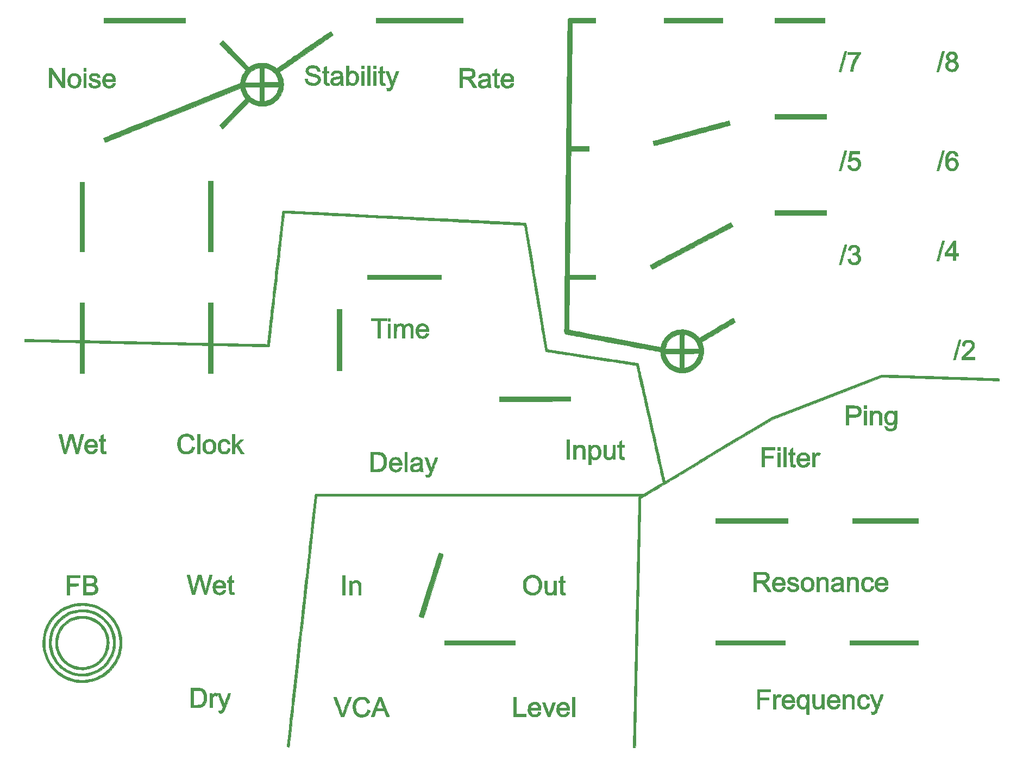
<source format=gto>
%TF.GenerationSoftware,KiCad,Pcbnew,(6.0.6-0)*%
%TF.CreationDate,2022-10-25T16:40:42+01:00*%
%TF.ProjectId,strata-frontpanel,73747261-7461-42d6-9672-6f6e7470616e,r01*%
%TF.SameCoordinates,Original*%
%TF.FileFunction,Legend,Top*%
%TF.FilePolarity,Positive*%
%FSLAX46Y46*%
G04 Gerber Fmt 4.6, Leading zero omitted, Abs format (unit mm)*
G04 Created by KiCad (PCBNEW (6.0.6-0)) date 2022-10-25 16:40:42*
%MOMM*%
%LPD*%
G01*
G04 APERTURE LIST*
%ADD10C,0.010000*%
G04 APERTURE END LIST*
%TO.C,Ref\u002A\u002A*%
G36*
X297014251Y-143754661D02*
G01*
X297058012Y-143552315D01*
X297127391Y-143364164D01*
X297220072Y-143198841D01*
X297299759Y-143098974D01*
X297434361Y-142983600D01*
X297588655Y-142899652D01*
X297755836Y-142847544D01*
X297929099Y-142827691D01*
X298101640Y-142840507D01*
X298266652Y-142886405D01*
X298417331Y-142965801D01*
X298494298Y-143026294D01*
X298576856Y-143100880D01*
X298583303Y-142988335D01*
X298589750Y-142875791D01*
X298949583Y-142875791D01*
X298955821Y-143828291D01*
X298957028Y-144136496D01*
X298956255Y-144405170D01*
X298953376Y-144637075D01*
X298948266Y-144834972D01*
X298940797Y-145001624D01*
X298930843Y-145139791D01*
X298918279Y-145252236D01*
X298902978Y-145341720D01*
X298884813Y-145411005D01*
X298883221Y-145415791D01*
X298808289Y-145579410D01*
X298703280Y-145714752D01*
X298566935Y-145822905D01*
X298397995Y-145904962D01*
X298273094Y-145944051D01*
X298167210Y-145962517D01*
X298035984Y-145972389D01*
X297895494Y-145973602D01*
X297761814Y-145966094D01*
X297651020Y-145949800D01*
X297637250Y-145946565D01*
X297456106Y-145885075D01*
X297310120Y-145800372D01*
X297199460Y-145692628D01*
X297124296Y-145562014D01*
X297084796Y-145408704D01*
X297081540Y-145379306D01*
X297069869Y-145250597D01*
X297152476Y-145263387D01*
X297225195Y-145274060D01*
X297311298Y-145285916D01*
X297344050Y-145290217D01*
X297408899Y-145300833D01*
X297443520Y-145316109D01*
X297459917Y-145343638D01*
X297465586Y-145367097D01*
X297506384Y-145471008D01*
X297581599Y-145551836D01*
X297689536Y-145608589D01*
X297828499Y-145640276D01*
X297943987Y-145647012D01*
X298082485Y-145641115D01*
X298191210Y-145620708D01*
X298281247Y-145582351D01*
X298363684Y-145522607D01*
X298373658Y-145513778D01*
X298440198Y-145443706D01*
X298487963Y-145366186D01*
X298520430Y-145271962D01*
X298541080Y-145151780D01*
X298550648Y-145042994D01*
X298565057Y-144823126D01*
X298483119Y-144895069D01*
X298344449Y-144989843D01*
X298186278Y-145052476D01*
X298016380Y-145083188D01*
X297842530Y-145082199D01*
X297672501Y-145049729D01*
X297514066Y-144985999D01*
X297375000Y-144891228D01*
X297344267Y-144862806D01*
X297213843Y-144708627D01*
X297114879Y-144532317D01*
X297045410Y-144329756D01*
X297012863Y-144167394D01*
X297000008Y-143984981D01*
X297401414Y-143984981D01*
X297416387Y-144155510D01*
X297450118Y-144314558D01*
X297501953Y-144451331D01*
X297536118Y-144510473D01*
X297636557Y-144624530D01*
X297757952Y-144705517D01*
X297893628Y-144751366D01*
X298036905Y-144760008D01*
X298181107Y-144729375D01*
X298208550Y-144718739D01*
X298326979Y-144646879D01*
X298426447Y-144540427D01*
X298503576Y-144404150D01*
X298554987Y-144242815D01*
X298558803Y-144224375D01*
X298572473Y-144114410D01*
X298576563Y-143983714D01*
X298571792Y-143845925D01*
X298558880Y-143714682D01*
X298538547Y-143603624D01*
X298523374Y-143553125D01*
X298476512Y-143463376D01*
X298406225Y-143371235D01*
X298322832Y-143287211D01*
X298236653Y-143221808D01*
X298163961Y-143187172D01*
X298011485Y-143162730D01*
X297864848Y-143177966D01*
X297729672Y-143230224D01*
X297611575Y-143316847D01*
X297516178Y-143435181D01*
X297475588Y-143512444D01*
X297430360Y-143652654D01*
X297405853Y-143813764D01*
X297401414Y-143984981D01*
X297000008Y-143984981D01*
X296998428Y-143962566D01*
X297014251Y-143754661D01*
G37*
D10*
X297014251Y-143754661D02*
X297058012Y-143552315D01*
X297127391Y-143364164D01*
X297220072Y-143198841D01*
X297299759Y-143098974D01*
X297434361Y-142983600D01*
X297588655Y-142899652D01*
X297755836Y-142847544D01*
X297929099Y-142827691D01*
X298101640Y-142840507D01*
X298266652Y-142886405D01*
X298417331Y-142965801D01*
X298494298Y-143026294D01*
X298576856Y-143100880D01*
X298583303Y-142988335D01*
X298589750Y-142875791D01*
X298949583Y-142875791D01*
X298955821Y-143828291D01*
X298957028Y-144136496D01*
X298956255Y-144405170D01*
X298953376Y-144637075D01*
X298948266Y-144834972D01*
X298940797Y-145001624D01*
X298930843Y-145139791D01*
X298918279Y-145252236D01*
X298902978Y-145341720D01*
X298884813Y-145411005D01*
X298883221Y-145415791D01*
X298808289Y-145579410D01*
X298703280Y-145714752D01*
X298566935Y-145822905D01*
X298397995Y-145904962D01*
X298273094Y-145944051D01*
X298167210Y-145962517D01*
X298035984Y-145972389D01*
X297895494Y-145973602D01*
X297761814Y-145966094D01*
X297651020Y-145949800D01*
X297637250Y-145946565D01*
X297456106Y-145885075D01*
X297310120Y-145800372D01*
X297199460Y-145692628D01*
X297124296Y-145562014D01*
X297084796Y-145408704D01*
X297081540Y-145379306D01*
X297069869Y-145250597D01*
X297152476Y-145263387D01*
X297225195Y-145274060D01*
X297311298Y-145285916D01*
X297344050Y-145290217D01*
X297408899Y-145300833D01*
X297443520Y-145316109D01*
X297459917Y-145343638D01*
X297465586Y-145367097D01*
X297506384Y-145471008D01*
X297581599Y-145551836D01*
X297689536Y-145608589D01*
X297828499Y-145640276D01*
X297943987Y-145647012D01*
X298082485Y-145641115D01*
X298191210Y-145620708D01*
X298281247Y-145582351D01*
X298363684Y-145522607D01*
X298373658Y-145513778D01*
X298440198Y-145443706D01*
X298487963Y-145366186D01*
X298520430Y-145271962D01*
X298541080Y-145151780D01*
X298550648Y-145042994D01*
X298565057Y-144823126D01*
X298483119Y-144895069D01*
X298344449Y-144989843D01*
X298186278Y-145052476D01*
X298016380Y-145083188D01*
X297842530Y-145082199D01*
X297672501Y-145049729D01*
X297514066Y-144985999D01*
X297375000Y-144891228D01*
X297344267Y-144862806D01*
X297213843Y-144708627D01*
X297114879Y-144532317D01*
X297045410Y-144329756D01*
X297012863Y-144167394D01*
X297000008Y-143984981D01*
X297401414Y-143984981D01*
X297416387Y-144155510D01*
X297450118Y-144314558D01*
X297501953Y-144451331D01*
X297536118Y-144510473D01*
X297636557Y-144624530D01*
X297757952Y-144705517D01*
X297893628Y-144751366D01*
X298036905Y-144760008D01*
X298181107Y-144729375D01*
X298208550Y-144718739D01*
X298326979Y-144646879D01*
X298426447Y-144540427D01*
X298503576Y-144404150D01*
X298554987Y-144242815D01*
X298558803Y-144224375D01*
X298572473Y-144114410D01*
X298576563Y-143983714D01*
X298571792Y-143845925D01*
X298558880Y-143714682D01*
X298538547Y-143603624D01*
X298523374Y-143553125D01*
X298476512Y-143463376D01*
X298406225Y-143371235D01*
X298322832Y-143287211D01*
X298236653Y-143221808D01*
X298163961Y-143187172D01*
X298011485Y-143162730D01*
X297864848Y-143177966D01*
X297729672Y-143230224D01*
X297611575Y-143316847D01*
X297516178Y-143435181D01*
X297475588Y-143512444D01*
X297430360Y-143652654D01*
X297405853Y-143813764D01*
X297401414Y-143984981D01*
X297000008Y-143984981D01*
X296998428Y-143962566D01*
X297014251Y-143754661D01*
G36*
X291831610Y-187073037D02*
G01*
X291958435Y-187119172D01*
X292078296Y-187185746D01*
X292167250Y-187261711D01*
X292236691Y-187358128D01*
X292269354Y-187421041D01*
X292324417Y-187537458D01*
X292330782Y-188421166D01*
X292337148Y-189304875D01*
X291957142Y-189304875D01*
X291950279Y-188505833D01*
X291948461Y-188300794D01*
X291946689Y-188133597D01*
X291944684Y-187999753D01*
X291942161Y-187894771D01*
X291938841Y-187814162D01*
X291934439Y-187753436D01*
X291928676Y-187708102D01*
X291921267Y-187673672D01*
X291911932Y-187645655D01*
X291900389Y-187619561D01*
X291893758Y-187605950D01*
X291826324Y-187506352D01*
X291735905Y-187438344D01*
X291618915Y-187400008D01*
X291488333Y-187389291D01*
X291398003Y-187391730D01*
X291331776Y-187401925D01*
X291271562Y-187424192D01*
X291213167Y-187454948D01*
X291141712Y-187502299D01*
X291079228Y-187555738D01*
X291048929Y-187590661D01*
X291020709Y-187634793D01*
X290997692Y-187679517D01*
X290979355Y-187729547D01*
X290965173Y-187789601D01*
X290954623Y-187864394D01*
X290947180Y-187958642D01*
X290942321Y-188077062D01*
X290939522Y-188224370D01*
X290938258Y-188405281D01*
X290938000Y-188589050D01*
X290938000Y-189304875D01*
X290535833Y-189304875D01*
X290535833Y-187082375D01*
X290895667Y-187082375D01*
X290895901Y-187225250D01*
X290896136Y-187368125D01*
X290948431Y-187301788D01*
X291051980Y-187202725D01*
X291184058Y-187126036D01*
X291336361Y-187073221D01*
X291500589Y-187045782D01*
X291668439Y-187045221D01*
X291831610Y-187073037D01*
G37*
X291831610Y-187073037D02*
X291958435Y-187119172D01*
X292078296Y-187185746D01*
X292167250Y-187261711D01*
X292236691Y-187358128D01*
X292269354Y-187421041D01*
X292324417Y-187537458D01*
X292330782Y-188421166D01*
X292337148Y-189304875D01*
X291957142Y-189304875D01*
X291950279Y-188505833D01*
X291948461Y-188300794D01*
X291946689Y-188133597D01*
X291944684Y-187999753D01*
X291942161Y-187894771D01*
X291938841Y-187814162D01*
X291934439Y-187753436D01*
X291928676Y-187708102D01*
X291921267Y-187673672D01*
X291911932Y-187645655D01*
X291900389Y-187619561D01*
X291893758Y-187605950D01*
X291826324Y-187506352D01*
X291735905Y-187438344D01*
X291618915Y-187400008D01*
X291488333Y-187389291D01*
X291398003Y-187391730D01*
X291331776Y-187401925D01*
X291271562Y-187424192D01*
X291213167Y-187454948D01*
X291141712Y-187502299D01*
X291079228Y-187555738D01*
X291048929Y-187590661D01*
X291020709Y-187634793D01*
X290997692Y-187679517D01*
X290979355Y-187729547D01*
X290965173Y-187789601D01*
X290954623Y-187864394D01*
X290947180Y-187958642D01*
X290942321Y-188077062D01*
X290939522Y-188224370D01*
X290938258Y-188405281D01*
X290938000Y-188589050D01*
X290938000Y-189304875D01*
X290535833Y-189304875D01*
X290535833Y-187082375D01*
X290895667Y-187082375D01*
X290895901Y-187225250D01*
X290896136Y-187368125D01*
X290948431Y-187301788D01*
X291051980Y-187202725D01*
X291184058Y-187126036D01*
X291336361Y-187073221D01*
X291500589Y-187045782D01*
X291668439Y-187045221D01*
X291831610Y-187073037D01*
G36*
X294240000Y-142484208D02*
G01*
X293837833Y-142484208D01*
X293837833Y-142039708D01*
X294240000Y-142039708D01*
X294240000Y-142484208D01*
G37*
X294240000Y-142484208D02*
X293837833Y-142484208D01*
X293837833Y-142039708D01*
X294240000Y-142039708D01*
X294240000Y-142484208D01*
G36*
X195035275Y-186871378D02*
G01*
X195092838Y-186874342D01*
X195122403Y-186881036D01*
X195131134Y-186892891D01*
X195127663Y-186907750D01*
X195117823Y-186933671D01*
X195094428Y-186995731D01*
X195058791Y-187090433D01*
X195012226Y-187214280D01*
X194956048Y-187363775D01*
X194891569Y-187535421D01*
X194820106Y-187725721D01*
X194742970Y-187931178D01*
X194661478Y-188148295D01*
X194649710Y-188179652D01*
X194565834Y-188402452D01*
X194484425Y-188617358D01*
X194407014Y-188820416D01*
X194335131Y-189007672D01*
X194270306Y-189175172D01*
X194214070Y-189318965D01*
X194167952Y-189435095D01*
X194133484Y-189519611D01*
X194112195Y-189568557D01*
X194111661Y-189569673D01*
X194024065Y-189719957D01*
X193922819Y-189837416D01*
X193811387Y-189918546D01*
X193735614Y-189949997D01*
X193600027Y-189975742D01*
X193462995Y-189976425D01*
X193367315Y-189959138D01*
X193335750Y-189947995D01*
X193313470Y-189931034D01*
X193297610Y-189900646D01*
X193285307Y-189849225D01*
X193273696Y-189769162D01*
X193263425Y-189683211D01*
X193249612Y-189564131D01*
X193356401Y-189585246D01*
X193490870Y-189599846D01*
X193602412Y-189583691D01*
X193695093Y-189534215D01*
X193772983Y-189448854D01*
X193840150Y-189325042D01*
X193864700Y-189264772D01*
X193932123Y-189087086D01*
X193526270Y-188016540D01*
X193449340Y-187813407D01*
X193376819Y-187621506D01*
X193310121Y-187444610D01*
X193250660Y-187286490D01*
X193199853Y-187150919D01*
X193159114Y-187041669D01*
X193129858Y-186962511D01*
X193113500Y-186917218D01*
X193110573Y-186908351D01*
X193109683Y-186891112D01*
X193122711Y-186880097D01*
X193156882Y-186873940D01*
X193219422Y-186871276D01*
X193309573Y-186870734D01*
X193518417Y-186870761D01*
X193788633Y-187627443D01*
X193850973Y-187802561D01*
X193910065Y-187969599D01*
X193964076Y-188123296D01*
X194011173Y-188258394D01*
X194049521Y-188369631D01*
X194077289Y-188451747D01*
X194092641Y-188499484D01*
X194092953Y-188500541D01*
X194127057Y-188616958D01*
X194173190Y-188458208D01*
X194191400Y-188400791D01*
X194222253Y-188309517D01*
X194263691Y-188190228D01*
X194313652Y-188048765D01*
X194370078Y-187890969D01*
X194430908Y-187722682D01*
X194481116Y-187585083D01*
X194742908Y-186870708D01*
X194942552Y-186870708D01*
X195035275Y-186871378D01*
G37*
X195035275Y-186871378D02*
X195092838Y-186874342D01*
X195122403Y-186881036D01*
X195131134Y-186892891D01*
X195127663Y-186907750D01*
X195117823Y-186933671D01*
X195094428Y-186995731D01*
X195058791Y-187090433D01*
X195012226Y-187214280D01*
X194956048Y-187363775D01*
X194891569Y-187535421D01*
X194820106Y-187725721D01*
X194742970Y-187931178D01*
X194661478Y-188148295D01*
X194649710Y-188179652D01*
X194565834Y-188402452D01*
X194484425Y-188617358D01*
X194407014Y-188820416D01*
X194335131Y-189007672D01*
X194270306Y-189175172D01*
X194214070Y-189318965D01*
X194167952Y-189435095D01*
X194133484Y-189519611D01*
X194112195Y-189568557D01*
X194111661Y-189569673D01*
X194024065Y-189719957D01*
X193922819Y-189837416D01*
X193811387Y-189918546D01*
X193735614Y-189949997D01*
X193600027Y-189975742D01*
X193462995Y-189976425D01*
X193367315Y-189959138D01*
X193335750Y-189947995D01*
X193313470Y-189931034D01*
X193297610Y-189900646D01*
X193285307Y-189849225D01*
X193273696Y-189769162D01*
X193263425Y-189683211D01*
X193249612Y-189564131D01*
X193356401Y-189585246D01*
X193490870Y-189599846D01*
X193602412Y-189583691D01*
X193695093Y-189534215D01*
X193772983Y-189448854D01*
X193840150Y-189325042D01*
X193864700Y-189264772D01*
X193932123Y-189087086D01*
X193526270Y-188016540D01*
X193449340Y-187813407D01*
X193376819Y-187621506D01*
X193310121Y-187444610D01*
X193250660Y-187286490D01*
X193199853Y-187150919D01*
X193159114Y-187041669D01*
X193129858Y-186962511D01*
X193113500Y-186917218D01*
X193110573Y-186908351D01*
X193109683Y-186891112D01*
X193122711Y-186880097D01*
X193156882Y-186873940D01*
X193219422Y-186871276D01*
X193309573Y-186870734D01*
X193518417Y-186870761D01*
X193788633Y-187627443D01*
X193850973Y-187802561D01*
X193910065Y-187969599D01*
X193964076Y-188123296D01*
X194011173Y-188258394D01*
X194049521Y-188369631D01*
X194077289Y-188451747D01*
X194092641Y-188499484D01*
X194092953Y-188500541D01*
X194127057Y-188616958D01*
X194173190Y-188458208D01*
X194191400Y-188400791D01*
X194222253Y-188309517D01*
X194263691Y-188190228D01*
X194313652Y-188048765D01*
X194370078Y-187890969D01*
X194430908Y-187722682D01*
X194481116Y-187585083D01*
X194742908Y-186870708D01*
X194942552Y-186870708D01*
X195035275Y-186871378D01*
G36*
X203390045Y-111663672D02*
G01*
X203466123Y-111665359D01*
X203564738Y-111668372D01*
X203687030Y-111672766D01*
X203834140Y-111678594D01*
X204007206Y-111685909D01*
X204207367Y-111694766D01*
X204435765Y-111705219D01*
X204693538Y-111717319D01*
X204981825Y-111731123D01*
X205301767Y-111746682D01*
X205654502Y-111764051D01*
X206041172Y-111783284D01*
X206462914Y-111804434D01*
X206920869Y-111827554D01*
X207416176Y-111852699D01*
X207949975Y-111879923D01*
X208523406Y-111909278D01*
X209137607Y-111940819D01*
X209341772Y-111951322D01*
X209727166Y-111971156D01*
X210152858Y-111993066D01*
X210616866Y-112016950D01*
X211117210Y-112042705D01*
X211651910Y-112070229D01*
X212218986Y-112099421D01*
X212816457Y-112130178D01*
X213442342Y-112162400D01*
X214094663Y-112195983D01*
X214771437Y-112230825D01*
X215470685Y-112266826D01*
X216190427Y-112303882D01*
X216928682Y-112341892D01*
X217683469Y-112380754D01*
X218452809Y-112420365D01*
X219234722Y-112460625D01*
X220027225Y-112501431D01*
X220828341Y-112542680D01*
X221636087Y-112584272D01*
X222448484Y-112626104D01*
X223263551Y-112668074D01*
X224079308Y-112710080D01*
X224893775Y-112752020D01*
X225704971Y-112793793D01*
X226510916Y-112835296D01*
X227309630Y-112876427D01*
X228099132Y-112917084D01*
X228218000Y-112923206D01*
X241094750Y-113586337D01*
X241146029Y-113637616D01*
X241150282Y-113643128D01*
X241154955Y-113652191D01*
X241160239Y-113665919D01*
X241166327Y-113685422D01*
X241173409Y-113711813D01*
X241181677Y-113746206D01*
X241191324Y-113789712D01*
X241202540Y-113843443D01*
X241215518Y-113908512D01*
X241230449Y-113986032D01*
X241247525Y-114077115D01*
X241266938Y-114182872D01*
X241288879Y-114304418D01*
X241313541Y-114442863D01*
X241341114Y-114599321D01*
X241371790Y-114774904D01*
X241405762Y-114970724D01*
X241443220Y-115187894D01*
X241484357Y-115427525D01*
X241529365Y-115690731D01*
X241578434Y-115978624D01*
X241631758Y-116292316D01*
X241689526Y-116632919D01*
X241751932Y-117001547D01*
X241819166Y-117399311D01*
X241891421Y-117827323D01*
X241968889Y-118286697D01*
X242051760Y-118778545D01*
X242140227Y-119303978D01*
X242234481Y-119864110D01*
X242334714Y-120460053D01*
X242441118Y-121092919D01*
X242553885Y-121763820D01*
X242673206Y-122473869D01*
X242799272Y-123224179D01*
X242843606Y-123488061D01*
X244489904Y-133287228D01*
X251535619Y-134360240D01*
X252181702Y-134458644D01*
X252787248Y-134550901D01*
X253353574Y-134637218D01*
X253881998Y-134717803D01*
X254373836Y-134792866D01*
X254830405Y-134862614D01*
X255253022Y-134927255D01*
X255643003Y-134986998D01*
X256001666Y-135042051D01*
X256330328Y-135092622D01*
X256630305Y-135138919D01*
X256902915Y-135181152D01*
X257149474Y-135219527D01*
X257371299Y-135254253D01*
X257569706Y-135285539D01*
X257746014Y-135313593D01*
X257901539Y-135338622D01*
X258037597Y-135360836D01*
X258155506Y-135380442D01*
X258256582Y-135397649D01*
X258342142Y-135412664D01*
X258413504Y-135425697D01*
X258471984Y-135436956D01*
X258518899Y-135446648D01*
X258555566Y-135454981D01*
X258583301Y-135462166D01*
X258603423Y-135468408D01*
X258617246Y-135473917D01*
X258626090Y-135478901D01*
X258629939Y-135482105D01*
X258634769Y-135489951D01*
X258641300Y-135506048D01*
X258649785Y-135531494D01*
X258660477Y-135567383D01*
X258673627Y-135614811D01*
X258689488Y-135674874D01*
X258708312Y-135748666D01*
X258730353Y-135837283D01*
X258755862Y-135941820D01*
X258785092Y-136063373D01*
X258818295Y-136203038D01*
X258855724Y-136361909D01*
X258897630Y-136541082D01*
X258944268Y-136741652D01*
X258995888Y-136964716D01*
X259052743Y-137211367D01*
X259115087Y-137482703D01*
X259183170Y-137779817D01*
X259257247Y-138103805D01*
X259337568Y-138455764D01*
X259424387Y-138836788D01*
X259517956Y-139247972D01*
X259618527Y-139690412D01*
X259726353Y-140165204D01*
X259841686Y-140673442D01*
X259964778Y-141216223D01*
X260095883Y-141794641D01*
X260235252Y-142409793D01*
X260383139Y-143062772D01*
X260539794Y-143754676D01*
X260705471Y-144486599D01*
X260733731Y-144611458D01*
X260871949Y-145222156D01*
X261007852Y-145822638D01*
X261141139Y-146411574D01*
X261271509Y-146987633D01*
X261398660Y-147549484D01*
X261522293Y-148095796D01*
X261642105Y-148625238D01*
X261757796Y-149136480D01*
X261869063Y-149628189D01*
X261975607Y-150099036D01*
X262077127Y-150547690D01*
X262173320Y-150972820D01*
X262263885Y-151373094D01*
X262348523Y-151747182D01*
X262426931Y-152093754D01*
X262498809Y-152411477D01*
X262563854Y-152699022D01*
X262621767Y-152955058D01*
X262672246Y-153178252D01*
X262714990Y-153367276D01*
X262749698Y-153520797D01*
X262776068Y-153637485D01*
X262793800Y-153716009D01*
X262802593Y-153755039D01*
X262803500Y-153759113D01*
X262818083Y-153826268D01*
X267887500Y-150778710D01*
X268360718Y-150494231D01*
X268848556Y-150200971D01*
X269348018Y-149900729D01*
X269856110Y-149595307D01*
X270369835Y-149286504D01*
X270886197Y-148976122D01*
X271402201Y-148665961D01*
X271914852Y-148357821D01*
X272421153Y-148053503D01*
X272918109Y-147754808D01*
X273402725Y-147463536D01*
X273872004Y-147181487D01*
X274322951Y-146910463D01*
X274752571Y-146652263D01*
X275157868Y-146408689D01*
X275535845Y-146181540D01*
X275883509Y-145972618D01*
X276195417Y-145785193D01*
X279433917Y-143839234D01*
X287985250Y-140535117D01*
X296536583Y-137230999D01*
X297076333Y-137243922D01*
X297157560Y-137246055D01*
X297278427Y-137249500D01*
X297436263Y-137254173D01*
X297628396Y-137259990D01*
X297852156Y-137266866D01*
X298104872Y-137274717D01*
X298383873Y-137283459D01*
X298686489Y-137293008D01*
X299010048Y-137303280D01*
X299351880Y-137314190D01*
X299709313Y-137325654D01*
X300079678Y-137337588D01*
X300460302Y-137349909D01*
X300848516Y-137362530D01*
X301129750Y-137371709D01*
X301502436Y-137383876D01*
X301913412Y-137397263D01*
X302358659Y-137411740D01*
X302834153Y-137427177D01*
X303335875Y-137443444D01*
X303859802Y-137460412D01*
X304401915Y-137477950D01*
X304958191Y-137495929D01*
X305524610Y-137514218D01*
X306097150Y-137532689D01*
X306671791Y-137551211D01*
X307244511Y-137569654D01*
X307811288Y-137587888D01*
X308368102Y-137605783D01*
X308910932Y-137623210D01*
X309435757Y-137640039D01*
X309670500Y-137647559D01*
X310129889Y-137662303D01*
X310578716Y-137676773D01*
X311015100Y-137690906D01*
X311437160Y-137704638D01*
X311843013Y-137717906D01*
X312230779Y-137730648D01*
X312598575Y-137742799D01*
X312944521Y-137754297D01*
X313266734Y-137765079D01*
X313563334Y-137775081D01*
X313832438Y-137784241D01*
X314072165Y-137792494D01*
X314280634Y-137799779D01*
X314455963Y-137806031D01*
X314596270Y-137811188D01*
X314699675Y-137815186D01*
X314764295Y-137817963D01*
X314787542Y-137819340D01*
X314877500Y-137830135D01*
X314877500Y-138193797D01*
X314480625Y-138179637D01*
X314422321Y-138177625D01*
X314323782Y-138174310D01*
X314187082Y-138169759D01*
X314014298Y-138164041D01*
X313807504Y-138157222D01*
X313568776Y-138149372D01*
X313300190Y-138140558D01*
X313003821Y-138130848D01*
X312681744Y-138120309D01*
X312336035Y-138109011D01*
X311968769Y-138097020D01*
X311582022Y-138084404D01*
X311177869Y-138071232D01*
X310758386Y-138057571D01*
X310325648Y-138043489D01*
X309881730Y-138029054D01*
X309428708Y-138014334D01*
X309215417Y-138007408D01*
X308545566Y-137985656D01*
X307915047Y-137965177D01*
X307320882Y-137945874D01*
X306760092Y-137927648D01*
X306229697Y-137910402D01*
X305726719Y-137894040D01*
X305248180Y-137878464D01*
X304791099Y-137863577D01*
X304352500Y-137849280D01*
X303929401Y-137835478D01*
X303518826Y-137822073D01*
X303117794Y-137808966D01*
X302723327Y-137796062D01*
X302332447Y-137783263D01*
X301942174Y-137770470D01*
X301549530Y-137757588D01*
X301151535Y-137744519D01*
X300745211Y-137731165D01*
X300327579Y-137717430D01*
X299895660Y-137703215D01*
X299446476Y-137688423D01*
X298977047Y-137672958D01*
X298854333Y-137668914D01*
X296642417Y-137596021D01*
X288118931Y-140887624D01*
X279595446Y-144179227D01*
X269644400Y-150163259D01*
X269044955Y-150523732D01*
X268454486Y-150878804D01*
X267874037Y-151227849D01*
X267304648Y-151570239D01*
X266747362Y-151905348D01*
X266203221Y-152232550D01*
X265673266Y-152551219D01*
X265158540Y-152860727D01*
X264660085Y-153160449D01*
X264178942Y-153449758D01*
X263716153Y-153728027D01*
X263272761Y-153994631D01*
X262849807Y-154248941D01*
X262448334Y-154490333D01*
X262069382Y-154718180D01*
X261713995Y-154931854D01*
X261383213Y-155130730D01*
X261078080Y-155314181D01*
X260799636Y-155481580D01*
X260548925Y-155632302D01*
X260326987Y-155765720D01*
X260134865Y-155881206D01*
X259973601Y-155978135D01*
X259844236Y-156055881D01*
X259747813Y-156113816D01*
X259685373Y-156151315D01*
X259657959Y-156167750D01*
X259656764Y-156168458D01*
X259626357Y-156186347D01*
X259566922Y-156221553D01*
X259485798Y-156269721D01*
X259390323Y-156326496D01*
X259340587Y-156356100D01*
X259061000Y-156522576D01*
X259061000Y-156623353D01*
X259060539Y-156651531D01*
X259059173Y-156720875D01*
X259056927Y-156830228D01*
X259053827Y-156978433D01*
X259049898Y-157164333D01*
X259045165Y-157386771D01*
X259039654Y-157644590D01*
X259033389Y-157936633D01*
X259026397Y-158261742D01*
X259018702Y-158618761D01*
X259010330Y-159006532D01*
X259001306Y-159423899D01*
X258991656Y-159869705D01*
X258981404Y-160342792D01*
X258970576Y-160842004D01*
X258959198Y-161366183D01*
X258947295Y-161914172D01*
X258934891Y-162484815D01*
X258922013Y-163076954D01*
X258908685Y-163689432D01*
X258894934Y-164321092D01*
X258880784Y-164970777D01*
X258866260Y-165637331D01*
X258851388Y-166319595D01*
X258836194Y-167016414D01*
X258820702Y-167726629D01*
X258804938Y-168449084D01*
X258788927Y-169182622D01*
X258772695Y-169926086D01*
X258756266Y-170678319D01*
X258739666Y-171438163D01*
X258722921Y-172204462D01*
X258706056Y-172976058D01*
X258689096Y-173751795D01*
X258672066Y-174530516D01*
X258654992Y-175311062D01*
X258637899Y-176092279D01*
X258620812Y-176873007D01*
X258603757Y-177652091D01*
X258586759Y-178428374D01*
X258569843Y-179200697D01*
X258553035Y-179967905D01*
X258536360Y-180728839D01*
X258519843Y-181482344D01*
X258503509Y-182227262D01*
X258487385Y-182962435D01*
X258471494Y-183686708D01*
X258455863Y-184398923D01*
X258440517Y-185097922D01*
X258425481Y-185782549D01*
X258410781Y-186451647D01*
X258396441Y-187104058D01*
X258382487Y-187738626D01*
X258368945Y-188354194D01*
X258355839Y-188949604D01*
X258343195Y-189523700D01*
X258331039Y-190075324D01*
X258319395Y-190603320D01*
X258308290Y-191106530D01*
X258297747Y-191583797D01*
X258287794Y-192033965D01*
X258278454Y-192455875D01*
X258269753Y-192848372D01*
X258261717Y-193210298D01*
X258254371Y-193540496D01*
X258247740Y-193837809D01*
X258241849Y-194101080D01*
X258236724Y-194329152D01*
X258232391Y-194520868D01*
X258228874Y-194675071D01*
X258226198Y-194790603D01*
X258224390Y-194866308D01*
X258223563Y-194898166D01*
X258209374Y-195379708D01*
X257843902Y-195379708D01*
X257850670Y-195056916D01*
X257851449Y-195020664D01*
X257853132Y-194943051D01*
X257855700Y-194825038D01*
X257859130Y-194667589D01*
X257863401Y-194471664D01*
X257868493Y-194238227D01*
X257874385Y-193968238D01*
X257881055Y-193662661D01*
X257888482Y-193322456D01*
X257896646Y-192948587D01*
X257905525Y-192542015D01*
X257915099Y-192103702D01*
X257925346Y-191634611D01*
X257936245Y-191135702D01*
X257947776Y-190607939D01*
X257959917Y-190052284D01*
X257972647Y-189469698D01*
X257985946Y-188861143D01*
X257999792Y-188227582D01*
X258014164Y-187569976D01*
X258029041Y-186889288D01*
X258044403Y-186186480D01*
X258060227Y-185462513D01*
X258076494Y-184718350D01*
X258093182Y-183954953D01*
X258110269Y-183173284D01*
X258127736Y-182374304D01*
X258145561Y-181558976D01*
X258163723Y-180728262D01*
X258182201Y-179883124D01*
X258200974Y-179024524D01*
X258220020Y-178153425D01*
X258239320Y-177270787D01*
X258258852Y-176377573D01*
X258277068Y-175544539D01*
X258301743Y-174416651D01*
X258325531Y-173330417D01*
X258348447Y-172285169D01*
X258370505Y-171280240D01*
X258391723Y-170314959D01*
X258412115Y-169388659D01*
X258431696Y-168500671D01*
X258450483Y-167650326D01*
X258468492Y-166836955D01*
X258485736Y-166059890D01*
X258502233Y-165318463D01*
X258517997Y-164612004D01*
X258533044Y-163939845D01*
X258547390Y-163301317D01*
X258561050Y-162695752D01*
X258574040Y-162122481D01*
X258586375Y-161580836D01*
X258598071Y-161070147D01*
X258609143Y-160589746D01*
X258619607Y-160138964D01*
X258629479Y-159717133D01*
X258638773Y-159323585D01*
X258647506Y-158957650D01*
X258655693Y-158618659D01*
X258663349Y-158305945D01*
X258670491Y-158018838D01*
X258677133Y-157756671D01*
X258683291Y-157518773D01*
X258688981Y-157304477D01*
X258694218Y-157113114D01*
X258699018Y-156944015D01*
X258703396Y-156796512D01*
X258707368Y-156669936D01*
X258710950Y-156563619D01*
X258714156Y-156476891D01*
X258717003Y-156409084D01*
X258719506Y-156359529D01*
X258721680Y-156327558D01*
X258723541Y-156312503D01*
X258723976Y-156311276D01*
X258759958Y-156272295D01*
X258814245Y-156231423D01*
X258826752Y-156223805D01*
X258902250Y-156180014D01*
X233745592Y-156179527D01*
X208588934Y-156179041D01*
X206432078Y-175710583D01*
X206332075Y-176616123D01*
X206233194Y-177511402D01*
X206135539Y-178395494D01*
X206039212Y-179267476D01*
X205944315Y-180126422D01*
X205850950Y-180971408D01*
X205759221Y-181801508D01*
X205669228Y-182615797D01*
X205581075Y-183413351D01*
X205494864Y-184193244D01*
X205410697Y-184954553D01*
X205328677Y-185696351D01*
X205248906Y-186417715D01*
X205171486Y-187117718D01*
X205096520Y-187795437D01*
X205024110Y-188449946D01*
X204954358Y-189080320D01*
X204887368Y-189685635D01*
X204823240Y-190264966D01*
X204762078Y-190817387D01*
X204703984Y-191341974D01*
X204649060Y-191837803D01*
X204597409Y-192303947D01*
X204549133Y-192739482D01*
X204504334Y-193143484D01*
X204463115Y-193515027D01*
X204425578Y-193853186D01*
X204391826Y-194157037D01*
X204361960Y-194425655D01*
X204336084Y-194658114D01*
X204314299Y-194853490D01*
X204296708Y-195010858D01*
X204283413Y-195129294D01*
X204274517Y-195207871D01*
X204270122Y-195245666D01*
X204269647Y-195249158D01*
X204247746Y-195250068D01*
X204195998Y-195246270D01*
X204126444Y-195239184D01*
X204051123Y-195230235D01*
X203982076Y-195220844D01*
X203931342Y-195212435D01*
X203911203Y-195206800D01*
X203913156Y-195185559D01*
X203919659Y-195123164D01*
X203930611Y-195020537D01*
X203945911Y-194878601D01*
X203965455Y-194698278D01*
X203989145Y-194480490D01*
X204016876Y-194226161D01*
X204048550Y-193936213D01*
X204084062Y-193611568D01*
X204123313Y-193253149D01*
X204166201Y-192861878D01*
X204212624Y-192438678D01*
X204262481Y-191984472D01*
X204315670Y-191500182D01*
X204372089Y-190986731D01*
X204431638Y-190445041D01*
X204494214Y-189876034D01*
X204559717Y-189280634D01*
X204628045Y-188659762D01*
X204699095Y-188014342D01*
X204772767Y-187345296D01*
X204848960Y-186653546D01*
X204927571Y-185940015D01*
X205008499Y-185205626D01*
X205091644Y-184451301D01*
X205176902Y-183677962D01*
X205264173Y-182886532D01*
X205353355Y-182077934D01*
X205444347Y-181253091D01*
X205537047Y-180412924D01*
X205631353Y-179558356D01*
X205727165Y-178690311D01*
X205824381Y-177809709D01*
X205922899Y-176917475D01*
X206022617Y-176014530D01*
X206072005Y-175567384D01*
X206194385Y-174459500D01*
X206312217Y-173392938D01*
X206425584Y-172366941D01*
X206534572Y-171380753D01*
X206639265Y-170433616D01*
X206739749Y-169524775D01*
X206836108Y-168653471D01*
X206928427Y-167818948D01*
X207016792Y-167020450D01*
X207101286Y-166257220D01*
X207181995Y-165528500D01*
X207259004Y-164833535D01*
X207332397Y-164171566D01*
X207402260Y-163541838D01*
X207468677Y-162943593D01*
X207531733Y-162376075D01*
X207591513Y-161838527D01*
X207648102Y-161330192D01*
X207701585Y-160850314D01*
X207752046Y-160398134D01*
X207799571Y-159972898D01*
X207844245Y-159573847D01*
X207886151Y-159200225D01*
X207925376Y-158851275D01*
X207962003Y-158526241D01*
X207996119Y-158224365D01*
X208027807Y-157944891D01*
X208057153Y-157687061D01*
X208084241Y-157450120D01*
X208109156Y-157233310D01*
X208131984Y-157035875D01*
X208152809Y-156857057D01*
X208171716Y-156696100D01*
X208188789Y-156552247D01*
X208204114Y-156424741D01*
X208217776Y-156312826D01*
X208229859Y-156215744D01*
X208240449Y-156132739D01*
X208249630Y-156063054D01*
X208257486Y-156005932D01*
X208264104Y-155960616D01*
X208269567Y-155926350D01*
X208273962Y-155902376D01*
X208277371Y-155887938D01*
X208279474Y-155882708D01*
X208318485Y-155829791D01*
X233911540Y-155824491D01*
X259504596Y-155819190D01*
X261055506Y-154885853D01*
X261289528Y-154744971D01*
X261513073Y-154610306D01*
X261723490Y-154483460D01*
X261918129Y-154366034D01*
X262094338Y-154259631D01*
X262249468Y-154165852D01*
X262380867Y-154086300D01*
X262485886Y-154022577D01*
X262561873Y-153976285D01*
X262606177Y-153949026D01*
X262617000Y-153942057D01*
X262605975Y-153938691D01*
X262565411Y-153943363D01*
X262551164Y-153945871D01*
X262493339Y-153950759D01*
X262466164Y-153936334D01*
X262464048Y-153931884D01*
X262458705Y-153909543D01*
X262444327Y-153847235D01*
X262421214Y-153746287D01*
X262389666Y-153608022D01*
X262349985Y-153433766D01*
X262302470Y-153224844D01*
X262247421Y-152982581D01*
X262185139Y-152708301D01*
X262115925Y-152403331D01*
X262040078Y-152068994D01*
X261957899Y-151706616D01*
X261869688Y-151317522D01*
X261775746Y-150903037D01*
X261676373Y-150464485D01*
X261571869Y-150003193D01*
X261462535Y-149520484D01*
X261348670Y-149017684D01*
X261230576Y-148496117D01*
X261108552Y-147957110D01*
X260982899Y-147401986D01*
X260853918Y-146832072D01*
X260721908Y-146248691D01*
X260587170Y-145653169D01*
X260450004Y-145046830D01*
X260404190Y-144844291D01*
X260266346Y-144234901D01*
X260130864Y-143635985D01*
X259998042Y-143048866D01*
X259868180Y-142474862D01*
X259741577Y-141915295D01*
X259618531Y-141371486D01*
X259499341Y-140844753D01*
X259384307Y-140336418D01*
X259273727Y-139847802D01*
X259167900Y-139380224D01*
X259067125Y-138935005D01*
X258971701Y-138513465D01*
X258881927Y-138116925D01*
X258798102Y-137746706D01*
X258720525Y-137404127D01*
X258649494Y-137090509D01*
X258585309Y-136807173D01*
X258528268Y-136555439D01*
X258478671Y-136336627D01*
X258436816Y-136152057D01*
X258403002Y-136003051D01*
X258377529Y-135890929D01*
X258360695Y-135817010D01*
X258352798Y-135782615D01*
X258352203Y-135780160D01*
X258331313Y-135776644D01*
X258270101Y-135766994D01*
X258170097Y-135751444D01*
X258032830Y-135730229D01*
X257859831Y-135703581D01*
X257652629Y-135671736D01*
X257412753Y-135634927D01*
X257141734Y-135593388D01*
X256841101Y-135547353D01*
X256512385Y-135497055D01*
X256157114Y-135442729D01*
X255776818Y-135384608D01*
X255373028Y-135322927D01*
X254947273Y-135257919D01*
X254501083Y-135189819D01*
X254035987Y-135118859D01*
X253553515Y-135045275D01*
X253055198Y-134969299D01*
X252542564Y-134891166D01*
X252017144Y-134811110D01*
X251480467Y-134729365D01*
X251323313Y-134705432D01*
X250783305Y-134623184D01*
X250253942Y-134542526D01*
X249736763Y-134463693D01*
X249233308Y-134386921D01*
X248745114Y-134312446D01*
X248273720Y-134240504D01*
X247820667Y-134171329D01*
X247387492Y-134105157D01*
X246975734Y-134042223D01*
X246586933Y-133982765D01*
X246222627Y-133927015D01*
X245884355Y-133875211D01*
X245573656Y-133827588D01*
X245292068Y-133784381D01*
X245041132Y-133745826D01*
X244822386Y-133712159D01*
X244637368Y-133683614D01*
X244487617Y-133660427D01*
X244374673Y-133642835D01*
X244300074Y-133631072D01*
X244265360Y-133625373D01*
X244263000Y-133624898D01*
X244255319Y-133622957D01*
X244248081Y-133621328D01*
X244241089Y-133618899D01*
X244234145Y-133614560D01*
X244227052Y-133607197D01*
X244219613Y-133595702D01*
X244211630Y-133578961D01*
X244202906Y-133555864D01*
X244193244Y-133525300D01*
X244182447Y-133486156D01*
X244170316Y-133437323D01*
X244156655Y-133377688D01*
X244141267Y-133306140D01*
X244123953Y-133221568D01*
X244104517Y-133122860D01*
X244082761Y-133008905D01*
X244058489Y-132878593D01*
X244031502Y-132730811D01*
X244001603Y-132564448D01*
X243968596Y-132378393D01*
X243932282Y-132171535D01*
X243892464Y-131942761D01*
X243848945Y-131690962D01*
X243801528Y-131415026D01*
X243750016Y-131113840D01*
X243694210Y-130786295D01*
X243633914Y-130431278D01*
X243568930Y-130047679D01*
X243499061Y-129634386D01*
X243424110Y-129190287D01*
X243343879Y-128714272D01*
X243258171Y-128205229D01*
X243166788Y-127662046D01*
X243069534Y-127083613D01*
X242966211Y-126468818D01*
X242856622Y-125816550D01*
X242740568Y-125125697D01*
X242617854Y-124395148D01*
X242508810Y-123746000D01*
X240865270Y-113962125D01*
X240739760Y-113946163D01*
X240697828Y-113942447D01*
X240617370Y-113936885D01*
X240502144Y-113929689D01*
X240355906Y-113921068D01*
X240182413Y-113911235D01*
X239985423Y-113900399D01*
X239768694Y-113888771D01*
X239535982Y-113876561D01*
X239291044Y-113863982D01*
X239122000Y-113855452D01*
X238830806Y-113840827D01*
X238506099Y-113824449D01*
X238156639Y-113806764D01*
X237791188Y-113788219D01*
X237418508Y-113769259D01*
X237047362Y-113750329D01*
X236686510Y-113731876D01*
X236344716Y-113714345D01*
X236030740Y-113698183D01*
X236010500Y-113697138D01*
X235041553Y-113647140D01*
X234070945Y-113597068D01*
X233099596Y-113546969D01*
X232128427Y-113496891D01*
X231158357Y-113446881D01*
X230190307Y-113396986D01*
X229225197Y-113347253D01*
X228263947Y-113297730D01*
X227307476Y-113248464D01*
X226356706Y-113199502D01*
X225412557Y-113150891D01*
X224475948Y-113102678D01*
X223547799Y-113054911D01*
X222629032Y-113007637D01*
X221720565Y-112960903D01*
X220823320Y-112914756D01*
X219938216Y-112869244D01*
X219066173Y-112824413D01*
X218208112Y-112780312D01*
X217364952Y-112736986D01*
X216537615Y-112694484D01*
X215727019Y-112652853D01*
X214934086Y-112612140D01*
X214159734Y-112572392D01*
X213404886Y-112533656D01*
X212670460Y-112495979D01*
X211957376Y-112459409D01*
X211266556Y-112423994D01*
X210598918Y-112389779D01*
X209955384Y-112356813D01*
X209336873Y-112325142D01*
X208744305Y-112294814D01*
X208178601Y-112265877D01*
X207640681Y-112238376D01*
X207131465Y-112212360D01*
X206651873Y-112187876D01*
X206202825Y-112164971D01*
X205785241Y-112143692D01*
X205400042Y-112124086D01*
X205048148Y-112106201D01*
X204730478Y-112090084D01*
X204447953Y-112075781D01*
X204201493Y-112063341D01*
X203992019Y-112052811D01*
X203820450Y-112044237D01*
X203687706Y-112037667D01*
X203594708Y-112033148D01*
X203542376Y-112030728D01*
X203530367Y-112030318D01*
X203527750Y-112051500D01*
X203520521Y-112113476D01*
X203508824Y-112214974D01*
X203492805Y-112354723D01*
X203472606Y-112531451D01*
X203448373Y-112743886D01*
X203420249Y-112990757D01*
X203388379Y-113270792D01*
X203352908Y-113582721D01*
X203313979Y-113925270D01*
X203271737Y-114297169D01*
X203226326Y-114697146D01*
X203177890Y-115123930D01*
X203126574Y-115576248D01*
X203072522Y-116052830D01*
X203015879Y-116552404D01*
X202956788Y-117073697D01*
X202895393Y-117615440D01*
X202831840Y-118176359D01*
X202766272Y-118755184D01*
X202698834Y-119350643D01*
X202629671Y-119961465D01*
X202558925Y-120586377D01*
X202486742Y-121224108D01*
X202413266Y-121873388D01*
X202357608Y-122365291D01*
X202283199Y-123022789D01*
X202209929Y-123669860D01*
X202137944Y-124305225D01*
X202067391Y-124927605D01*
X201998416Y-125535720D01*
X201931163Y-126128291D01*
X201865780Y-126704039D01*
X201802413Y-127261686D01*
X201741207Y-127799951D01*
X201682308Y-128317556D01*
X201625862Y-128813222D01*
X201572015Y-129285669D01*
X201520914Y-129733618D01*
X201472704Y-130155790D01*
X201427531Y-130550906D01*
X201385541Y-130917687D01*
X201346880Y-131254854D01*
X201311694Y-131561127D01*
X201280130Y-131835227D01*
X201252332Y-132075875D01*
X201228448Y-132281792D01*
X201208622Y-132451700D01*
X201193002Y-132584317D01*
X201181732Y-132678367D01*
X201174960Y-132732568D01*
X201172935Y-132746253D01*
X201144264Y-132796500D01*
X201102910Y-132838202D01*
X201091754Y-132845824D01*
X201078234Y-132852333D01*
X201059387Y-132857740D01*
X201032248Y-132862057D01*
X200993855Y-132865296D01*
X200941245Y-132867470D01*
X200871453Y-132868591D01*
X200781518Y-132868670D01*
X200668475Y-132867721D01*
X200529361Y-132865755D01*
X200361214Y-132862784D01*
X200161068Y-132858822D01*
X199925963Y-132853878D01*
X199652933Y-132847967D01*
X199506161Y-132844760D01*
X199269291Y-132839604D01*
X198995336Y-132833689D01*
X198689537Y-132827128D01*
X198357132Y-132820029D01*
X198003361Y-132812505D01*
X197633465Y-132804667D01*
X197252683Y-132796624D01*
X196866255Y-132788488D01*
X196479420Y-132780371D01*
X196097418Y-132772382D01*
X195725489Y-132764632D01*
X195455167Y-132759021D01*
X195126497Y-132752181D01*
X194805462Y-132745442D01*
X194495081Y-132738872D01*
X194198375Y-132732536D01*
X193918364Y-132726500D01*
X193658068Y-132720832D01*
X193420508Y-132715597D01*
X193208705Y-132710862D01*
X193025679Y-132706693D01*
X192874450Y-132703157D01*
X192758039Y-132700319D01*
X192679467Y-132698246D01*
X192655875Y-132697536D01*
X192364833Y-132688028D01*
X192364833Y-137023208D01*
X191645167Y-137023208D01*
X191645167Y-132687411D01*
X191512875Y-132675924D01*
X191478632Y-132674338D01*
X191404170Y-132671943D01*
X191291592Y-132668786D01*
X191143003Y-132664917D01*
X190960508Y-132660382D01*
X190746212Y-132655230D01*
X190502219Y-132649508D01*
X190230634Y-132643265D01*
X189933561Y-132636548D01*
X189613105Y-132629405D01*
X189271371Y-132621884D01*
X188910464Y-132614033D01*
X188532487Y-132605899D01*
X188139546Y-132597531D01*
X187733746Y-132588977D01*
X187317190Y-132580284D01*
X187210750Y-132578076D01*
X186517986Y-132563715D01*
X185826992Y-132549364D01*
X185139155Y-132535054D01*
X184455859Y-132520813D01*
X183778493Y-132506672D01*
X183108441Y-132492659D01*
X182447090Y-132478805D01*
X181795826Y-132465138D01*
X181156035Y-132451689D01*
X180529103Y-132438487D01*
X179916417Y-132425561D01*
X179319363Y-132412941D01*
X178739326Y-132400656D01*
X178177693Y-132388737D01*
X177635850Y-132377211D01*
X177115184Y-132366110D01*
X176617080Y-132355463D01*
X176142924Y-132345298D01*
X175694103Y-132335647D01*
X175272003Y-132326537D01*
X174878010Y-132317999D01*
X174513510Y-132310062D01*
X174179889Y-132302756D01*
X173878534Y-132296110D01*
X173610830Y-132290154D01*
X173378164Y-132284918D01*
X173181922Y-132280430D01*
X173023490Y-132276720D01*
X172904254Y-132273819D01*
X172825600Y-132271754D01*
X172812125Y-132271363D01*
X172362333Y-132257872D01*
X172362333Y-137023208D01*
X171642667Y-137023208D01*
X171642667Y-132239541D01*
X171425708Y-132239453D01*
X171382099Y-132238988D01*
X171298410Y-132237643D01*
X171176882Y-132235464D01*
X171019761Y-132232496D01*
X170829287Y-132228786D01*
X170607703Y-132224380D01*
X170357254Y-132219323D01*
X170080181Y-132213662D01*
X169778727Y-132207443D01*
X169455135Y-132200711D01*
X169111648Y-132193513D01*
X168750509Y-132185894D01*
X168373959Y-132177901D01*
X167984244Y-132169580D01*
X167583604Y-132160976D01*
X167303500Y-132154932D01*
X166897020Y-132146166D01*
X166500133Y-132137649D01*
X166115065Y-132129429D01*
X165744045Y-132121551D01*
X165389299Y-132114060D01*
X165053054Y-132107003D01*
X164737537Y-132100426D01*
X164444977Y-132094374D01*
X164177599Y-132088893D01*
X163937632Y-132084031D01*
X163727302Y-132079831D01*
X163548836Y-132076341D01*
X163404463Y-132073606D01*
X163296409Y-132071672D01*
X163226900Y-132070585D01*
X163202458Y-132070353D01*
X163006667Y-132070208D01*
X163006666Y-131877997D01*
X163006666Y-131685785D01*
X163435291Y-131699057D01*
X163503917Y-131700959D01*
X163612297Y-131703661D01*
X163757860Y-131707108D01*
X163938035Y-131711244D01*
X164150251Y-131716014D01*
X164391938Y-131721361D01*
X164660524Y-131727231D01*
X164953439Y-131733567D01*
X165268112Y-131740315D01*
X165601973Y-131747417D01*
X165952449Y-131754818D01*
X166316971Y-131762464D01*
X166692967Y-131770297D01*
X167077867Y-131778263D01*
X167377583Y-131784430D01*
X167766587Y-131792444D01*
X168148069Y-131800365D01*
X168519506Y-131808138D01*
X168878374Y-131815707D01*
X169222150Y-131823018D01*
X169548311Y-131830015D01*
X169854334Y-131836643D01*
X170137695Y-131842846D01*
X170395872Y-131848571D01*
X170626339Y-131853760D01*
X170826575Y-131858360D01*
X170994057Y-131862316D01*
X171126260Y-131865571D01*
X171220661Y-131868071D01*
X171266958Y-131869479D01*
X171642667Y-131882427D01*
X171642667Y-125995375D01*
X172362333Y-125995375D01*
X172362333Y-131892271D01*
X174124458Y-131929121D01*
X174400658Y-131934914D01*
X174713194Y-131941499D01*
X175056078Y-131948748D01*
X175423324Y-131956535D01*
X175808944Y-131964731D01*
X176206952Y-131973209D01*
X176611359Y-131981841D01*
X177016178Y-131990500D01*
X177415422Y-131999058D01*
X177803105Y-132007388D01*
X178173238Y-132015361D01*
X178299583Y-132018088D01*
X178570435Y-132023934D01*
X178868238Y-132030354D01*
X179191106Y-132037307D01*
X179537151Y-132044752D01*
X179904486Y-132052651D01*
X180291224Y-132060961D01*
X180695478Y-132069644D01*
X181115361Y-132078658D01*
X181548986Y-132087963D01*
X181994465Y-132097519D01*
X182449912Y-132107285D01*
X182913440Y-132117222D01*
X183383161Y-132127288D01*
X183857188Y-132137443D01*
X184333635Y-132147647D01*
X184810614Y-132157860D01*
X185286237Y-132168041D01*
X185758619Y-132178150D01*
X186225871Y-132188146D01*
X186686107Y-132197990D01*
X187137440Y-132207640D01*
X187577983Y-132217056D01*
X188005847Y-132226199D01*
X188419148Y-132235027D01*
X188815996Y-132243500D01*
X189194506Y-132251578D01*
X189552789Y-132259221D01*
X189888960Y-132266388D01*
X190201130Y-132273038D01*
X190487413Y-132279132D01*
X190745922Y-132284629D01*
X190974770Y-132289489D01*
X191172068Y-132293671D01*
X191335932Y-132297135D01*
X191464472Y-132299840D01*
X191555803Y-132301747D01*
X191608037Y-132302815D01*
X191620354Y-132303041D01*
X191623900Y-132293034D01*
X191627124Y-132262016D01*
X191630039Y-132208489D01*
X191632656Y-132130959D01*
X191634988Y-132027929D01*
X191637045Y-131897902D01*
X191638839Y-131739383D01*
X191640383Y-131550875D01*
X191641688Y-131330882D01*
X191642766Y-131077908D01*
X191643629Y-130790456D01*
X191644288Y-130467031D01*
X191644755Y-130106135D01*
X191645043Y-129706274D01*
X191645162Y-129265951D01*
X191645167Y-129149208D01*
X191645167Y-125995375D01*
X192364833Y-125995375D01*
X192364833Y-132324208D01*
X192433625Y-132323565D01*
X192461427Y-132323945D01*
X192529487Y-132325187D01*
X192635735Y-132327249D01*
X192778107Y-132330087D01*
X192954535Y-132333659D01*
X193162952Y-132337921D01*
X193401290Y-132342831D01*
X193667484Y-132348345D01*
X193959466Y-132354422D01*
X194275169Y-132361016D01*
X194612526Y-132368087D01*
X194969471Y-132375590D01*
X195343936Y-132383484D01*
X195733855Y-132391724D01*
X196137160Y-132400269D01*
X196551784Y-132409074D01*
X196656826Y-132411308D01*
X197073051Y-132420098D01*
X197477964Y-132428522D01*
X197869534Y-132436542D01*
X198245731Y-132444122D01*
X198604525Y-132451225D01*
X198943886Y-132457814D01*
X199261783Y-132463852D01*
X199556186Y-132469302D01*
X199825064Y-132474128D01*
X200066389Y-132478292D01*
X200278128Y-132481757D01*
X200458252Y-132484487D01*
X200604731Y-132486445D01*
X200715535Y-132487594D01*
X200788632Y-132487897D01*
X200821994Y-132487317D01*
X200823931Y-132486999D01*
X200827097Y-132465365D01*
X200834874Y-132402938D01*
X200847114Y-132300988D01*
X200863674Y-132160788D01*
X200884407Y-131983610D01*
X200909168Y-131770724D01*
X200937812Y-131523404D01*
X200970192Y-131242920D01*
X201006165Y-130930543D01*
X201045584Y-130587547D01*
X201088303Y-130215202D01*
X201134178Y-129814781D01*
X201183063Y-129387554D01*
X201234812Y-128934794D01*
X201289281Y-128457772D01*
X201346323Y-127957760D01*
X201405793Y-127436030D01*
X201467545Y-126893853D01*
X201531435Y-126332501D01*
X201597317Y-125753246D01*
X201665045Y-125157359D01*
X201734474Y-124546113D01*
X201805458Y-123920778D01*
X201877852Y-123282627D01*
X201951511Y-122632930D01*
X202008712Y-122128131D01*
X202083291Y-121470141D01*
X202156762Y-120822597D01*
X202228976Y-120186778D01*
X202299788Y-119563959D01*
X202369049Y-118955418D01*
X202436614Y-118362432D01*
X202502334Y-117786279D01*
X202566064Y-117228236D01*
X202627655Y-116689580D01*
X202686961Y-116171587D01*
X202743835Y-115675537D01*
X202798130Y-115202705D01*
X202849699Y-114754368D01*
X202898395Y-114331805D01*
X202944071Y-113936292D01*
X202986579Y-113569107D01*
X203025774Y-113231526D01*
X203061507Y-112924828D01*
X203093632Y-112650288D01*
X203122002Y-112409185D01*
X203146469Y-112202796D01*
X203166888Y-112032398D01*
X203183110Y-111899267D01*
X203194989Y-111804682D01*
X203202378Y-111749919D01*
X203204895Y-111735729D01*
X203242476Y-111692884D01*
X203285643Y-111666034D01*
X203300945Y-111664063D01*
X203335366Y-111663258D01*
X203390045Y-111663672D01*
G37*
X203390045Y-111663672D02*
X203466123Y-111665359D01*
X203564738Y-111668372D01*
X203687030Y-111672766D01*
X203834140Y-111678594D01*
X204007206Y-111685909D01*
X204207367Y-111694766D01*
X204435765Y-111705219D01*
X204693538Y-111717319D01*
X204981825Y-111731123D01*
X205301767Y-111746682D01*
X205654502Y-111764051D01*
X206041172Y-111783284D01*
X206462914Y-111804434D01*
X206920869Y-111827554D01*
X207416176Y-111852699D01*
X207949975Y-111879923D01*
X208523406Y-111909278D01*
X209137607Y-111940819D01*
X209341772Y-111951322D01*
X209727166Y-111971156D01*
X210152858Y-111993066D01*
X210616866Y-112016950D01*
X211117210Y-112042705D01*
X211651910Y-112070229D01*
X212218986Y-112099421D01*
X212816457Y-112130178D01*
X213442342Y-112162400D01*
X214094663Y-112195983D01*
X214771437Y-112230825D01*
X215470685Y-112266826D01*
X216190427Y-112303882D01*
X216928682Y-112341892D01*
X217683469Y-112380754D01*
X218452809Y-112420365D01*
X219234722Y-112460625D01*
X220027225Y-112501431D01*
X220828341Y-112542680D01*
X221636087Y-112584272D01*
X222448484Y-112626104D01*
X223263551Y-112668074D01*
X224079308Y-112710080D01*
X224893775Y-112752020D01*
X225704971Y-112793793D01*
X226510916Y-112835296D01*
X227309630Y-112876427D01*
X228099132Y-112917084D01*
X228218000Y-112923206D01*
X241094750Y-113586337D01*
X241146029Y-113637616D01*
X241150282Y-113643128D01*
X241154955Y-113652191D01*
X241160239Y-113665919D01*
X241166327Y-113685422D01*
X241173409Y-113711813D01*
X241181677Y-113746206D01*
X241191324Y-113789712D01*
X241202540Y-113843443D01*
X241215518Y-113908512D01*
X241230449Y-113986032D01*
X241247525Y-114077115D01*
X241266938Y-114182872D01*
X241288879Y-114304418D01*
X241313541Y-114442863D01*
X241341114Y-114599321D01*
X241371790Y-114774904D01*
X241405762Y-114970724D01*
X241443220Y-115187894D01*
X241484357Y-115427525D01*
X241529365Y-115690731D01*
X241578434Y-115978624D01*
X241631758Y-116292316D01*
X241689526Y-116632919D01*
X241751932Y-117001547D01*
X241819166Y-117399311D01*
X241891421Y-117827323D01*
X241968889Y-118286697D01*
X242051760Y-118778545D01*
X242140227Y-119303978D01*
X242234481Y-119864110D01*
X242334714Y-120460053D01*
X242441118Y-121092919D01*
X242553885Y-121763820D01*
X242673206Y-122473869D01*
X242799272Y-123224179D01*
X242843606Y-123488061D01*
X244489904Y-133287228D01*
X251535619Y-134360240D01*
X252181702Y-134458644D01*
X252787248Y-134550901D01*
X253353574Y-134637218D01*
X253881998Y-134717803D01*
X254373836Y-134792866D01*
X254830405Y-134862614D01*
X255253022Y-134927255D01*
X255643003Y-134986998D01*
X256001666Y-135042051D01*
X256330328Y-135092622D01*
X256630305Y-135138919D01*
X256902915Y-135181152D01*
X257149474Y-135219527D01*
X257371299Y-135254253D01*
X257569706Y-135285539D01*
X257746014Y-135313593D01*
X257901539Y-135338622D01*
X258037597Y-135360836D01*
X258155506Y-135380442D01*
X258256582Y-135397649D01*
X258342142Y-135412664D01*
X258413504Y-135425697D01*
X258471984Y-135436956D01*
X258518899Y-135446648D01*
X258555566Y-135454981D01*
X258583301Y-135462166D01*
X258603423Y-135468408D01*
X258617246Y-135473917D01*
X258626090Y-135478901D01*
X258629939Y-135482105D01*
X258634769Y-135489951D01*
X258641300Y-135506048D01*
X258649785Y-135531494D01*
X258660477Y-135567383D01*
X258673627Y-135614811D01*
X258689488Y-135674874D01*
X258708312Y-135748666D01*
X258730353Y-135837283D01*
X258755862Y-135941820D01*
X258785092Y-136063373D01*
X258818295Y-136203038D01*
X258855724Y-136361909D01*
X258897630Y-136541082D01*
X258944268Y-136741652D01*
X258995888Y-136964716D01*
X259052743Y-137211367D01*
X259115087Y-137482703D01*
X259183170Y-137779817D01*
X259257247Y-138103805D01*
X259337568Y-138455764D01*
X259424387Y-138836788D01*
X259517956Y-139247972D01*
X259618527Y-139690412D01*
X259726353Y-140165204D01*
X259841686Y-140673442D01*
X259964778Y-141216223D01*
X260095883Y-141794641D01*
X260235252Y-142409793D01*
X260383139Y-143062772D01*
X260539794Y-143754676D01*
X260705471Y-144486599D01*
X260733731Y-144611458D01*
X260871949Y-145222156D01*
X261007852Y-145822638D01*
X261141139Y-146411574D01*
X261271509Y-146987633D01*
X261398660Y-147549484D01*
X261522293Y-148095796D01*
X261642105Y-148625238D01*
X261757796Y-149136480D01*
X261869063Y-149628189D01*
X261975607Y-150099036D01*
X262077127Y-150547690D01*
X262173320Y-150972820D01*
X262263885Y-151373094D01*
X262348523Y-151747182D01*
X262426931Y-152093754D01*
X262498809Y-152411477D01*
X262563854Y-152699022D01*
X262621767Y-152955058D01*
X262672246Y-153178252D01*
X262714990Y-153367276D01*
X262749698Y-153520797D01*
X262776068Y-153637485D01*
X262793800Y-153716009D01*
X262802593Y-153755039D01*
X262803500Y-153759113D01*
X262818083Y-153826268D01*
X267887500Y-150778710D01*
X268360718Y-150494231D01*
X268848556Y-150200971D01*
X269348018Y-149900729D01*
X269856110Y-149595307D01*
X270369835Y-149286504D01*
X270886197Y-148976122D01*
X271402201Y-148665961D01*
X271914852Y-148357821D01*
X272421153Y-148053503D01*
X272918109Y-147754808D01*
X273402725Y-147463536D01*
X273872004Y-147181487D01*
X274322951Y-146910463D01*
X274752571Y-146652263D01*
X275157868Y-146408689D01*
X275535845Y-146181540D01*
X275883509Y-145972618D01*
X276195417Y-145785193D01*
X279433917Y-143839234D01*
X287985250Y-140535117D01*
X296536583Y-137230999D01*
X297076333Y-137243922D01*
X297157560Y-137246055D01*
X297278427Y-137249500D01*
X297436263Y-137254173D01*
X297628396Y-137259990D01*
X297852156Y-137266866D01*
X298104872Y-137274717D01*
X298383873Y-137283459D01*
X298686489Y-137293008D01*
X299010048Y-137303280D01*
X299351880Y-137314190D01*
X299709313Y-137325654D01*
X300079678Y-137337588D01*
X300460302Y-137349909D01*
X300848516Y-137362530D01*
X301129750Y-137371709D01*
X301502436Y-137383876D01*
X301913412Y-137397263D01*
X302358659Y-137411740D01*
X302834153Y-137427177D01*
X303335875Y-137443444D01*
X303859802Y-137460412D01*
X304401915Y-137477950D01*
X304958191Y-137495929D01*
X305524610Y-137514218D01*
X306097150Y-137532689D01*
X306671791Y-137551211D01*
X307244511Y-137569654D01*
X307811288Y-137587888D01*
X308368102Y-137605783D01*
X308910932Y-137623210D01*
X309435757Y-137640039D01*
X309670500Y-137647559D01*
X310129889Y-137662303D01*
X310578716Y-137676773D01*
X311015100Y-137690906D01*
X311437160Y-137704638D01*
X311843013Y-137717906D01*
X312230779Y-137730648D01*
X312598575Y-137742799D01*
X312944521Y-137754297D01*
X313266734Y-137765079D01*
X313563334Y-137775081D01*
X313832438Y-137784241D01*
X314072165Y-137792494D01*
X314280634Y-137799779D01*
X314455963Y-137806031D01*
X314596270Y-137811188D01*
X314699675Y-137815186D01*
X314764295Y-137817963D01*
X314787542Y-137819340D01*
X314877500Y-137830135D01*
X314877500Y-138193797D01*
X314480625Y-138179637D01*
X314422321Y-138177625D01*
X314323782Y-138174310D01*
X314187082Y-138169759D01*
X314014298Y-138164041D01*
X313807504Y-138157222D01*
X313568776Y-138149372D01*
X313300190Y-138140558D01*
X313003821Y-138130848D01*
X312681744Y-138120309D01*
X312336035Y-138109011D01*
X311968769Y-138097020D01*
X311582022Y-138084404D01*
X311177869Y-138071232D01*
X310758386Y-138057571D01*
X310325648Y-138043489D01*
X309881730Y-138029054D01*
X309428708Y-138014334D01*
X309215417Y-138007408D01*
X308545566Y-137985656D01*
X307915047Y-137965177D01*
X307320882Y-137945874D01*
X306760092Y-137927648D01*
X306229697Y-137910402D01*
X305726719Y-137894040D01*
X305248180Y-137878464D01*
X304791099Y-137863577D01*
X304352500Y-137849280D01*
X303929401Y-137835478D01*
X303518826Y-137822073D01*
X303117794Y-137808966D01*
X302723327Y-137796062D01*
X302332447Y-137783263D01*
X301942174Y-137770470D01*
X301549530Y-137757588D01*
X301151535Y-137744519D01*
X300745211Y-137731165D01*
X300327579Y-137717430D01*
X299895660Y-137703215D01*
X299446476Y-137688423D01*
X298977047Y-137672958D01*
X298854333Y-137668914D01*
X296642417Y-137596021D01*
X288118931Y-140887624D01*
X279595446Y-144179227D01*
X269644400Y-150163259D01*
X269044955Y-150523732D01*
X268454486Y-150878804D01*
X267874037Y-151227849D01*
X267304648Y-151570239D01*
X266747362Y-151905348D01*
X266203221Y-152232550D01*
X265673266Y-152551219D01*
X265158540Y-152860727D01*
X264660085Y-153160449D01*
X264178942Y-153449758D01*
X263716153Y-153728027D01*
X263272761Y-153994631D01*
X262849807Y-154248941D01*
X262448334Y-154490333D01*
X262069382Y-154718180D01*
X261713995Y-154931854D01*
X261383213Y-155130730D01*
X261078080Y-155314181D01*
X260799636Y-155481580D01*
X260548925Y-155632302D01*
X260326987Y-155765720D01*
X260134865Y-155881206D01*
X259973601Y-155978135D01*
X259844236Y-156055881D01*
X259747813Y-156113816D01*
X259685373Y-156151315D01*
X259657959Y-156167750D01*
X259656764Y-156168458D01*
X259626357Y-156186347D01*
X259566922Y-156221553D01*
X259485798Y-156269721D01*
X259390323Y-156326496D01*
X259340587Y-156356100D01*
X259061000Y-156522576D01*
X259061000Y-156623353D01*
X259060539Y-156651531D01*
X259059173Y-156720875D01*
X259056927Y-156830228D01*
X259053827Y-156978433D01*
X259049898Y-157164333D01*
X259045165Y-157386771D01*
X259039654Y-157644590D01*
X259033389Y-157936633D01*
X259026397Y-158261742D01*
X259018702Y-158618761D01*
X259010330Y-159006532D01*
X259001306Y-159423899D01*
X258991656Y-159869705D01*
X258981404Y-160342792D01*
X258970576Y-160842004D01*
X258959198Y-161366183D01*
X258947295Y-161914172D01*
X258934891Y-162484815D01*
X258922013Y-163076954D01*
X258908685Y-163689432D01*
X258894934Y-164321092D01*
X258880784Y-164970777D01*
X258866260Y-165637331D01*
X258851388Y-166319595D01*
X258836194Y-167016414D01*
X258820702Y-167726629D01*
X258804938Y-168449084D01*
X258788927Y-169182622D01*
X258772695Y-169926086D01*
X258756266Y-170678319D01*
X258739666Y-171438163D01*
X258722921Y-172204462D01*
X258706056Y-172976058D01*
X258689096Y-173751795D01*
X258672066Y-174530516D01*
X258654992Y-175311062D01*
X258637899Y-176092279D01*
X258620812Y-176873007D01*
X258603757Y-177652091D01*
X258586759Y-178428374D01*
X258569843Y-179200697D01*
X258553035Y-179967905D01*
X258536360Y-180728839D01*
X258519843Y-181482344D01*
X258503509Y-182227262D01*
X258487385Y-182962435D01*
X258471494Y-183686708D01*
X258455863Y-184398923D01*
X258440517Y-185097922D01*
X258425481Y-185782549D01*
X258410781Y-186451647D01*
X258396441Y-187104058D01*
X258382487Y-187738626D01*
X258368945Y-188354194D01*
X258355839Y-188949604D01*
X258343195Y-189523700D01*
X258331039Y-190075324D01*
X258319395Y-190603320D01*
X258308290Y-191106530D01*
X258297747Y-191583797D01*
X258287794Y-192033965D01*
X258278454Y-192455875D01*
X258269753Y-192848372D01*
X258261717Y-193210298D01*
X258254371Y-193540496D01*
X258247740Y-193837809D01*
X258241849Y-194101080D01*
X258236724Y-194329152D01*
X258232391Y-194520868D01*
X258228874Y-194675071D01*
X258226198Y-194790603D01*
X258224390Y-194866308D01*
X258223563Y-194898166D01*
X258209374Y-195379708D01*
X257843902Y-195379708D01*
X257850670Y-195056916D01*
X257851449Y-195020664D01*
X257853132Y-194943051D01*
X257855700Y-194825038D01*
X257859130Y-194667589D01*
X257863401Y-194471664D01*
X257868493Y-194238227D01*
X257874385Y-193968238D01*
X257881055Y-193662661D01*
X257888482Y-193322456D01*
X257896646Y-192948587D01*
X257905525Y-192542015D01*
X257915099Y-192103702D01*
X257925346Y-191634611D01*
X257936245Y-191135702D01*
X257947776Y-190607939D01*
X257959917Y-190052284D01*
X257972647Y-189469698D01*
X257985946Y-188861143D01*
X257999792Y-188227582D01*
X258014164Y-187569976D01*
X258029041Y-186889288D01*
X258044403Y-186186480D01*
X258060227Y-185462513D01*
X258076494Y-184718350D01*
X258093182Y-183954953D01*
X258110269Y-183173284D01*
X258127736Y-182374304D01*
X258145561Y-181558976D01*
X258163723Y-180728262D01*
X258182201Y-179883124D01*
X258200974Y-179024524D01*
X258220020Y-178153425D01*
X258239320Y-177270787D01*
X258258852Y-176377573D01*
X258277068Y-175544539D01*
X258301743Y-174416651D01*
X258325531Y-173330417D01*
X258348447Y-172285169D01*
X258370505Y-171280240D01*
X258391723Y-170314959D01*
X258412115Y-169388659D01*
X258431696Y-168500671D01*
X258450483Y-167650326D01*
X258468492Y-166836955D01*
X258485736Y-166059890D01*
X258502233Y-165318463D01*
X258517997Y-164612004D01*
X258533044Y-163939845D01*
X258547390Y-163301317D01*
X258561050Y-162695752D01*
X258574040Y-162122481D01*
X258586375Y-161580836D01*
X258598071Y-161070147D01*
X258609143Y-160589746D01*
X258619607Y-160138964D01*
X258629479Y-159717133D01*
X258638773Y-159323585D01*
X258647506Y-158957650D01*
X258655693Y-158618659D01*
X258663349Y-158305945D01*
X258670491Y-158018838D01*
X258677133Y-157756671D01*
X258683291Y-157518773D01*
X258688981Y-157304477D01*
X258694218Y-157113114D01*
X258699018Y-156944015D01*
X258703396Y-156796512D01*
X258707368Y-156669936D01*
X258710950Y-156563619D01*
X258714156Y-156476891D01*
X258717003Y-156409084D01*
X258719506Y-156359529D01*
X258721680Y-156327558D01*
X258723541Y-156312503D01*
X258723976Y-156311276D01*
X258759958Y-156272295D01*
X258814245Y-156231423D01*
X258826752Y-156223805D01*
X258902250Y-156180014D01*
X233745592Y-156179527D01*
X208588934Y-156179041D01*
X206432078Y-175710583D01*
X206332075Y-176616123D01*
X206233194Y-177511402D01*
X206135539Y-178395494D01*
X206039212Y-179267476D01*
X205944315Y-180126422D01*
X205850950Y-180971408D01*
X205759221Y-181801508D01*
X205669228Y-182615797D01*
X205581075Y-183413351D01*
X205494864Y-184193244D01*
X205410697Y-184954553D01*
X205328677Y-185696351D01*
X205248906Y-186417715D01*
X205171486Y-187117718D01*
X205096520Y-187795437D01*
X205024110Y-188449946D01*
X204954358Y-189080320D01*
X204887368Y-189685635D01*
X204823240Y-190264966D01*
X204762078Y-190817387D01*
X204703984Y-191341974D01*
X204649060Y-191837803D01*
X204597409Y-192303947D01*
X204549133Y-192739482D01*
X204504334Y-193143484D01*
X204463115Y-193515027D01*
X204425578Y-193853186D01*
X204391826Y-194157037D01*
X204361960Y-194425655D01*
X204336084Y-194658114D01*
X204314299Y-194853490D01*
X204296708Y-195010858D01*
X204283413Y-195129294D01*
X204274517Y-195207871D01*
X204270122Y-195245666D01*
X204269647Y-195249158D01*
X204247746Y-195250068D01*
X204195998Y-195246270D01*
X204126444Y-195239184D01*
X204051123Y-195230235D01*
X203982076Y-195220844D01*
X203931342Y-195212435D01*
X203911203Y-195206800D01*
X203913156Y-195185559D01*
X203919659Y-195123164D01*
X203930611Y-195020537D01*
X203945911Y-194878601D01*
X203965455Y-194698278D01*
X203989145Y-194480490D01*
X204016876Y-194226161D01*
X204048550Y-193936213D01*
X204084062Y-193611568D01*
X204123313Y-193253149D01*
X204166201Y-192861878D01*
X204212624Y-192438678D01*
X204262481Y-191984472D01*
X204315670Y-191500182D01*
X204372089Y-190986731D01*
X204431638Y-190445041D01*
X204494214Y-189876034D01*
X204559717Y-189280634D01*
X204628045Y-188659762D01*
X204699095Y-188014342D01*
X204772767Y-187345296D01*
X204848960Y-186653546D01*
X204927571Y-185940015D01*
X205008499Y-185205626D01*
X205091644Y-184451301D01*
X205176902Y-183677962D01*
X205264173Y-182886532D01*
X205353355Y-182077934D01*
X205444347Y-181253091D01*
X205537047Y-180412924D01*
X205631353Y-179558356D01*
X205727165Y-178690311D01*
X205824381Y-177809709D01*
X205922899Y-176917475D01*
X206022617Y-176014530D01*
X206072005Y-175567384D01*
X206194385Y-174459500D01*
X206312217Y-173392938D01*
X206425584Y-172366941D01*
X206534572Y-171380753D01*
X206639265Y-170433616D01*
X206739749Y-169524775D01*
X206836108Y-168653471D01*
X206928427Y-167818948D01*
X207016792Y-167020450D01*
X207101286Y-166257220D01*
X207181995Y-165528500D01*
X207259004Y-164833535D01*
X207332397Y-164171566D01*
X207402260Y-163541838D01*
X207468677Y-162943593D01*
X207531733Y-162376075D01*
X207591513Y-161838527D01*
X207648102Y-161330192D01*
X207701585Y-160850314D01*
X207752046Y-160398134D01*
X207799571Y-159972898D01*
X207844245Y-159573847D01*
X207886151Y-159200225D01*
X207925376Y-158851275D01*
X207962003Y-158526241D01*
X207996119Y-158224365D01*
X208027807Y-157944891D01*
X208057153Y-157687061D01*
X208084241Y-157450120D01*
X208109156Y-157233310D01*
X208131984Y-157035875D01*
X208152809Y-156857057D01*
X208171716Y-156696100D01*
X208188789Y-156552247D01*
X208204114Y-156424741D01*
X208217776Y-156312826D01*
X208229859Y-156215744D01*
X208240449Y-156132739D01*
X208249630Y-156063054D01*
X208257486Y-156005932D01*
X208264104Y-155960616D01*
X208269567Y-155926350D01*
X208273962Y-155902376D01*
X208277371Y-155887938D01*
X208279474Y-155882708D01*
X208318485Y-155829791D01*
X233911540Y-155824491D01*
X259504596Y-155819190D01*
X261055506Y-154885853D01*
X261289528Y-154744971D01*
X261513073Y-154610306D01*
X261723490Y-154483460D01*
X261918129Y-154366034D01*
X262094338Y-154259631D01*
X262249468Y-154165852D01*
X262380867Y-154086300D01*
X262485886Y-154022577D01*
X262561873Y-153976285D01*
X262606177Y-153949026D01*
X262617000Y-153942057D01*
X262605975Y-153938691D01*
X262565411Y-153943363D01*
X262551164Y-153945871D01*
X262493339Y-153950759D01*
X262466164Y-153936334D01*
X262464048Y-153931884D01*
X262458705Y-153909543D01*
X262444327Y-153847235D01*
X262421214Y-153746287D01*
X262389666Y-153608022D01*
X262349985Y-153433766D01*
X262302470Y-153224844D01*
X262247421Y-152982581D01*
X262185139Y-152708301D01*
X262115925Y-152403331D01*
X262040078Y-152068994D01*
X261957899Y-151706616D01*
X261869688Y-151317522D01*
X261775746Y-150903037D01*
X261676373Y-150464485D01*
X261571869Y-150003193D01*
X261462535Y-149520484D01*
X261348670Y-149017684D01*
X261230576Y-148496117D01*
X261108552Y-147957110D01*
X260982899Y-147401986D01*
X260853918Y-146832072D01*
X260721908Y-146248691D01*
X260587170Y-145653169D01*
X260450004Y-145046830D01*
X260404190Y-144844291D01*
X260266346Y-144234901D01*
X260130864Y-143635985D01*
X259998042Y-143048866D01*
X259868180Y-142474862D01*
X259741577Y-141915295D01*
X259618531Y-141371486D01*
X259499341Y-140844753D01*
X259384307Y-140336418D01*
X259273727Y-139847802D01*
X259167900Y-139380224D01*
X259067125Y-138935005D01*
X258971701Y-138513465D01*
X258881927Y-138116925D01*
X258798102Y-137746706D01*
X258720525Y-137404127D01*
X258649494Y-137090509D01*
X258585309Y-136807173D01*
X258528268Y-136555439D01*
X258478671Y-136336627D01*
X258436816Y-136152057D01*
X258403002Y-136003051D01*
X258377529Y-135890929D01*
X258360695Y-135817010D01*
X258352798Y-135782615D01*
X258352203Y-135780160D01*
X258331313Y-135776644D01*
X258270101Y-135766994D01*
X258170097Y-135751444D01*
X258032830Y-135730229D01*
X257859831Y-135703581D01*
X257652629Y-135671736D01*
X257412753Y-135634927D01*
X257141734Y-135593388D01*
X256841101Y-135547353D01*
X256512385Y-135497055D01*
X256157114Y-135442729D01*
X255776818Y-135384608D01*
X255373028Y-135322927D01*
X254947273Y-135257919D01*
X254501083Y-135189819D01*
X254035987Y-135118859D01*
X253553515Y-135045275D01*
X253055198Y-134969299D01*
X252542564Y-134891166D01*
X252017144Y-134811110D01*
X251480467Y-134729365D01*
X251323313Y-134705432D01*
X250783305Y-134623184D01*
X250253942Y-134542526D01*
X249736763Y-134463693D01*
X249233308Y-134386921D01*
X248745114Y-134312446D01*
X248273720Y-134240504D01*
X247820667Y-134171329D01*
X247387492Y-134105157D01*
X246975734Y-134042223D01*
X246586933Y-133982765D01*
X246222627Y-133927015D01*
X245884355Y-133875211D01*
X245573656Y-133827588D01*
X245292068Y-133784381D01*
X245041132Y-133745826D01*
X244822386Y-133712159D01*
X244637368Y-133683614D01*
X244487617Y-133660427D01*
X244374673Y-133642835D01*
X244300074Y-133631072D01*
X244265360Y-133625373D01*
X244263000Y-133624898D01*
X244255319Y-133622957D01*
X244248081Y-133621328D01*
X244241089Y-133618899D01*
X244234145Y-133614560D01*
X244227052Y-133607197D01*
X244219613Y-133595702D01*
X244211630Y-133578961D01*
X244202906Y-133555864D01*
X244193244Y-133525300D01*
X244182447Y-133486156D01*
X244170316Y-133437323D01*
X244156655Y-133377688D01*
X244141267Y-133306140D01*
X244123953Y-133221568D01*
X244104517Y-133122860D01*
X244082761Y-133008905D01*
X244058489Y-132878593D01*
X244031502Y-132730811D01*
X244001603Y-132564448D01*
X243968596Y-132378393D01*
X243932282Y-132171535D01*
X243892464Y-131942761D01*
X243848945Y-131690962D01*
X243801528Y-131415026D01*
X243750016Y-131113840D01*
X243694210Y-130786295D01*
X243633914Y-130431278D01*
X243568930Y-130047679D01*
X243499061Y-129634386D01*
X243424110Y-129190287D01*
X243343879Y-128714272D01*
X243258171Y-128205229D01*
X243166788Y-127662046D01*
X243069534Y-127083613D01*
X242966211Y-126468818D01*
X242856622Y-125816550D01*
X242740568Y-125125697D01*
X242617854Y-124395148D01*
X242508810Y-123746000D01*
X240865270Y-113962125D01*
X240739760Y-113946163D01*
X240697828Y-113942447D01*
X240617370Y-113936885D01*
X240502144Y-113929689D01*
X240355906Y-113921068D01*
X240182413Y-113911235D01*
X239985423Y-113900399D01*
X239768694Y-113888771D01*
X239535982Y-113876561D01*
X239291044Y-113863982D01*
X239122000Y-113855452D01*
X238830806Y-113840827D01*
X238506099Y-113824449D01*
X238156639Y-113806764D01*
X237791188Y-113788219D01*
X237418508Y-113769259D01*
X237047362Y-113750329D01*
X236686510Y-113731876D01*
X236344716Y-113714345D01*
X236030740Y-113698183D01*
X236010500Y-113697138D01*
X235041553Y-113647140D01*
X234070945Y-113597068D01*
X233099596Y-113546969D01*
X232128427Y-113496891D01*
X231158357Y-113446881D01*
X230190307Y-113396986D01*
X229225197Y-113347253D01*
X228263947Y-113297730D01*
X227307476Y-113248464D01*
X226356706Y-113199502D01*
X225412557Y-113150891D01*
X224475948Y-113102678D01*
X223547799Y-113054911D01*
X222629032Y-113007637D01*
X221720565Y-112960903D01*
X220823320Y-112914756D01*
X219938216Y-112869244D01*
X219066173Y-112824413D01*
X218208112Y-112780312D01*
X217364952Y-112736986D01*
X216537615Y-112694484D01*
X215727019Y-112652853D01*
X214934086Y-112612140D01*
X214159734Y-112572392D01*
X213404886Y-112533656D01*
X212670460Y-112495979D01*
X211957376Y-112459409D01*
X211266556Y-112423994D01*
X210598918Y-112389779D01*
X209955384Y-112356813D01*
X209336873Y-112325142D01*
X208744305Y-112294814D01*
X208178601Y-112265877D01*
X207640681Y-112238376D01*
X207131465Y-112212360D01*
X206651873Y-112187876D01*
X206202825Y-112164971D01*
X205785241Y-112143692D01*
X205400042Y-112124086D01*
X205048148Y-112106201D01*
X204730478Y-112090084D01*
X204447953Y-112075781D01*
X204201493Y-112063341D01*
X203992019Y-112052811D01*
X203820450Y-112044237D01*
X203687706Y-112037667D01*
X203594708Y-112033148D01*
X203542376Y-112030728D01*
X203530367Y-112030318D01*
X203527750Y-112051500D01*
X203520521Y-112113476D01*
X203508824Y-112214974D01*
X203492805Y-112354723D01*
X203472606Y-112531451D01*
X203448373Y-112743886D01*
X203420249Y-112990757D01*
X203388379Y-113270792D01*
X203352908Y-113582721D01*
X203313979Y-113925270D01*
X203271737Y-114297169D01*
X203226326Y-114697146D01*
X203177890Y-115123930D01*
X203126574Y-115576248D01*
X203072522Y-116052830D01*
X203015879Y-116552404D01*
X202956788Y-117073697D01*
X202895393Y-117615440D01*
X202831840Y-118176359D01*
X202766272Y-118755184D01*
X202698834Y-119350643D01*
X202629671Y-119961465D01*
X202558925Y-120586377D01*
X202486742Y-121224108D01*
X202413266Y-121873388D01*
X202357608Y-122365291D01*
X202283199Y-123022789D01*
X202209929Y-123669860D01*
X202137944Y-124305225D01*
X202067391Y-124927605D01*
X201998416Y-125535720D01*
X201931163Y-126128291D01*
X201865780Y-126704039D01*
X201802413Y-127261686D01*
X201741207Y-127799951D01*
X201682308Y-128317556D01*
X201625862Y-128813222D01*
X201572015Y-129285669D01*
X201520914Y-129733618D01*
X201472704Y-130155790D01*
X201427531Y-130550906D01*
X201385541Y-130917687D01*
X201346880Y-131254854D01*
X201311694Y-131561127D01*
X201280130Y-131835227D01*
X201252332Y-132075875D01*
X201228448Y-132281792D01*
X201208622Y-132451700D01*
X201193002Y-132584317D01*
X201181732Y-132678367D01*
X201174960Y-132732568D01*
X201172935Y-132746253D01*
X201144264Y-132796500D01*
X201102910Y-132838202D01*
X201091754Y-132845824D01*
X201078234Y-132852333D01*
X201059387Y-132857740D01*
X201032248Y-132862057D01*
X200993855Y-132865296D01*
X200941245Y-132867470D01*
X200871453Y-132868591D01*
X200781518Y-132868670D01*
X200668475Y-132867721D01*
X200529361Y-132865755D01*
X200361214Y-132862784D01*
X200161068Y-132858822D01*
X199925963Y-132853878D01*
X199652933Y-132847967D01*
X199506161Y-132844760D01*
X199269291Y-132839604D01*
X198995336Y-132833689D01*
X198689537Y-132827128D01*
X198357132Y-132820029D01*
X198003361Y-132812505D01*
X197633465Y-132804667D01*
X197252683Y-132796624D01*
X196866255Y-132788488D01*
X196479420Y-132780371D01*
X196097418Y-132772382D01*
X195725489Y-132764632D01*
X195455167Y-132759021D01*
X195126497Y-132752181D01*
X194805462Y-132745442D01*
X194495081Y-132738872D01*
X194198375Y-132732536D01*
X193918364Y-132726500D01*
X193658068Y-132720832D01*
X193420508Y-132715597D01*
X193208705Y-132710862D01*
X193025679Y-132706693D01*
X192874450Y-132703157D01*
X192758039Y-132700319D01*
X192679467Y-132698246D01*
X192655875Y-132697536D01*
X192364833Y-132688028D01*
X192364833Y-137023208D01*
X191645167Y-137023208D01*
X191645167Y-132687411D01*
X191512875Y-132675924D01*
X191478632Y-132674338D01*
X191404170Y-132671943D01*
X191291592Y-132668786D01*
X191143003Y-132664917D01*
X190960508Y-132660382D01*
X190746212Y-132655230D01*
X190502219Y-132649508D01*
X190230634Y-132643265D01*
X189933561Y-132636548D01*
X189613105Y-132629405D01*
X189271371Y-132621884D01*
X188910464Y-132614033D01*
X188532487Y-132605899D01*
X188139546Y-132597531D01*
X187733746Y-132588977D01*
X187317190Y-132580284D01*
X187210750Y-132578076D01*
X186517986Y-132563715D01*
X185826992Y-132549364D01*
X185139155Y-132535054D01*
X184455859Y-132520813D01*
X183778493Y-132506672D01*
X183108441Y-132492659D01*
X182447090Y-132478805D01*
X181795826Y-132465138D01*
X181156035Y-132451689D01*
X180529103Y-132438487D01*
X179916417Y-132425561D01*
X179319363Y-132412941D01*
X178739326Y-132400656D01*
X178177693Y-132388737D01*
X177635850Y-132377211D01*
X177115184Y-132366110D01*
X176617080Y-132355463D01*
X176142924Y-132345298D01*
X175694103Y-132335647D01*
X175272003Y-132326537D01*
X174878010Y-132317999D01*
X174513510Y-132310062D01*
X174179889Y-132302756D01*
X173878534Y-132296110D01*
X173610830Y-132290154D01*
X173378164Y-132284918D01*
X173181922Y-132280430D01*
X173023490Y-132276720D01*
X172904254Y-132273819D01*
X172825600Y-132271754D01*
X172812125Y-132271363D01*
X172362333Y-132257872D01*
X172362333Y-137023208D01*
X171642667Y-137023208D01*
X171642667Y-132239541D01*
X171425708Y-132239453D01*
X171382099Y-132238988D01*
X171298410Y-132237643D01*
X171176882Y-132235464D01*
X171019761Y-132232496D01*
X170829287Y-132228786D01*
X170607703Y-132224380D01*
X170357254Y-132219323D01*
X170080181Y-132213662D01*
X169778727Y-132207443D01*
X169455135Y-132200711D01*
X169111648Y-132193513D01*
X168750509Y-132185894D01*
X168373959Y-132177901D01*
X167984244Y-132169580D01*
X167583604Y-132160976D01*
X167303500Y-132154932D01*
X166897020Y-132146166D01*
X166500133Y-132137649D01*
X166115065Y-132129429D01*
X165744045Y-132121551D01*
X165389299Y-132114060D01*
X165053054Y-132107003D01*
X164737537Y-132100426D01*
X164444977Y-132094374D01*
X164177599Y-132088893D01*
X163937632Y-132084031D01*
X163727302Y-132079831D01*
X163548836Y-132076341D01*
X163404463Y-132073606D01*
X163296409Y-132071672D01*
X163226900Y-132070585D01*
X163202458Y-132070353D01*
X163006667Y-132070208D01*
X163006666Y-131877997D01*
X163006666Y-131685785D01*
X163435291Y-131699057D01*
X163503917Y-131700959D01*
X163612297Y-131703661D01*
X163757860Y-131707108D01*
X163938035Y-131711244D01*
X164150251Y-131716014D01*
X164391938Y-131721361D01*
X164660524Y-131727231D01*
X164953439Y-131733567D01*
X165268112Y-131740315D01*
X165601973Y-131747417D01*
X165952449Y-131754818D01*
X166316971Y-131762464D01*
X166692967Y-131770297D01*
X167077867Y-131778263D01*
X167377583Y-131784430D01*
X167766587Y-131792444D01*
X168148069Y-131800365D01*
X168519506Y-131808138D01*
X168878374Y-131815707D01*
X169222150Y-131823018D01*
X169548311Y-131830015D01*
X169854334Y-131836643D01*
X170137695Y-131842846D01*
X170395872Y-131848571D01*
X170626339Y-131853760D01*
X170826575Y-131858360D01*
X170994057Y-131862316D01*
X171126260Y-131865571D01*
X171220661Y-131868071D01*
X171266958Y-131869479D01*
X171642667Y-131882427D01*
X171642667Y-125995375D01*
X172362333Y-125995375D01*
X172362333Y-131892271D01*
X174124458Y-131929121D01*
X174400658Y-131934914D01*
X174713194Y-131941499D01*
X175056078Y-131948748D01*
X175423324Y-131956535D01*
X175808944Y-131964731D01*
X176206952Y-131973209D01*
X176611359Y-131981841D01*
X177016178Y-131990500D01*
X177415422Y-131999058D01*
X177803105Y-132007388D01*
X178173238Y-132015361D01*
X178299583Y-132018088D01*
X178570435Y-132023934D01*
X178868238Y-132030354D01*
X179191106Y-132037307D01*
X179537151Y-132044752D01*
X179904486Y-132052651D01*
X180291224Y-132060961D01*
X180695478Y-132069644D01*
X181115361Y-132078658D01*
X181548986Y-132087963D01*
X181994465Y-132097519D01*
X182449912Y-132107285D01*
X182913440Y-132117222D01*
X183383161Y-132127288D01*
X183857188Y-132137443D01*
X184333635Y-132147647D01*
X184810614Y-132157860D01*
X185286237Y-132168041D01*
X185758619Y-132178150D01*
X186225871Y-132188146D01*
X186686107Y-132197990D01*
X187137440Y-132207640D01*
X187577983Y-132217056D01*
X188005847Y-132226199D01*
X188419148Y-132235027D01*
X188815996Y-132243500D01*
X189194506Y-132251578D01*
X189552789Y-132259221D01*
X189888960Y-132266388D01*
X190201130Y-132273038D01*
X190487413Y-132279132D01*
X190745922Y-132284629D01*
X190974770Y-132289489D01*
X191172068Y-132293671D01*
X191335932Y-132297135D01*
X191464472Y-132299840D01*
X191555803Y-132301747D01*
X191608037Y-132302815D01*
X191620354Y-132303041D01*
X191623900Y-132293034D01*
X191627124Y-132262016D01*
X191630039Y-132208489D01*
X191632656Y-132130959D01*
X191634988Y-132027929D01*
X191637045Y-131897902D01*
X191638839Y-131739383D01*
X191640383Y-131550875D01*
X191641688Y-131330882D01*
X191642766Y-131077908D01*
X191643629Y-130790456D01*
X191644288Y-130467031D01*
X191644755Y-130106135D01*
X191645043Y-129706274D01*
X191645162Y-129265951D01*
X191645167Y-129149208D01*
X191645167Y-125995375D01*
X192364833Y-125995375D01*
X192364833Y-132324208D01*
X192433625Y-132323565D01*
X192461427Y-132323945D01*
X192529487Y-132325187D01*
X192635735Y-132327249D01*
X192778107Y-132330087D01*
X192954535Y-132333659D01*
X193162952Y-132337921D01*
X193401290Y-132342831D01*
X193667484Y-132348345D01*
X193959466Y-132354422D01*
X194275169Y-132361016D01*
X194612526Y-132368087D01*
X194969471Y-132375590D01*
X195343936Y-132383484D01*
X195733855Y-132391724D01*
X196137160Y-132400269D01*
X196551784Y-132409074D01*
X196656826Y-132411308D01*
X197073051Y-132420098D01*
X197477964Y-132428522D01*
X197869534Y-132436542D01*
X198245731Y-132444122D01*
X198604525Y-132451225D01*
X198943886Y-132457814D01*
X199261783Y-132463852D01*
X199556186Y-132469302D01*
X199825064Y-132474128D01*
X200066389Y-132478292D01*
X200278128Y-132481757D01*
X200458252Y-132484487D01*
X200604731Y-132486445D01*
X200715535Y-132487594D01*
X200788632Y-132487897D01*
X200821994Y-132487317D01*
X200823931Y-132486999D01*
X200827097Y-132465365D01*
X200834874Y-132402938D01*
X200847114Y-132300988D01*
X200863674Y-132160788D01*
X200884407Y-131983610D01*
X200909168Y-131770724D01*
X200937812Y-131523404D01*
X200970192Y-131242920D01*
X201006165Y-130930543D01*
X201045584Y-130587547D01*
X201088303Y-130215202D01*
X201134178Y-129814781D01*
X201183063Y-129387554D01*
X201234812Y-128934794D01*
X201289281Y-128457772D01*
X201346323Y-127957760D01*
X201405793Y-127436030D01*
X201467545Y-126893853D01*
X201531435Y-126332501D01*
X201597317Y-125753246D01*
X201665045Y-125157359D01*
X201734474Y-124546113D01*
X201805458Y-123920778D01*
X201877852Y-123282627D01*
X201951511Y-122632930D01*
X202008712Y-122128131D01*
X202083291Y-121470141D01*
X202156762Y-120822597D01*
X202228976Y-120186778D01*
X202299788Y-119563959D01*
X202369049Y-118955418D01*
X202436614Y-118362432D01*
X202502334Y-117786279D01*
X202566064Y-117228236D01*
X202627655Y-116689580D01*
X202686961Y-116171587D01*
X202743835Y-115675537D01*
X202798130Y-115202705D01*
X202849699Y-114754368D01*
X202898395Y-114331805D01*
X202944071Y-113936292D01*
X202986579Y-113569107D01*
X203025774Y-113231526D01*
X203061507Y-112924828D01*
X203093632Y-112650288D01*
X203122002Y-112409185D01*
X203146469Y-112202796D01*
X203166888Y-112032398D01*
X203183110Y-111899267D01*
X203194989Y-111804682D01*
X203202378Y-111749919D01*
X203204895Y-111735729D01*
X203242476Y-111692884D01*
X203285643Y-111666034D01*
X203300945Y-111664063D01*
X203335366Y-111663258D01*
X203390045Y-111663672D01*
G36*
X212430833Y-136557541D02*
G01*
X211711167Y-136557541D01*
X211711167Y-126990208D01*
X212430833Y-126990208D01*
X212430833Y-136557541D01*
G37*
X212430833Y-136557541D02*
X211711167Y-136557541D01*
X211711167Y-126990208D01*
X212430833Y-126990208D01*
X212430833Y-136557541D01*
G36*
X288110344Y-187783656D02*
G01*
X288184752Y-187586023D01*
X288290674Y-187415138D01*
X288425030Y-187273348D01*
X288584743Y-187163000D01*
X288766732Y-187086442D01*
X288967919Y-187046020D01*
X289085917Y-187040041D01*
X289296293Y-187058765D01*
X289488052Y-187113942D01*
X289658591Y-187204077D01*
X289805308Y-187327676D01*
X289925601Y-187483245D01*
X289959064Y-187541360D01*
X290029165Y-187705762D01*
X290073440Y-187890035D01*
X290093012Y-188100143D01*
X290093067Y-188251833D01*
X290091333Y-188310041D01*
X288459582Y-188310041D01*
X288472884Y-188389416D01*
X288520213Y-188575282D01*
X288594152Y-188731441D01*
X288693256Y-188856143D01*
X288816078Y-188947633D01*
X288961173Y-189004159D01*
X288984593Y-189009477D01*
X289144523Y-189022732D01*
X289296901Y-188994365D01*
X289398216Y-188950355D01*
X289486777Y-188890956D01*
X289560107Y-188813277D01*
X289627505Y-188706874D01*
X289645517Y-188672602D01*
X289692643Y-188580080D01*
X289844363Y-188594603D01*
X289950937Y-188605686D01*
X290021657Y-188616195D01*
X290062907Y-188628380D01*
X290081073Y-188644490D01*
X290082540Y-188666775D01*
X290079965Y-188677623D01*
X290024564Y-188815833D01*
X289939828Y-188953705D01*
X289834712Y-189080059D01*
X289718175Y-189183718D01*
X289630051Y-189239138D01*
X289490479Y-189293098D01*
X289325779Y-189329247D01*
X289149790Y-189346312D01*
X288976355Y-189343020D01*
X288819314Y-189318095D01*
X288806978Y-189314888D01*
X288645624Y-189259632D01*
X288510093Y-189184743D01*
X288385336Y-189081606D01*
X288365953Y-189062495D01*
X288258565Y-188937869D01*
X288178844Y-188804063D01*
X288120843Y-188649423D01*
X288089731Y-188521315D01*
X288069973Y-188373785D01*
X288063789Y-188205819D01*
X288070715Y-188034043D01*
X288078430Y-187971375D01*
X288480748Y-187971375D01*
X289692530Y-187971375D01*
X289678775Y-187902583D01*
X289636586Y-187744339D01*
X289578028Y-187620186D01*
X289498656Y-187523598D01*
X289394024Y-187448047D01*
X289355359Y-187427678D01*
X289275129Y-187392910D01*
X289202706Y-187375257D01*
X289116395Y-187370097D01*
X289085917Y-187370274D01*
X288928512Y-187392142D01*
X288788584Y-187450592D01*
X288670171Y-187542061D01*
X288577306Y-187662987D01*
X288514027Y-187809810D01*
X288494712Y-187892000D01*
X288480748Y-187971375D01*
X288078430Y-187971375D01*
X288090286Y-187875085D01*
X288110344Y-187783656D01*
G37*
X288110344Y-187783656D02*
X288184752Y-187586023D01*
X288290674Y-187415138D01*
X288425030Y-187273348D01*
X288584743Y-187163000D01*
X288766732Y-187086442D01*
X288967919Y-187046020D01*
X289085917Y-187040041D01*
X289296293Y-187058765D01*
X289488052Y-187113942D01*
X289658591Y-187204077D01*
X289805308Y-187327676D01*
X289925601Y-187483245D01*
X289959064Y-187541360D01*
X290029165Y-187705762D01*
X290073440Y-187890035D01*
X290093012Y-188100143D01*
X290093067Y-188251833D01*
X290091333Y-188310041D01*
X288459582Y-188310041D01*
X288472884Y-188389416D01*
X288520213Y-188575282D01*
X288594152Y-188731441D01*
X288693256Y-188856143D01*
X288816078Y-188947633D01*
X288961173Y-189004159D01*
X288984593Y-189009477D01*
X289144523Y-189022732D01*
X289296901Y-188994365D01*
X289398216Y-188950355D01*
X289486777Y-188890956D01*
X289560107Y-188813277D01*
X289627505Y-188706874D01*
X289645517Y-188672602D01*
X289692643Y-188580080D01*
X289844363Y-188594603D01*
X289950937Y-188605686D01*
X290021657Y-188616195D01*
X290062907Y-188628380D01*
X290081073Y-188644490D01*
X290082540Y-188666775D01*
X290079965Y-188677623D01*
X290024564Y-188815833D01*
X289939828Y-188953705D01*
X289834712Y-189080059D01*
X289718175Y-189183718D01*
X289630051Y-189239138D01*
X289490479Y-189293098D01*
X289325779Y-189329247D01*
X289149790Y-189346312D01*
X288976355Y-189343020D01*
X288819314Y-189318095D01*
X288806978Y-189314888D01*
X288645624Y-189259632D01*
X288510093Y-189184743D01*
X288385336Y-189081606D01*
X288365953Y-189062495D01*
X288258565Y-188937869D01*
X288178844Y-188804063D01*
X288120843Y-188649423D01*
X288089731Y-188521315D01*
X288069973Y-188373785D01*
X288063789Y-188205819D01*
X288070715Y-188034043D01*
X288078430Y-187971375D01*
X288480748Y-187971375D01*
X289692530Y-187971375D01*
X289678775Y-187902583D01*
X289636586Y-187744339D01*
X289578028Y-187620186D01*
X289498656Y-187523598D01*
X289394024Y-187448047D01*
X289355359Y-187427678D01*
X289275129Y-187392910D01*
X289202706Y-187375257D01*
X289116395Y-187370097D01*
X289085917Y-187370274D01*
X288928512Y-187392142D01*
X288788584Y-187450592D01*
X288670171Y-187542061D01*
X288577306Y-187662987D01*
X288514027Y-187809810D01*
X288494712Y-187892000D01*
X288480748Y-187971375D01*
X288078430Y-187971375D01*
X288090286Y-187875085D01*
X288110344Y-187783656D01*
G36*
X282820345Y-168757797D02*
G01*
X283026860Y-168780845D01*
X283199240Y-168827532D01*
X283338965Y-168898612D01*
X283447514Y-168994838D01*
X283526366Y-169116963D01*
X283526538Y-169117324D01*
X283560789Y-169195428D01*
X283587821Y-169268201D01*
X283600732Y-169315201D01*
X283612056Y-169380945D01*
X283432678Y-169406038D01*
X283349166Y-169416234D01*
X283281772Y-169421697D01*
X283241363Y-169421652D01*
X283235468Y-169420110D01*
X283219295Y-169393482D01*
X283204667Y-169344199D01*
X283204161Y-169341723D01*
X283178920Y-169283688D01*
X283130299Y-169218694D01*
X283107407Y-169195133D01*
X283019177Y-169132659D01*
X282914297Y-169092019D01*
X282799775Y-169072016D01*
X282682619Y-169071452D01*
X282569834Y-169089132D01*
X282468429Y-169123858D01*
X282385410Y-169174432D01*
X282327785Y-169239658D01*
X282302562Y-169318339D01*
X282302000Y-169332724D01*
X282304845Y-169388779D01*
X282316391Y-169435091D01*
X282341151Y-169474464D01*
X282383639Y-169509706D01*
X282448369Y-169543621D01*
X282539855Y-169579016D01*
X282662611Y-169618696D01*
X282821150Y-169665467D01*
X282851193Y-169674098D01*
X283021389Y-169723580D01*
X283156387Y-169764834D01*
X283261983Y-169800207D01*
X283343971Y-169832049D01*
X283408144Y-169862706D01*
X283460297Y-169894527D01*
X283506225Y-169929859D01*
X283526729Y-169947822D01*
X283614693Y-170053705D01*
X283668867Y-170176824D01*
X283690594Y-170310791D01*
X283681215Y-170449223D01*
X283642071Y-170585731D01*
X283574505Y-170713930D01*
X283479857Y-170827435D01*
X283359469Y-170919858D01*
X283317698Y-170942944D01*
X283163627Y-171002576D01*
X282985262Y-171041227D01*
X282795784Y-171057606D01*
X282608376Y-171050422D01*
X282466521Y-171026294D01*
X282293898Y-170968027D01*
X282149781Y-170884819D01*
X282060101Y-170804101D01*
X281989039Y-170709276D01*
X281926367Y-170596502D01*
X281880837Y-170483112D01*
X281864460Y-170416564D01*
X281859961Y-170376317D01*
X281867324Y-170350080D01*
X281894064Y-170333137D01*
X281947699Y-170320773D01*
X282035747Y-170308270D01*
X282037417Y-170308051D01*
X282109206Y-170297679D01*
X282169818Y-170287306D01*
X282188803Y-170283331D01*
X282221663Y-170282967D01*
X282240282Y-170308990D01*
X282249087Y-170343058D01*
X282280175Y-170434081D01*
X282331237Y-170526616D01*
X282391972Y-170603787D01*
X282426881Y-170634365D01*
X282480675Y-170663120D01*
X282557164Y-170692845D01*
X282621388Y-170712103D01*
X282765236Y-170734262D01*
X282903975Y-170728584D01*
X283031046Y-170697676D01*
X283139889Y-170644145D01*
X283223945Y-170570600D01*
X283276653Y-170479646D01*
X283285657Y-170448074D01*
X283284521Y-170363481D01*
X283250793Y-170280913D01*
X283191956Y-170216032D01*
X283167446Y-170200723D01*
X283139599Y-170186609D01*
X283112659Y-170174370D01*
X283080392Y-170162036D01*
X283036565Y-170147640D01*
X282974946Y-170129210D01*
X282889300Y-170104778D01*
X282773396Y-170072374D01*
X282672417Y-170044309D01*
X282513447Y-169998772D01*
X282389011Y-169959403D01*
X282292290Y-169923328D01*
X282216460Y-169887671D01*
X282154700Y-169849561D01*
X282100189Y-169806122D01*
X282094073Y-169800652D01*
X282003418Y-169699486D01*
X281948189Y-169588031D01*
X281924986Y-169457567D01*
X281924997Y-169367029D01*
X281940559Y-169232489D01*
X281975474Y-169124431D01*
X282035235Y-169029332D01*
X282085025Y-168973156D01*
X282210013Y-168874763D01*
X282365173Y-168805611D01*
X282549896Y-168765878D01*
X282763572Y-168755742D01*
X282820345Y-168757797D01*
G37*
X282820345Y-168757797D02*
X283026860Y-168780845D01*
X283199240Y-168827532D01*
X283338965Y-168898612D01*
X283447514Y-168994838D01*
X283526366Y-169116963D01*
X283526538Y-169117324D01*
X283560789Y-169195428D01*
X283587821Y-169268201D01*
X283600732Y-169315201D01*
X283612056Y-169380945D01*
X283432678Y-169406038D01*
X283349166Y-169416234D01*
X283281772Y-169421697D01*
X283241363Y-169421652D01*
X283235468Y-169420110D01*
X283219295Y-169393482D01*
X283204667Y-169344199D01*
X283204161Y-169341723D01*
X283178920Y-169283688D01*
X283130299Y-169218694D01*
X283107407Y-169195133D01*
X283019177Y-169132659D01*
X282914297Y-169092019D01*
X282799775Y-169072016D01*
X282682619Y-169071452D01*
X282569834Y-169089132D01*
X282468429Y-169123858D01*
X282385410Y-169174432D01*
X282327785Y-169239658D01*
X282302562Y-169318339D01*
X282302000Y-169332724D01*
X282304845Y-169388779D01*
X282316391Y-169435091D01*
X282341151Y-169474464D01*
X282383639Y-169509706D01*
X282448369Y-169543621D01*
X282539855Y-169579016D01*
X282662611Y-169618696D01*
X282821150Y-169665467D01*
X282851193Y-169674098D01*
X283021389Y-169723580D01*
X283156387Y-169764834D01*
X283261983Y-169800207D01*
X283343971Y-169832049D01*
X283408144Y-169862706D01*
X283460297Y-169894527D01*
X283506225Y-169929859D01*
X283526729Y-169947822D01*
X283614693Y-170053705D01*
X283668867Y-170176824D01*
X283690594Y-170310791D01*
X283681215Y-170449223D01*
X283642071Y-170585731D01*
X283574505Y-170713930D01*
X283479857Y-170827435D01*
X283359469Y-170919858D01*
X283317698Y-170942944D01*
X283163627Y-171002576D01*
X282985262Y-171041227D01*
X282795784Y-171057606D01*
X282608376Y-171050422D01*
X282466521Y-171026294D01*
X282293898Y-170968027D01*
X282149781Y-170884819D01*
X282060101Y-170804101D01*
X281989039Y-170709276D01*
X281926367Y-170596502D01*
X281880837Y-170483112D01*
X281864460Y-170416564D01*
X281859961Y-170376317D01*
X281867324Y-170350080D01*
X281894064Y-170333137D01*
X281947699Y-170320773D01*
X282035747Y-170308270D01*
X282037417Y-170308051D01*
X282109206Y-170297679D01*
X282169818Y-170287306D01*
X282188803Y-170283331D01*
X282221663Y-170282967D01*
X282240282Y-170308990D01*
X282249087Y-170343058D01*
X282280175Y-170434081D01*
X282331237Y-170526616D01*
X282391972Y-170603787D01*
X282426881Y-170634365D01*
X282480675Y-170663120D01*
X282557164Y-170692845D01*
X282621388Y-170712103D01*
X282765236Y-170734262D01*
X282903975Y-170728584D01*
X283031046Y-170697676D01*
X283139889Y-170644145D01*
X283223945Y-170570600D01*
X283276653Y-170479646D01*
X283285657Y-170448074D01*
X283284521Y-170363481D01*
X283250793Y-170280913D01*
X283191956Y-170216032D01*
X283167446Y-170200723D01*
X283139599Y-170186609D01*
X283112659Y-170174370D01*
X283080392Y-170162036D01*
X283036565Y-170147640D01*
X282974946Y-170129210D01*
X282889300Y-170104778D01*
X282773396Y-170072374D01*
X282672417Y-170044309D01*
X282513447Y-169998772D01*
X282389011Y-169959403D01*
X282292290Y-169923328D01*
X282216460Y-169887671D01*
X282154700Y-169849561D01*
X282100189Y-169806122D01*
X282094073Y-169800652D01*
X282003418Y-169699486D01*
X281948189Y-169588031D01*
X281924986Y-169457567D01*
X281924997Y-169367029D01*
X281940559Y-169232489D01*
X281975474Y-169124431D01*
X282035235Y-169029332D01*
X282085025Y-168973156D01*
X282210013Y-168874763D01*
X282365173Y-168805611D01*
X282549896Y-168765878D01*
X282763572Y-168755742D01*
X282820345Y-168757797D01*
G36*
X208098641Y-89027122D02*
G01*
X208293699Y-89062122D01*
X208476160Y-89120812D01*
X208639201Y-89203209D01*
X208776000Y-89309330D01*
X208776036Y-89309366D01*
X208869906Y-89420663D01*
X208949069Y-89553065D01*
X209007625Y-89693779D01*
X209039676Y-89830012D01*
X209043915Y-89890333D01*
X209041163Y-89925175D01*
X209025172Y-89942323D01*
X208984931Y-89948020D01*
X208941287Y-89948541D01*
X208854331Y-89951505D01*
X208765082Y-89958880D01*
X208743984Y-89961483D01*
X208649560Y-89974426D01*
X208610295Y-89829368D01*
X208582531Y-89741755D01*
X208548524Y-89675480D01*
X208497330Y-89611832D01*
X208461128Y-89574408D01*
X208376809Y-89501464D01*
X208287033Y-89449881D01*
X208182822Y-89416784D01*
X208055200Y-89399297D01*
X207899462Y-89394533D01*
X207706052Y-89406421D01*
X207546885Y-89441569D01*
X207420371Y-89500696D01*
X207324918Y-89584524D01*
X207263898Y-89682460D01*
X207230038Y-89789588D01*
X207232947Y-89890675D01*
X207264132Y-89982312D01*
X207292860Y-90033392D01*
X207332206Y-90078357D01*
X207386566Y-90119167D01*
X207460335Y-90157780D01*
X207557907Y-90196156D01*
X207683677Y-90236255D01*
X207842040Y-90280037D01*
X208037392Y-90329459D01*
X208049333Y-90332389D01*
X208269163Y-90389479D01*
X208451811Y-90444701D01*
X208602216Y-90500459D01*
X208725314Y-90559155D01*
X208826041Y-90623191D01*
X208909335Y-90694968D01*
X208980132Y-90776890D01*
X208989859Y-90790035D01*
X209066170Y-90919126D01*
X209110814Y-91057045D01*
X209126673Y-91214368D01*
X209125481Y-91287901D01*
X209097903Y-91471894D01*
X209033999Y-91638209D01*
X208936665Y-91785099D01*
X208808796Y-91910818D01*
X208653287Y-92013617D01*
X208473035Y-92091750D01*
X208270934Y-92143469D01*
X208049881Y-92167028D01*
X207812771Y-92160678D01*
X207700907Y-92147496D01*
X207464584Y-92096479D01*
X207259115Y-92016670D01*
X207084114Y-91907847D01*
X206939195Y-91769788D01*
X206860159Y-91663041D01*
X206802649Y-91552265D01*
X206754216Y-91419814D01*
X206721667Y-91286286D01*
X206712802Y-91217179D01*
X206705966Y-91123291D01*
X206893633Y-91105433D01*
X206993304Y-91097846D01*
X207058363Y-91099411D01*
X207095992Y-91112541D01*
X207113374Y-91139649D01*
X207117676Y-91180705D01*
X207130894Y-91251289D01*
X207164831Y-91339313D01*
X207212441Y-91430259D01*
X207266678Y-91509610D01*
X207290513Y-91536789D01*
X207406201Y-91630126D01*
X207545703Y-91701128D01*
X207702008Y-91749878D01*
X207868104Y-91776459D01*
X208036979Y-91780951D01*
X208201622Y-91763436D01*
X208355020Y-91723997D01*
X208490162Y-91662716D01*
X208600037Y-91579674D01*
X208649889Y-91520908D01*
X208706001Y-91406809D01*
X208724222Y-91285160D01*
X208705436Y-91164698D01*
X208650528Y-91054159D01*
X208596372Y-90992223D01*
X208539754Y-90949739D01*
X208459765Y-90907585D01*
X208352426Y-90864264D01*
X208213759Y-90818277D01*
X208039784Y-90768125D01*
X207909124Y-90733422D01*
X207728678Y-90685847D01*
X207583148Y-90645165D01*
X207466131Y-90609051D01*
X207371227Y-90575180D01*
X207292032Y-90541226D01*
X207222146Y-90504863D01*
X207155166Y-90463766D01*
X207140969Y-90454383D01*
X207010996Y-90344189D01*
X206914509Y-90213023D01*
X206851968Y-90066398D01*
X206823833Y-89909823D01*
X206830563Y-89748812D01*
X206872618Y-89588874D01*
X206950457Y-89435522D01*
X207045841Y-89313673D01*
X207173199Y-89206887D01*
X207328898Y-89123689D01*
X207506114Y-89064097D01*
X207698025Y-89028127D01*
X207897809Y-89015796D01*
X208098641Y-89027122D01*
G37*
X208098641Y-89027122D02*
X208293699Y-89062122D01*
X208476160Y-89120812D01*
X208639201Y-89203209D01*
X208776000Y-89309330D01*
X208776036Y-89309366D01*
X208869906Y-89420663D01*
X208949069Y-89553065D01*
X209007625Y-89693779D01*
X209039676Y-89830012D01*
X209043915Y-89890333D01*
X209041163Y-89925175D01*
X209025172Y-89942323D01*
X208984931Y-89948020D01*
X208941287Y-89948541D01*
X208854331Y-89951505D01*
X208765082Y-89958880D01*
X208743984Y-89961483D01*
X208649560Y-89974426D01*
X208610295Y-89829368D01*
X208582531Y-89741755D01*
X208548524Y-89675480D01*
X208497330Y-89611832D01*
X208461128Y-89574408D01*
X208376809Y-89501464D01*
X208287033Y-89449881D01*
X208182822Y-89416784D01*
X208055200Y-89399297D01*
X207899462Y-89394533D01*
X207706052Y-89406421D01*
X207546885Y-89441569D01*
X207420371Y-89500696D01*
X207324918Y-89584524D01*
X207263898Y-89682460D01*
X207230038Y-89789588D01*
X207232947Y-89890675D01*
X207264132Y-89982312D01*
X207292860Y-90033392D01*
X207332206Y-90078357D01*
X207386566Y-90119167D01*
X207460335Y-90157780D01*
X207557907Y-90196156D01*
X207683677Y-90236255D01*
X207842040Y-90280037D01*
X208037392Y-90329459D01*
X208049333Y-90332389D01*
X208269163Y-90389479D01*
X208451811Y-90444701D01*
X208602216Y-90500459D01*
X208725314Y-90559155D01*
X208826041Y-90623191D01*
X208909335Y-90694968D01*
X208980132Y-90776890D01*
X208989859Y-90790035D01*
X209066170Y-90919126D01*
X209110814Y-91057045D01*
X209126673Y-91214368D01*
X209125481Y-91287901D01*
X209097903Y-91471894D01*
X209033999Y-91638209D01*
X208936665Y-91785099D01*
X208808796Y-91910818D01*
X208653287Y-92013617D01*
X208473035Y-92091750D01*
X208270934Y-92143469D01*
X208049881Y-92167028D01*
X207812771Y-92160678D01*
X207700907Y-92147496D01*
X207464584Y-92096479D01*
X207259115Y-92016670D01*
X207084114Y-91907847D01*
X206939195Y-91769788D01*
X206860159Y-91663041D01*
X206802649Y-91552265D01*
X206754216Y-91419814D01*
X206721667Y-91286286D01*
X206712802Y-91217179D01*
X206705966Y-91123291D01*
X206893633Y-91105433D01*
X206993304Y-91097846D01*
X207058363Y-91099411D01*
X207095992Y-91112541D01*
X207113374Y-91139649D01*
X207117676Y-91180705D01*
X207130894Y-91251289D01*
X207164831Y-91339313D01*
X207212441Y-91430259D01*
X207266678Y-91509610D01*
X207290513Y-91536789D01*
X207406201Y-91630126D01*
X207545703Y-91701128D01*
X207702008Y-91749878D01*
X207868104Y-91776459D01*
X208036979Y-91780951D01*
X208201622Y-91763436D01*
X208355020Y-91723997D01*
X208490162Y-91662716D01*
X208600037Y-91579674D01*
X208649889Y-91520908D01*
X208706001Y-91406809D01*
X208724222Y-91285160D01*
X208705436Y-91164698D01*
X208650528Y-91054159D01*
X208596372Y-90992223D01*
X208539754Y-90949739D01*
X208459765Y-90907585D01*
X208352426Y-90864264D01*
X208213759Y-90818277D01*
X208039784Y-90768125D01*
X207909124Y-90733422D01*
X207728678Y-90685847D01*
X207583148Y-90645165D01*
X207466131Y-90609051D01*
X207371227Y-90575180D01*
X207292032Y-90541226D01*
X207222146Y-90504863D01*
X207155166Y-90463766D01*
X207140969Y-90454383D01*
X207010996Y-90344189D01*
X206914509Y-90213023D01*
X206851968Y-90066398D01*
X206823833Y-89909823D01*
X206830563Y-89748812D01*
X206872618Y-89588874D01*
X206950457Y-89435522D01*
X207045841Y-89313673D01*
X207173199Y-89206887D01*
X207328898Y-89123689D01*
X207506114Y-89064097D01*
X207698025Y-89028127D01*
X207897809Y-89015796D01*
X208098641Y-89027122D01*
G36*
X217786000Y-92107541D02*
G01*
X217383833Y-92107541D01*
X217383833Y-89906208D01*
X217786000Y-89906208D01*
X217786000Y-92107541D01*
G37*
X217786000Y-92107541D02*
X217383833Y-92107541D01*
X217383833Y-89906208D01*
X217786000Y-89906208D01*
X217786000Y-92107541D01*
G36*
X246879812Y-168581594D02*
G01*
X246884030Y-168637299D01*
X246887339Y-168721978D01*
X246889472Y-168828952D01*
X246890167Y-168942541D01*
X246890167Y-169323541D01*
X247273021Y-169323541D01*
X247266802Y-169477000D01*
X247260583Y-169630458D01*
X247075375Y-169636574D01*
X246890167Y-169642689D01*
X246890167Y-171078014D01*
X246941370Y-171137403D01*
X246973232Y-171169907D01*
X247006510Y-171187193D01*
X247055010Y-171193336D01*
X247128238Y-171192547D01*
X247263902Y-171188302D01*
X247289027Y-171349912D01*
X247299177Y-171432121D01*
X247301918Y-171495156D01*
X247296856Y-171528469D01*
X247295716Y-171529958D01*
X247261668Y-171542927D01*
X247196448Y-171552123D01*
X247111069Y-171557358D01*
X247016539Y-171558444D01*
X246923871Y-171555195D01*
X246844073Y-171547422D01*
X246798978Y-171538422D01*
X246696517Y-171492302D01*
X246607804Y-171420645D01*
X246544510Y-171333997D01*
X246527447Y-171292980D01*
X246520550Y-171249805D01*
X246514075Y-171166936D01*
X246508126Y-171047008D01*
X246502805Y-170892659D01*
X246498217Y-170706527D01*
X246494463Y-170491247D01*
X246493619Y-170429500D01*
X246483431Y-169641041D01*
X246234000Y-169641041D01*
X246234000Y-169323541D01*
X246488000Y-169323541D01*
X246488708Y-168783791D01*
X246674222Y-168672666D01*
X246753221Y-168626186D01*
X246818661Y-168589254D01*
X246862146Y-168566520D01*
X246874951Y-168561541D01*
X246879812Y-168581594D01*
G37*
X246879812Y-168581594D02*
X246884030Y-168637299D01*
X246887339Y-168721978D01*
X246889472Y-168828952D01*
X246890167Y-168942541D01*
X246890167Y-169323541D01*
X247273021Y-169323541D01*
X247266802Y-169477000D01*
X247260583Y-169630458D01*
X247075375Y-169636574D01*
X246890167Y-169642689D01*
X246890167Y-171078014D01*
X246941370Y-171137403D01*
X246973232Y-171169907D01*
X247006510Y-171187193D01*
X247055010Y-171193336D01*
X247128238Y-171192547D01*
X247263902Y-171188302D01*
X247289027Y-171349912D01*
X247299177Y-171432121D01*
X247301918Y-171495156D01*
X247296856Y-171528469D01*
X247295716Y-171529958D01*
X247261668Y-171542927D01*
X247196448Y-171552123D01*
X247111069Y-171557358D01*
X247016539Y-171558444D01*
X246923871Y-171555195D01*
X246844073Y-171547422D01*
X246798978Y-171538422D01*
X246696517Y-171492302D01*
X246607804Y-171420645D01*
X246544510Y-171333997D01*
X246527447Y-171292980D01*
X246520550Y-171249805D01*
X246514075Y-171166936D01*
X246508126Y-171047008D01*
X246502805Y-170892659D01*
X246498217Y-170706527D01*
X246494463Y-170491247D01*
X246493619Y-170429500D01*
X246483431Y-169641041D01*
X246234000Y-169641041D01*
X246234000Y-169323541D01*
X246488000Y-169323541D01*
X246488708Y-168783791D01*
X246674222Y-168672666D01*
X246753221Y-168626186D01*
X246818661Y-168589254D01*
X246862146Y-168566520D01*
X246874951Y-168561541D01*
X246879812Y-168581594D01*
G36*
X227946000Y-122375875D02*
G01*
X216452500Y-122375875D01*
X216452500Y-121656208D01*
X227946000Y-121656208D01*
X227946000Y-122375875D01*
G37*
X227946000Y-122375875D02*
X216452500Y-122375875D01*
X216452500Y-121656208D01*
X227946000Y-121656208D01*
X227946000Y-122375875D01*
G36*
X219729116Y-89964416D02*
G01*
X219816954Y-90207482D01*
X219900872Y-90440946D01*
X219979588Y-90661170D01*
X220051823Y-90864521D01*
X220116295Y-91047361D01*
X220171724Y-91206054D01*
X220216831Y-91336965D01*
X220250333Y-91436458D01*
X220270951Y-91500897D01*
X220274372Y-91512631D01*
X220312122Y-91647972D01*
X220357307Y-91491465D01*
X220375283Y-91434603D01*
X220405914Y-91343864D01*
X220447148Y-91225067D01*
X220496933Y-91084032D01*
X220553218Y-90926578D01*
X220613952Y-90758525D01*
X220664283Y-90620583D01*
X220926075Y-89906208D01*
X221125719Y-89906208D01*
X221218442Y-89906878D01*
X221276005Y-89909842D01*
X221305570Y-89916536D01*
X221314301Y-89928391D01*
X221310829Y-89943250D01*
X221300986Y-89969180D01*
X221277589Y-90031244D01*
X221241955Y-90125938D01*
X221195400Y-90249759D01*
X221139239Y-90399205D01*
X221074790Y-90570773D01*
X221003369Y-90760961D01*
X220926291Y-90966264D01*
X220844874Y-91183182D01*
X220834302Y-91211351D01*
X220750864Y-91433095D01*
X220670175Y-91646399D01*
X220593732Y-91847382D01*
X220523032Y-92032158D01*
X220459572Y-92196844D01*
X220404848Y-92337556D01*
X220360358Y-92450411D01*
X220327597Y-92531526D01*
X220308063Y-92577016D01*
X220307566Y-92578066D01*
X220236529Y-92703226D01*
X220151953Y-92814434D01*
X220061833Y-92902516D01*
X219977569Y-92956780D01*
X219903053Y-92978385D01*
X219803564Y-92991344D01*
X219695733Y-92994852D01*
X219596187Y-92988105D01*
X219543621Y-92977788D01*
X219514772Y-92964208D01*
X219493599Y-92937272D01*
X219477574Y-92889638D01*
X219464172Y-92813967D01*
X219451716Y-92710791D01*
X219440229Y-92604958D01*
X219842109Y-92604958D01*
X219920763Y-92520291D01*
X219986131Y-92429535D01*
X220045120Y-92307930D01*
X220058740Y-92272358D01*
X220118063Y-92109091D01*
X219711209Y-91034108D01*
X219634311Y-90830930D01*
X219561796Y-90639334D01*
X219495071Y-90463037D01*
X219435542Y-90305753D01*
X219384615Y-90171198D01*
X219343696Y-90063088D01*
X219314192Y-89985139D01*
X219297509Y-89941065D01*
X219294330Y-89932666D01*
X219300112Y-89920032D01*
X219332416Y-89911872D01*
X219396512Y-89907494D01*
X219496165Y-89906208D01*
X219708025Y-89906208D01*
X219729116Y-89964416D01*
G37*
X219729116Y-89964416D02*
X219816954Y-90207482D01*
X219900872Y-90440946D01*
X219979588Y-90661170D01*
X220051823Y-90864521D01*
X220116295Y-91047361D01*
X220171724Y-91206054D01*
X220216831Y-91336965D01*
X220250333Y-91436458D01*
X220270951Y-91500897D01*
X220274372Y-91512631D01*
X220312122Y-91647972D01*
X220357307Y-91491465D01*
X220375283Y-91434603D01*
X220405914Y-91343864D01*
X220447148Y-91225067D01*
X220496933Y-91084032D01*
X220553218Y-90926578D01*
X220613952Y-90758525D01*
X220664283Y-90620583D01*
X220926075Y-89906208D01*
X221125719Y-89906208D01*
X221218442Y-89906878D01*
X221276005Y-89909842D01*
X221305570Y-89916536D01*
X221314301Y-89928391D01*
X221310829Y-89943250D01*
X221300986Y-89969180D01*
X221277589Y-90031244D01*
X221241955Y-90125938D01*
X221195400Y-90249759D01*
X221139239Y-90399205D01*
X221074790Y-90570773D01*
X221003369Y-90760961D01*
X220926291Y-90966264D01*
X220844874Y-91183182D01*
X220834302Y-91211351D01*
X220750864Y-91433095D01*
X220670175Y-91646399D01*
X220593732Y-91847382D01*
X220523032Y-92032158D01*
X220459572Y-92196844D01*
X220404848Y-92337556D01*
X220360358Y-92450411D01*
X220327597Y-92531526D01*
X220308063Y-92577016D01*
X220307566Y-92578066D01*
X220236529Y-92703226D01*
X220151953Y-92814434D01*
X220061833Y-92902516D01*
X219977569Y-92956780D01*
X219903053Y-92978385D01*
X219803564Y-92991344D01*
X219695733Y-92994852D01*
X219596187Y-92988105D01*
X219543621Y-92977788D01*
X219514772Y-92964208D01*
X219493599Y-92937272D01*
X219477574Y-92889638D01*
X219464172Y-92813967D01*
X219451716Y-92710791D01*
X219440229Y-92604958D01*
X219842109Y-92604958D01*
X219920763Y-92520291D01*
X219986131Y-92429535D01*
X220045120Y-92307930D01*
X220058740Y-92272358D01*
X220118063Y-92109091D01*
X219711209Y-91034108D01*
X219634311Y-90830930D01*
X219561796Y-90639334D01*
X219495071Y-90463037D01*
X219435542Y-90305753D01*
X219384615Y-90171198D01*
X219343696Y-90063088D01*
X219314192Y-89985139D01*
X219297509Y-89941065D01*
X219294330Y-89932666D01*
X219300112Y-89920032D01*
X219332416Y-89911872D01*
X219396512Y-89907494D01*
X219496165Y-89906208D01*
X219708025Y-89906208D01*
X219729116Y-89964416D01*
G36*
X239503000Y-179377708D02*
G01*
X228475167Y-179377708D01*
X228475167Y-178658041D01*
X239503000Y-178658041D01*
X239503000Y-179377708D01*
G37*
X239503000Y-179377708D02*
X228475167Y-179377708D01*
X228475167Y-178658041D01*
X239503000Y-178658041D01*
X239503000Y-179377708D01*
G36*
X283368745Y-150167708D02*
G01*
X283431300Y-149961124D01*
X283524907Y-149780283D01*
X283647359Y-149627572D01*
X283796446Y-149505374D01*
X283969961Y-149416074D01*
X284103000Y-149374832D01*
X284298302Y-149347012D01*
X284496440Y-149352410D01*
X284686544Y-149389765D01*
X284857745Y-149457820D01*
X284868307Y-149463465D01*
X284968169Y-149532676D01*
X285070942Y-149628973D01*
X285164970Y-149739694D01*
X285238601Y-149852175D01*
X285254264Y-149882870D01*
X285318986Y-150060073D01*
X285358680Y-150260292D01*
X285370799Y-150448166D01*
X285371167Y-150612208D01*
X283736526Y-150612208D01*
X283751479Y-150711918D01*
X283796363Y-150892712D01*
X283872355Y-151045481D01*
X283978996Y-151169514D01*
X284104155Y-151257840D01*
X284170069Y-151290712D01*
X284229166Y-151309674D01*
X284298122Y-151318429D01*
X284386917Y-151320666D01*
X284536090Y-151308552D01*
X284658362Y-151268234D01*
X284761655Y-151195576D01*
X284853894Y-151086441D01*
X284863944Y-151071675D01*
X284905676Y-151004878D01*
X284935716Y-150948585D01*
X284947811Y-150914567D01*
X284947833Y-150913789D01*
X284954173Y-150897035D01*
X284978913Y-150889609D01*
X285030632Y-150890421D01*
X285090708Y-150895624D01*
X285175929Y-150904854D01*
X285254162Y-150914712D01*
X285301459Y-150921898D01*
X285369334Y-150934075D01*
X285329992Y-151037617D01*
X285241215Y-151222794D01*
X285127995Y-151373754D01*
X284988913Y-151491805D01*
X284822553Y-151578252D01*
X284700615Y-151617725D01*
X284595160Y-151636113D01*
X284464738Y-151645606D01*
X284325153Y-151646235D01*
X284192212Y-151638028D01*
X284081719Y-151621015D01*
X284063705Y-151616558D01*
X283874698Y-151545643D01*
X283712377Y-151441871D01*
X283576777Y-151305272D01*
X283467933Y-151135880D01*
X283408943Y-151001235D01*
X283375192Y-150877571D01*
X283352438Y-150726106D01*
X283341321Y-150560084D01*
X283342478Y-150392751D01*
X283353272Y-150273541D01*
X283757789Y-150273541D01*
X284963221Y-150273541D01*
X284943216Y-150163479D01*
X284904433Y-150024893D01*
X284839152Y-149909777D01*
X284752045Y-149815015D01*
X284649905Y-149738030D01*
X284539816Y-149692692D01*
X284409225Y-149674403D01*
X284365750Y-149673503D01*
X284211894Y-149693302D01*
X284073555Y-149750124D01*
X283955071Y-149840160D01*
X283860783Y-149959601D01*
X283795029Y-150104639D01*
X283772556Y-150194166D01*
X283757789Y-150273541D01*
X283353272Y-150273541D01*
X283356549Y-150237353D01*
X283368745Y-150167708D01*
G37*
X283368745Y-150167708D02*
X283431300Y-149961124D01*
X283524907Y-149780283D01*
X283647359Y-149627572D01*
X283796446Y-149505374D01*
X283969961Y-149416074D01*
X284103000Y-149374832D01*
X284298302Y-149347012D01*
X284496440Y-149352410D01*
X284686544Y-149389765D01*
X284857745Y-149457820D01*
X284868307Y-149463465D01*
X284968169Y-149532676D01*
X285070942Y-149628973D01*
X285164970Y-149739694D01*
X285238601Y-149852175D01*
X285254264Y-149882870D01*
X285318986Y-150060073D01*
X285358680Y-150260292D01*
X285370799Y-150448166D01*
X285371167Y-150612208D01*
X283736526Y-150612208D01*
X283751479Y-150711918D01*
X283796363Y-150892712D01*
X283872355Y-151045481D01*
X283978996Y-151169514D01*
X284104155Y-151257840D01*
X284170069Y-151290712D01*
X284229166Y-151309674D01*
X284298122Y-151318429D01*
X284386917Y-151320666D01*
X284536090Y-151308552D01*
X284658362Y-151268234D01*
X284761655Y-151195576D01*
X284853894Y-151086441D01*
X284863944Y-151071675D01*
X284905676Y-151004878D01*
X284935716Y-150948585D01*
X284947811Y-150914567D01*
X284947833Y-150913789D01*
X284954173Y-150897035D01*
X284978913Y-150889609D01*
X285030632Y-150890421D01*
X285090708Y-150895624D01*
X285175929Y-150904854D01*
X285254162Y-150914712D01*
X285301459Y-150921898D01*
X285369334Y-150934075D01*
X285329992Y-151037617D01*
X285241215Y-151222794D01*
X285127995Y-151373754D01*
X284988913Y-151491805D01*
X284822553Y-151578252D01*
X284700615Y-151617725D01*
X284595160Y-151636113D01*
X284464738Y-151645606D01*
X284325153Y-151646235D01*
X284192212Y-151638028D01*
X284081719Y-151621015D01*
X284063705Y-151616558D01*
X283874698Y-151545643D01*
X283712377Y-151441871D01*
X283576777Y-151305272D01*
X283467933Y-151135880D01*
X283408943Y-151001235D01*
X283375192Y-150877571D01*
X283352438Y-150726106D01*
X283341321Y-150560084D01*
X283342478Y-150392751D01*
X283353272Y-150273541D01*
X283757789Y-150273541D01*
X284963221Y-150273541D01*
X284943216Y-150163479D01*
X284904433Y-150024893D01*
X284839152Y-149909777D01*
X284752045Y-149815015D01*
X284649905Y-149738030D01*
X284539816Y-149692692D01*
X284409225Y-149674403D01*
X284365750Y-149673503D01*
X284211894Y-149693302D01*
X284073555Y-149750124D01*
X283955071Y-149840160D01*
X283860783Y-149959601D01*
X283795029Y-150104639D01*
X283772556Y-150194166D01*
X283757789Y-150273541D01*
X283353272Y-150273541D01*
X283356549Y-150237353D01*
X283368745Y-150167708D01*
G36*
X280628488Y-187049825D02*
G01*
X280737693Y-187075216D01*
X280834074Y-187111503D01*
X280872003Y-187132527D01*
X280921624Y-187165040D01*
X280855103Y-187345990D01*
X280820440Y-187435056D01*
X280794131Y-187488802D01*
X280772999Y-187512637D01*
X280756833Y-187513465D01*
X280633704Y-187467364D01*
X280534780Y-187446205D01*
X280450458Y-187449453D01*
X280371135Y-187476572D01*
X280344709Y-187490503D01*
X280287137Y-187527515D01*
X280239205Y-187570219D01*
X280200061Y-187622611D01*
X280168856Y-187688688D01*
X280144738Y-187772444D01*
X280126857Y-187877877D01*
X280114362Y-188008982D01*
X280106403Y-188169755D01*
X280102130Y-188364192D01*
X280100691Y-188596290D01*
X280100667Y-188637011D01*
X280100667Y-189304875D01*
X279698500Y-189304875D01*
X279698500Y-187082375D01*
X280058333Y-187082375D01*
X280058333Y-187388535D01*
X280114264Y-187304246D01*
X280205635Y-187185131D01*
X280298744Y-187104142D01*
X280399789Y-187057308D01*
X280514970Y-187040658D01*
X280525927Y-187040506D01*
X280628488Y-187049825D01*
G37*
X280628488Y-187049825D02*
X280737693Y-187075216D01*
X280834074Y-187111503D01*
X280872003Y-187132527D01*
X280921624Y-187165040D01*
X280855103Y-187345990D01*
X280820440Y-187435056D01*
X280794131Y-187488802D01*
X280772999Y-187512637D01*
X280756833Y-187513465D01*
X280633704Y-187467364D01*
X280534780Y-187446205D01*
X280450458Y-187449453D01*
X280371135Y-187476572D01*
X280344709Y-187490503D01*
X280287137Y-187527515D01*
X280239205Y-187570219D01*
X280200061Y-187622611D01*
X280168856Y-187688688D01*
X280144738Y-187772444D01*
X280126857Y-187877877D01*
X280114362Y-188008982D01*
X280106403Y-188169755D01*
X280102130Y-188364192D01*
X280100691Y-188596290D01*
X280100667Y-188637011D01*
X280100667Y-189304875D01*
X279698500Y-189304875D01*
X279698500Y-187082375D01*
X280058333Y-187082375D01*
X280058333Y-187388535D01*
X280114264Y-187304246D01*
X280205635Y-187185131D01*
X280298744Y-187104142D01*
X280399789Y-187057308D01*
X280514970Y-187040658D01*
X280525927Y-187040506D01*
X280628488Y-187049825D01*
G36*
X195751500Y-148188237D02*
G01*
X196609128Y-147331375D01*
X196862939Y-147332491D01*
X197116750Y-147333608D01*
X196698101Y-147740856D01*
X196279453Y-148148103D01*
X196726085Y-148810899D01*
X196826970Y-148960946D01*
X196920492Y-149100686D01*
X197003972Y-149226066D01*
X197074730Y-149333035D01*
X197130088Y-149417540D01*
X197167366Y-149475531D01*
X197183885Y-149502954D01*
X197184315Y-149503918D01*
X197183258Y-149517013D01*
X197163839Y-149525261D01*
X197119802Y-149529323D01*
X197044894Y-149529862D01*
X196955740Y-149528133D01*
X196715567Y-149522125D01*
X196372004Y-148992958D01*
X196285049Y-148858789D01*
X196205588Y-148735724D01*
X196136556Y-148628346D01*
X196080887Y-148541237D01*
X196041517Y-148478978D01*
X196021381Y-148446153D01*
X196019484Y-148442625D01*
X196001611Y-148446643D01*
X195961516Y-148475454D01*
X195906500Y-148523512D01*
X195881014Y-148547795D01*
X195751500Y-148674133D01*
X195751500Y-149532708D01*
X195370500Y-149532708D01*
X195370500Y-146484708D01*
X195751500Y-146484708D01*
X195751500Y-148188237D01*
G37*
X195751500Y-148188237D02*
X196609128Y-147331375D01*
X196862939Y-147332491D01*
X197116750Y-147333608D01*
X196698101Y-147740856D01*
X196279453Y-148148103D01*
X196726085Y-148810899D01*
X196826970Y-148960946D01*
X196920492Y-149100686D01*
X197003972Y-149226066D01*
X197074730Y-149333035D01*
X197130088Y-149417540D01*
X197167366Y-149475531D01*
X197183885Y-149502954D01*
X197184315Y-149503918D01*
X197183258Y-149517013D01*
X197163839Y-149525261D01*
X197119802Y-149529323D01*
X197044894Y-149529862D01*
X196955740Y-149528133D01*
X196715567Y-149522125D01*
X196372004Y-148992958D01*
X196285049Y-148858789D01*
X196205588Y-148735724D01*
X196136556Y-148628346D01*
X196080887Y-148541237D01*
X196041517Y-148478978D01*
X196021381Y-148446153D01*
X196019484Y-148442625D01*
X196001611Y-148446643D01*
X195961516Y-148475454D01*
X195906500Y-148523512D01*
X195881014Y-148547795D01*
X195751500Y-148674133D01*
X195751500Y-149532708D01*
X195370500Y-149532708D01*
X195370500Y-146484708D01*
X195751500Y-146484708D01*
X195751500Y-148188237D01*
G36*
X307796948Y-116364541D02*
G01*
X308104167Y-116364541D01*
X308104167Y-118333041D01*
X308527500Y-118333041D01*
X308527500Y-118692875D01*
X308104167Y-118692875D01*
X308104167Y-119433708D01*
X307723167Y-119433708D01*
X307723167Y-118692875D01*
X306410833Y-118692875D01*
X306410833Y-118332938D01*
X306429391Y-118306583D01*
X306826494Y-118306583D01*
X306829466Y-118315595D01*
X306853456Y-118322434D01*
X306902606Y-118327348D01*
X306981063Y-118330586D01*
X307092969Y-118332398D01*
X307242470Y-118333032D01*
X307266834Y-118333041D01*
X307723167Y-118333041D01*
X307723167Y-117672165D01*
X307722945Y-117486030D01*
X307722166Y-117338450D01*
X307720652Y-117225644D01*
X307718229Y-117143837D01*
X307714721Y-117089248D01*
X307709955Y-117058102D01*
X307703753Y-117046618D01*
X307695943Y-117051021D01*
X307694468Y-117053040D01*
X307675862Y-117079930D01*
X307636136Y-117137219D01*
X307578324Y-117220538D01*
X307505456Y-117325518D01*
X307420566Y-117447790D01*
X307326686Y-117582985D01*
X307254128Y-117687458D01*
X307156252Y-117828474D01*
X307065764Y-117959032D01*
X306985583Y-118074908D01*
X306918626Y-118171878D01*
X306867810Y-118245717D01*
X306836055Y-118292201D01*
X306826494Y-118306583D01*
X306429391Y-118306583D01*
X307103891Y-117348740D01*
X307796948Y-116364541D01*
G37*
X307796948Y-116364541D02*
X308104167Y-116364541D01*
X308104167Y-118333041D01*
X308527500Y-118333041D01*
X308527500Y-118692875D01*
X308104167Y-118692875D01*
X308104167Y-119433708D01*
X307723167Y-119433708D01*
X307723167Y-118692875D01*
X306410833Y-118692875D01*
X306410833Y-118332938D01*
X306429391Y-118306583D01*
X306826494Y-118306583D01*
X306829466Y-118315595D01*
X306853456Y-118322434D01*
X306902606Y-118327348D01*
X306981063Y-118330586D01*
X307092969Y-118332398D01*
X307242470Y-118333032D01*
X307266834Y-118333041D01*
X307723167Y-118333041D01*
X307723167Y-117672165D01*
X307722945Y-117486030D01*
X307722166Y-117338450D01*
X307720652Y-117225644D01*
X307718229Y-117143837D01*
X307714721Y-117089248D01*
X307709955Y-117058102D01*
X307703753Y-117046618D01*
X307695943Y-117051021D01*
X307694468Y-117053040D01*
X307675862Y-117079930D01*
X307636136Y-117137219D01*
X307578324Y-117220538D01*
X307505456Y-117325518D01*
X307420566Y-117447790D01*
X307326686Y-117582985D01*
X307254128Y-117687458D01*
X307156252Y-117828474D01*
X307065764Y-117959032D01*
X306985583Y-118074908D01*
X306918626Y-118171878D01*
X306867810Y-118245717D01*
X306836055Y-118292201D01*
X306826494Y-118306583D01*
X306429391Y-118306583D01*
X307103891Y-117348740D01*
X307796948Y-116364541D01*
G36*
X172362333Y-118015541D02*
G01*
X171642667Y-118015541D01*
X171642667Y-107241708D01*
X172362333Y-107241708D01*
X172362333Y-118015541D01*
G37*
X172362333Y-118015541D02*
X171642667Y-118015541D01*
X171642667Y-107241708D01*
X172362333Y-107241708D01*
X172362333Y-118015541D01*
G36*
X249707009Y-148173285D02*
G01*
X249754569Y-148179020D01*
X249932860Y-148221089D01*
X250081225Y-148292825D01*
X250200473Y-148394783D01*
X250291412Y-148527520D01*
X250306347Y-148557966D01*
X250317305Y-148583224D01*
X250326350Y-148609991D01*
X250333698Y-148642478D01*
X250339569Y-148684899D01*
X250344180Y-148741469D01*
X250347750Y-148816400D01*
X250350496Y-148913906D01*
X250352637Y-149038200D01*
X250354390Y-149193497D01*
X250355975Y-149384009D01*
X250357082Y-149538000D01*
X250363248Y-150421708D01*
X249983248Y-150421708D01*
X249976071Y-149622666D01*
X249973988Y-149407756D01*
X249971646Y-149230867D01*
X249968568Y-149087690D01*
X249964277Y-148973912D01*
X249958295Y-148885225D01*
X249950145Y-148817316D01*
X249939348Y-148765875D01*
X249925428Y-148726592D01*
X249907906Y-148695154D01*
X249886305Y-148667253D01*
X249867965Y-148646940D01*
X249775181Y-148573133D01*
X249660673Y-148530402D01*
X249519832Y-148516708D01*
X249364052Y-148534746D01*
X249230249Y-148587481D01*
X249121269Y-148672843D01*
X249039958Y-148788761D01*
X248998427Y-148895986D01*
X248988781Y-148936989D01*
X248981078Y-148987068D01*
X248975120Y-149051065D01*
X248970706Y-149133825D01*
X248967638Y-149240191D01*
X248965714Y-149375006D01*
X248964736Y-149543113D01*
X248964500Y-149719305D01*
X248964500Y-150421708D01*
X248562333Y-150421708D01*
X248562333Y-148220375D01*
X248922167Y-148220375D01*
X248922167Y-148487759D01*
X249023142Y-148390431D01*
X249165712Y-148281677D01*
X249329267Y-148208641D01*
X249510727Y-148172214D01*
X249707009Y-148173285D01*
G37*
X249707009Y-148173285D02*
X249754569Y-148179020D01*
X249932860Y-148221089D01*
X250081225Y-148292825D01*
X250200473Y-148394783D01*
X250291412Y-148527520D01*
X250306347Y-148557966D01*
X250317305Y-148583224D01*
X250326350Y-148609991D01*
X250333698Y-148642478D01*
X250339569Y-148684899D01*
X250344180Y-148741469D01*
X250347750Y-148816400D01*
X250350496Y-148913906D01*
X250352637Y-149038200D01*
X250354390Y-149193497D01*
X250355975Y-149384009D01*
X250357082Y-149538000D01*
X250363248Y-150421708D01*
X249983248Y-150421708D01*
X249976071Y-149622666D01*
X249973988Y-149407756D01*
X249971646Y-149230867D01*
X249968568Y-149087690D01*
X249964277Y-148973912D01*
X249958295Y-148885225D01*
X249950145Y-148817316D01*
X249939348Y-148765875D01*
X249925428Y-148726592D01*
X249907906Y-148695154D01*
X249886305Y-148667253D01*
X249867965Y-148646940D01*
X249775181Y-148573133D01*
X249660673Y-148530402D01*
X249519832Y-148516708D01*
X249364052Y-148534746D01*
X249230249Y-148587481D01*
X249121269Y-148672843D01*
X249039958Y-148788761D01*
X248998427Y-148895986D01*
X248988781Y-148936989D01*
X248981078Y-148987068D01*
X248975120Y-149051065D01*
X248970706Y-149133825D01*
X248967638Y-149240191D01*
X248965714Y-149375006D01*
X248964736Y-149543113D01*
X248964500Y-149719305D01*
X248964500Y-150421708D01*
X248562333Y-150421708D01*
X248562333Y-148220375D01*
X248922167Y-148220375D01*
X248922167Y-148487759D01*
X249023142Y-148390431D01*
X249165712Y-148281677D01*
X249329267Y-148208641D01*
X249510727Y-148172214D01*
X249707009Y-148173285D01*
G36*
X172595167Y-89906208D02*
G01*
X172214167Y-89906208D01*
X172214167Y-89461708D01*
X172595167Y-89461708D01*
X172595167Y-89906208D01*
G37*
X172595167Y-89906208D02*
X172214167Y-89906208D01*
X172214167Y-89461708D01*
X172595167Y-89461708D01*
X172595167Y-89906208D01*
G36*
X294620759Y-168769474D02*
G01*
X294756825Y-168795899D01*
X294822083Y-168816477D01*
X294943443Y-168880422D01*
X295060148Y-168973685D01*
X295161090Y-169085237D01*
X295235162Y-169204049D01*
X295251941Y-169243304D01*
X295287812Y-169339100D01*
X295307298Y-169402394D01*
X295306743Y-169441059D01*
X295282491Y-169462966D01*
X295230886Y-169475988D01*
X295148274Y-169487997D01*
X295137602Y-169489527D01*
X295053532Y-169499654D01*
X294985980Y-169504001D01*
X294945363Y-169502059D01*
X294938829Y-169499231D01*
X294923519Y-169470704D01*
X294900839Y-169417140D01*
X294887969Y-169383419D01*
X294833909Y-169284932D01*
X294752666Y-169194665D01*
X294656778Y-169124395D01*
X294575293Y-169089758D01*
X294440023Y-169073790D01*
X294299223Y-169092953D01*
X294164990Y-169143888D01*
X294049422Y-169223237D01*
X294030929Y-169240889D01*
X293946182Y-169353993D01*
X293882082Y-169498210D01*
X293840167Y-169666877D01*
X293821973Y-169853334D01*
X293829036Y-170050919D01*
X293834042Y-170094523D01*
X293868287Y-170274959D01*
X293921315Y-170420862D01*
X293995716Y-170536810D01*
X294094081Y-170627385D01*
X294158080Y-170667360D01*
X294231156Y-170702971D01*
X294297096Y-170721809D01*
X294376057Y-170728621D01*
X294419917Y-170729033D01*
X294556893Y-170716183D01*
X294670109Y-170675150D01*
X294771356Y-170600740D01*
X294817041Y-170554002D01*
X294867846Y-170482194D01*
X294913346Y-170391144D01*
X294946345Y-170297864D01*
X294959646Y-170219367D01*
X294959667Y-170216844D01*
X294967672Y-170200224D01*
X294997463Y-170194335D01*
X295057702Y-170198026D01*
X295081375Y-170200638D01*
X295189733Y-170213811D01*
X295262852Y-170225071D01*
X295307613Y-170236742D01*
X295330897Y-170251146D01*
X295339585Y-170270608D01*
X295340667Y-170288186D01*
X295331385Y-170345146D01*
X295307024Y-170425352D01*
X295272812Y-170514903D01*
X295233974Y-170599899D01*
X295201964Y-170657041D01*
X295095340Y-170788189D01*
X294959213Y-170901226D01*
X294805235Y-170987958D01*
X294662438Y-171036429D01*
X294567922Y-171050044D01*
X294449629Y-171055532D01*
X294325332Y-171052888D01*
X294212802Y-171042108D01*
X294180231Y-171036559D01*
X294005074Y-170981133D01*
X293845674Y-170889022D01*
X293705978Y-170764193D01*
X293589931Y-170610611D01*
X293501478Y-170432245D01*
X293463561Y-170315985D01*
X293443030Y-170205690D01*
X293430631Y-170067534D01*
X293426340Y-169915047D01*
X293430132Y-169761759D01*
X293441982Y-169621203D01*
X293461865Y-169506909D01*
X293465071Y-169494567D01*
X293524005Y-169324857D01*
X293601605Y-169171872D01*
X293691955Y-169046730D01*
X293718184Y-169018743D01*
X293825208Y-168932255D01*
X293958520Y-168855422D01*
X294102095Y-168796571D01*
X294193021Y-168771971D01*
X294322076Y-168756323D01*
X294470249Y-168755886D01*
X294620759Y-168769474D01*
G37*
X294620759Y-168769474D02*
X294756825Y-168795899D01*
X294822083Y-168816477D01*
X294943443Y-168880422D01*
X295060148Y-168973685D01*
X295161090Y-169085237D01*
X295235162Y-169204049D01*
X295251941Y-169243304D01*
X295287812Y-169339100D01*
X295307298Y-169402394D01*
X295306743Y-169441059D01*
X295282491Y-169462966D01*
X295230886Y-169475988D01*
X295148274Y-169487997D01*
X295137602Y-169489527D01*
X295053532Y-169499654D01*
X294985980Y-169504001D01*
X294945363Y-169502059D01*
X294938829Y-169499231D01*
X294923519Y-169470704D01*
X294900839Y-169417140D01*
X294887969Y-169383419D01*
X294833909Y-169284932D01*
X294752666Y-169194665D01*
X294656778Y-169124395D01*
X294575293Y-169089758D01*
X294440023Y-169073790D01*
X294299223Y-169092953D01*
X294164990Y-169143888D01*
X294049422Y-169223237D01*
X294030929Y-169240889D01*
X293946182Y-169353993D01*
X293882082Y-169498210D01*
X293840167Y-169666877D01*
X293821973Y-169853334D01*
X293829036Y-170050919D01*
X293834042Y-170094523D01*
X293868287Y-170274959D01*
X293921315Y-170420862D01*
X293995716Y-170536810D01*
X294094081Y-170627385D01*
X294158080Y-170667360D01*
X294231156Y-170702971D01*
X294297096Y-170721809D01*
X294376057Y-170728621D01*
X294419917Y-170729033D01*
X294556893Y-170716183D01*
X294670109Y-170675150D01*
X294771356Y-170600740D01*
X294817041Y-170554002D01*
X294867846Y-170482194D01*
X294913346Y-170391144D01*
X294946345Y-170297864D01*
X294959646Y-170219367D01*
X294959667Y-170216844D01*
X294967672Y-170200224D01*
X294997463Y-170194335D01*
X295057702Y-170198026D01*
X295081375Y-170200638D01*
X295189733Y-170213811D01*
X295262852Y-170225071D01*
X295307613Y-170236742D01*
X295330897Y-170251146D01*
X295339585Y-170270608D01*
X295340667Y-170288186D01*
X295331385Y-170345146D01*
X295307024Y-170425352D01*
X295272812Y-170514903D01*
X295233974Y-170599899D01*
X295201964Y-170657041D01*
X295095340Y-170788189D01*
X294959213Y-170901226D01*
X294805235Y-170987958D01*
X294662438Y-171036429D01*
X294567922Y-171050044D01*
X294449629Y-171055532D01*
X294325332Y-171052888D01*
X294212802Y-171042108D01*
X294180231Y-171036559D01*
X294005074Y-170981133D01*
X293845674Y-170889022D01*
X293705978Y-170764193D01*
X293589931Y-170610611D01*
X293501478Y-170432245D01*
X293463561Y-170315985D01*
X293443030Y-170205690D01*
X293430631Y-170067534D01*
X293426340Y-169915047D01*
X293430132Y-169761759D01*
X293441982Y-169621203D01*
X293461865Y-169506909D01*
X293465071Y-169494567D01*
X293524005Y-169324857D01*
X293601605Y-169171872D01*
X293691955Y-169046730D01*
X293718184Y-169018743D01*
X293825208Y-168932255D01*
X293958520Y-168855422D01*
X294102095Y-168796571D01*
X294193021Y-168771971D01*
X294322076Y-168756323D01*
X294470249Y-168755886D01*
X294620759Y-168769474D01*
G36*
X195275027Y-168519157D02*
G01*
X195279427Y-168574374D01*
X195282879Y-168658639D01*
X195285105Y-168765310D01*
X195285833Y-168879041D01*
X195285833Y-169260041D01*
X195645667Y-169260041D01*
X195645667Y-169577541D01*
X195285833Y-169577541D01*
X195285833Y-171056135D01*
X195343679Y-171101636D01*
X195387459Y-171128682D01*
X195438636Y-171140590D01*
X195513351Y-171140805D01*
X195524559Y-171140214D01*
X195581804Y-171136650D01*
X195619324Y-171138524D01*
X195642890Y-171153032D01*
X195658272Y-171187368D01*
X195671240Y-171248730D01*
X195687381Y-171343250D01*
X195697047Y-171411646D01*
X195700115Y-171461874D01*
X195697049Y-171480548D01*
X195669666Y-171487593D01*
X195610397Y-171492750D01*
X195529649Y-171495966D01*
X195437829Y-171497185D01*
X195345344Y-171496354D01*
X195262602Y-171493416D01*
X195200009Y-171488317D01*
X195173332Y-171483300D01*
X195076356Y-171434018D01*
X194989558Y-171357310D01*
X194934270Y-171277361D01*
X194923962Y-171253897D01*
X194915500Y-171226137D01*
X194908656Y-171189733D01*
X194903198Y-171140335D01*
X194898897Y-171073592D01*
X194895524Y-170985156D01*
X194892848Y-170870677D01*
X194890639Y-170725805D01*
X194888668Y-170546191D01*
X194887217Y-170387166D01*
X194880184Y-169577541D01*
X194608500Y-169577541D01*
X194608500Y-169260041D01*
X194882402Y-169260041D01*
X194888326Y-168991660D01*
X194894250Y-168723278D01*
X195074167Y-168612248D01*
X195151759Y-168565139D01*
X195215955Y-168527610D01*
X195258262Y-168504546D01*
X195269958Y-168499629D01*
X195275027Y-168519157D01*
G37*
X195275027Y-168519157D02*
X195279427Y-168574374D01*
X195282879Y-168658639D01*
X195285105Y-168765310D01*
X195285833Y-168879041D01*
X195285833Y-169260041D01*
X195645667Y-169260041D01*
X195645667Y-169577541D01*
X195285833Y-169577541D01*
X195285833Y-171056135D01*
X195343679Y-171101636D01*
X195387459Y-171128682D01*
X195438636Y-171140590D01*
X195513351Y-171140805D01*
X195524559Y-171140214D01*
X195581804Y-171136650D01*
X195619324Y-171138524D01*
X195642890Y-171153032D01*
X195658272Y-171187368D01*
X195671240Y-171248730D01*
X195687381Y-171343250D01*
X195697047Y-171411646D01*
X195700115Y-171461874D01*
X195697049Y-171480548D01*
X195669666Y-171487593D01*
X195610397Y-171492750D01*
X195529649Y-171495966D01*
X195437829Y-171497185D01*
X195345344Y-171496354D01*
X195262602Y-171493416D01*
X195200009Y-171488317D01*
X195173332Y-171483300D01*
X195076356Y-171434018D01*
X194989558Y-171357310D01*
X194934270Y-171277361D01*
X194923962Y-171253897D01*
X194915500Y-171226137D01*
X194908656Y-171189733D01*
X194903198Y-171140335D01*
X194898897Y-171073592D01*
X194895524Y-170985156D01*
X194892848Y-170870677D01*
X194890639Y-170725805D01*
X194888668Y-170546191D01*
X194887217Y-170387166D01*
X194880184Y-169577541D01*
X194608500Y-169577541D01*
X194608500Y-169260041D01*
X194882402Y-169260041D01*
X194888326Y-168991660D01*
X194894250Y-168723278D01*
X195074167Y-168612248D01*
X195151759Y-168565139D01*
X195215955Y-168527610D01*
X195258262Y-168504546D01*
X195269958Y-168499629D01*
X195275027Y-168519157D01*
G36*
X222654333Y-152347875D02*
G01*
X222273333Y-152347875D01*
X222273333Y-149299875D01*
X222654333Y-149299875D01*
X222654333Y-152347875D01*
G37*
X222654333Y-152347875D02*
X222273333Y-152347875D01*
X222273333Y-149299875D01*
X222654333Y-149299875D01*
X222654333Y-152347875D01*
G36*
X306285634Y-116323866D02*
G01*
X306341769Y-116328253D01*
X306367807Y-116334486D01*
X306368500Y-116335752D01*
X306362932Y-116357806D01*
X306346810Y-116417470D01*
X306321009Y-116511592D01*
X306286404Y-116637022D01*
X306243867Y-116790607D01*
X306194275Y-116969196D01*
X306138500Y-117169638D01*
X306077418Y-117388781D01*
X306011901Y-117623473D01*
X305942826Y-117870563D01*
X305931046Y-117912668D01*
X305493592Y-119476041D01*
X305338379Y-119476041D01*
X305260484Y-119473388D01*
X305205707Y-119466264D01*
X305183286Y-119455916D01*
X305183167Y-119455041D01*
X305188748Y-119431768D01*
X305204907Y-119370929D01*
X305230760Y-119275711D01*
X305265426Y-119149298D01*
X305308026Y-118994880D01*
X305357676Y-118815641D01*
X305413497Y-118614770D01*
X305474606Y-118395452D01*
X305540122Y-118160874D01*
X305609165Y-117914223D01*
X305617083Y-117885970D01*
X305686407Y-117638546D01*
X305752309Y-117403135D01*
X305813913Y-117182889D01*
X305870337Y-116980958D01*
X305920705Y-116800495D01*
X305964136Y-116644652D01*
X305999751Y-116516579D01*
X306026673Y-116419430D01*
X306044021Y-116356355D01*
X306050916Y-116330506D01*
X306051000Y-116330054D01*
X306070441Y-116326303D01*
X306121866Y-116323529D01*
X306194928Y-116322242D01*
X306209750Y-116322208D01*
X306285634Y-116323866D01*
G37*
X306285634Y-116323866D02*
X306341769Y-116328253D01*
X306367807Y-116334486D01*
X306368500Y-116335752D01*
X306362932Y-116357806D01*
X306346810Y-116417470D01*
X306321009Y-116511592D01*
X306286404Y-116637022D01*
X306243867Y-116790607D01*
X306194275Y-116969196D01*
X306138500Y-117169638D01*
X306077418Y-117388781D01*
X306011901Y-117623473D01*
X305942826Y-117870563D01*
X305931046Y-117912668D01*
X305493592Y-119476041D01*
X305338379Y-119476041D01*
X305260484Y-119473388D01*
X305205707Y-119466264D01*
X305183286Y-119455916D01*
X305183167Y-119455041D01*
X305188748Y-119431768D01*
X305204907Y-119370929D01*
X305230760Y-119275711D01*
X305265426Y-119149298D01*
X305308026Y-118994880D01*
X305357676Y-118815641D01*
X305413497Y-118614770D01*
X305474606Y-118395452D01*
X305540122Y-118160874D01*
X305609165Y-117914223D01*
X305617083Y-117885970D01*
X305686407Y-117638546D01*
X305752309Y-117403135D01*
X305813913Y-117182889D01*
X305870337Y-116980958D01*
X305920705Y-116800495D01*
X305964136Y-116644652D01*
X305999751Y-116516579D01*
X306026673Y-116419430D01*
X306044021Y-116356355D01*
X306050916Y-116330506D01*
X306051000Y-116330054D01*
X306070441Y-116326303D01*
X306121866Y-116323529D01*
X306194928Y-116322242D01*
X306209750Y-116322208D01*
X306285634Y-116323866D01*
G36*
X244459917Y-170122583D02*
G01*
X244461685Y-170327617D01*
X244463414Y-170494810D01*
X244465386Y-170628649D01*
X244467880Y-170733625D01*
X244471179Y-170814228D01*
X244475564Y-170874947D01*
X244481315Y-170920272D01*
X244488713Y-170954693D01*
X244498039Y-170982699D01*
X244509575Y-171008781D01*
X244516241Y-171022465D01*
X244585702Y-171120441D01*
X244678556Y-171189375D01*
X244788032Y-171229925D01*
X244907359Y-171242750D01*
X245029764Y-171228508D01*
X245148475Y-171187857D01*
X245256721Y-171121458D01*
X245347730Y-171029967D01*
X245405051Y-170936032D01*
X245461417Y-170815791D01*
X245474903Y-169323541D01*
X245874544Y-169323541D01*
X245869064Y-170429500D01*
X245863583Y-171535458D01*
X245688958Y-171541606D01*
X245514333Y-171547753D01*
X245514333Y-171250822D01*
X245418040Y-171347115D01*
X245276376Y-171459570D01*
X245113188Y-171536132D01*
X244931100Y-171575679D01*
X244873185Y-171580157D01*
X244705561Y-171577320D01*
X244583513Y-171555806D01*
X244419577Y-171493413D01*
X244288715Y-171406446D01*
X244187955Y-171292531D01*
X244134343Y-171196791D01*
X244122388Y-171169916D01*
X244112532Y-171143253D01*
X244104538Y-171112558D01*
X244098170Y-171073585D01*
X244093192Y-171022090D01*
X244089366Y-170953826D01*
X244086457Y-170864549D01*
X244084228Y-170750013D01*
X244082442Y-170605973D01*
X244080863Y-170428183D01*
X244079255Y-170212399D01*
X244079218Y-170207250D01*
X244072852Y-169323541D01*
X244453251Y-169323541D01*
X244459917Y-170122583D01*
G37*
X244459917Y-170122583D02*
X244461685Y-170327617D01*
X244463414Y-170494810D01*
X244465386Y-170628649D01*
X244467880Y-170733625D01*
X244471179Y-170814228D01*
X244475564Y-170874947D01*
X244481315Y-170920272D01*
X244488713Y-170954693D01*
X244498039Y-170982699D01*
X244509575Y-171008781D01*
X244516241Y-171022465D01*
X244585702Y-171120441D01*
X244678556Y-171189375D01*
X244788032Y-171229925D01*
X244907359Y-171242750D01*
X245029764Y-171228508D01*
X245148475Y-171187857D01*
X245256721Y-171121458D01*
X245347730Y-171029967D01*
X245405051Y-170936032D01*
X245461417Y-170815791D01*
X245474903Y-169323541D01*
X245874544Y-169323541D01*
X245869064Y-170429500D01*
X245863583Y-171535458D01*
X245688958Y-171541606D01*
X245514333Y-171547753D01*
X245514333Y-171250822D01*
X245418040Y-171347115D01*
X245276376Y-171459570D01*
X245113188Y-171536132D01*
X244931100Y-171575679D01*
X244873185Y-171580157D01*
X244705561Y-171577320D01*
X244583513Y-171555806D01*
X244419577Y-171493413D01*
X244288715Y-171406446D01*
X244187955Y-171292531D01*
X244134343Y-171196791D01*
X244122388Y-171169916D01*
X244112532Y-171143253D01*
X244104538Y-171112558D01*
X244098170Y-171073585D01*
X244093192Y-171022090D01*
X244089366Y-170953826D01*
X244086457Y-170864549D01*
X244084228Y-170750013D01*
X244082442Y-170605973D01*
X244080863Y-170428183D01*
X244079255Y-170212399D01*
X244079218Y-170207250D01*
X244072852Y-169323541D01*
X244453251Y-169323541D01*
X244459917Y-170122583D01*
G36*
X217597114Y-188996214D02*
G01*
X217684772Y-188767715D01*
X217691855Y-188749250D01*
X218176953Y-187484541D01*
X218624539Y-187484541D01*
X219242436Y-188994163D01*
X219340497Y-189233934D01*
X219433762Y-189462347D01*
X219521004Y-189676378D01*
X219600997Y-189873000D01*
X219672514Y-190049187D01*
X219734329Y-190201913D01*
X219785216Y-190328152D01*
X219823948Y-190424878D01*
X219849300Y-190489065D01*
X219860044Y-190517688D01*
X219860333Y-190518856D01*
X219840593Y-190524364D01*
X219787013Y-190527880D01*
X219708053Y-190529081D01*
X219623416Y-190527943D01*
X219386499Y-190521958D01*
X219215463Y-190077458D01*
X219044426Y-189632958D01*
X218416851Y-189627354D01*
X217789275Y-189621750D01*
X217747867Y-189733187D01*
X217726576Y-189791045D01*
X217694381Y-189879225D01*
X217654742Y-189988228D01*
X217611114Y-190108551D01*
X217582188Y-190188518D01*
X217457917Y-190532412D01*
X217232173Y-190532477D01*
X217006430Y-190532541D01*
X217106593Y-190273250D01*
X217132098Y-190207082D01*
X217171118Y-190105662D01*
X217222011Y-189973264D01*
X217283135Y-189814163D01*
X217352849Y-189632633D01*
X217429511Y-189432948D01*
X217494915Y-189262541D01*
X217914897Y-189262541D01*
X218902433Y-189262541D01*
X218682288Y-188675166D01*
X218624520Y-188520195D01*
X218570072Y-188372556D01*
X218521192Y-188238466D01*
X218480127Y-188124140D01*
X218449125Y-188035794D01*
X218430432Y-187979643D01*
X218428456Y-187973122D01*
X218394769Y-187858453D01*
X218344095Y-188054073D01*
X218318145Y-188145563D01*
X218281063Y-188262021D01*
X218231913Y-188406105D01*
X218169758Y-188580475D01*
X218093664Y-188787787D01*
X218002695Y-189030703D01*
X217969048Y-189119666D01*
X217914897Y-189262541D01*
X217494915Y-189262541D01*
X217511480Y-189219384D01*
X217597114Y-188996214D01*
G37*
X217597114Y-188996214D02*
X217684772Y-188767715D01*
X217691855Y-188749250D01*
X218176953Y-187484541D01*
X218624539Y-187484541D01*
X219242436Y-188994163D01*
X219340497Y-189233934D01*
X219433762Y-189462347D01*
X219521004Y-189676378D01*
X219600997Y-189873000D01*
X219672514Y-190049187D01*
X219734329Y-190201913D01*
X219785216Y-190328152D01*
X219823948Y-190424878D01*
X219849300Y-190489065D01*
X219860044Y-190517688D01*
X219860333Y-190518856D01*
X219840593Y-190524364D01*
X219787013Y-190527880D01*
X219708053Y-190529081D01*
X219623416Y-190527943D01*
X219386499Y-190521958D01*
X219215463Y-190077458D01*
X219044426Y-189632958D01*
X218416851Y-189627354D01*
X217789275Y-189621750D01*
X217747867Y-189733187D01*
X217726576Y-189791045D01*
X217694381Y-189879225D01*
X217654742Y-189988228D01*
X217611114Y-190108551D01*
X217582188Y-190188518D01*
X217457917Y-190532412D01*
X217232173Y-190532477D01*
X217006430Y-190532541D01*
X217106593Y-190273250D01*
X217132098Y-190207082D01*
X217171118Y-190105662D01*
X217222011Y-189973264D01*
X217283135Y-189814163D01*
X217352849Y-189632633D01*
X217429511Y-189432948D01*
X217494915Y-189262541D01*
X217914897Y-189262541D01*
X218902433Y-189262541D01*
X218682288Y-188675166D01*
X218624520Y-188520195D01*
X218570072Y-188372556D01*
X218521192Y-188238466D01*
X218480127Y-188124140D01*
X218449125Y-188035794D01*
X218430432Y-187979643D01*
X218428456Y-187973122D01*
X218394769Y-187858453D01*
X218344095Y-188054073D01*
X218318145Y-188145563D01*
X218281063Y-188262021D01*
X218231913Y-188406105D01*
X218169758Y-188580475D01*
X218093664Y-188787787D01*
X218002695Y-189030703D01*
X217969048Y-189119666D01*
X217914897Y-189262541D01*
X217494915Y-189262541D01*
X217511480Y-189219384D01*
X217597114Y-188996214D01*
G36*
X215773039Y-187447388D02*
G01*
X215910058Y-187464534D01*
X216036517Y-187497105D01*
X216167791Y-187548195D01*
X216193975Y-187559988D01*
X216372891Y-187664967D01*
X216528281Y-187804695D01*
X216658900Y-187977925D01*
X216718844Y-188085258D01*
X216758617Y-188169021D01*
X216788870Y-188241069D01*
X216805706Y-188291626D01*
X216807668Y-188308053D01*
X216786000Y-188329852D01*
X216727514Y-188353691D01*
X216629802Y-188380500D01*
X216604329Y-188386534D01*
X216407300Y-188432257D01*
X216386715Y-188376441D01*
X216301151Y-188192549D01*
X216193276Y-188043695D01*
X216063715Y-187930533D01*
X215913094Y-187853721D01*
X215877133Y-187841748D01*
X215789014Y-187818287D01*
X215708811Y-187806306D01*
X215618333Y-187803978D01*
X215534732Y-187807357D01*
X215327422Y-187836705D01*
X215145435Y-187899623D01*
X214989289Y-187995377D01*
X214859501Y-188123231D01*
X214756590Y-188282451D01*
X214681075Y-188472302D01*
X214633472Y-188692049D01*
X214614301Y-188940957D01*
X214616897Y-189109090D01*
X214640698Y-189353677D01*
X214688254Y-189564694D01*
X214760812Y-189744429D01*
X214859618Y-189895166D01*
X214985921Y-190019191D01*
X215140966Y-190118789D01*
X215177773Y-190137042D01*
X215240988Y-190165849D01*
X215293585Y-190185022D01*
X215347043Y-190196514D01*
X215412839Y-190202277D01*
X215502450Y-190204265D01*
X215574083Y-190204458D01*
X215685990Y-190203617D01*
X215766536Y-190200006D01*
X215826674Y-190191991D01*
X215877363Y-190177937D01*
X215929557Y-190156211D01*
X215944500Y-190149211D01*
X216102908Y-190051067D01*
X216236260Y-189919863D01*
X216342601Y-189758017D01*
X216419973Y-189567947D01*
X216422901Y-189558234D01*
X216445414Y-189493918D01*
X216466474Y-189464098D01*
X216490678Y-189461299D01*
X216533911Y-189472979D01*
X216595857Y-189488848D01*
X216611250Y-189492690D01*
X216690666Y-189512664D01*
X216774215Y-189534061D01*
X216784594Y-189536754D01*
X216873272Y-189559816D01*
X216840421Y-189670435D01*
X216758615Y-189879305D01*
X216645009Y-190068954D01*
X216504010Y-190234918D01*
X216340021Y-190372731D01*
X216157448Y-190477928D01*
X215981953Y-190540750D01*
X215862600Y-190563551D01*
X215718780Y-190578543D01*
X215567792Y-190584806D01*
X215426939Y-190581421D01*
X215353115Y-190574188D01*
X215116157Y-190522866D01*
X214904739Y-190437797D01*
X214718922Y-190319039D01*
X214558768Y-190166652D01*
X214424337Y-189980693D01*
X214315691Y-189761223D01*
X214232890Y-189508300D01*
X214226614Y-189483520D01*
X214198858Y-189331810D01*
X214182532Y-189156012D01*
X214177624Y-188969398D01*
X214184123Y-188785239D01*
X214202018Y-188616807D01*
X214227438Y-188491186D01*
X214298931Y-188276822D01*
X214392050Y-188091730D01*
X214512301Y-187926035D01*
X214589450Y-187842169D01*
X214764193Y-187691436D01*
X214955386Y-187577267D01*
X215165885Y-187498545D01*
X215398545Y-187454152D01*
X215610083Y-187442575D01*
X215773039Y-187447388D01*
G37*
X215773039Y-187447388D02*
X215910058Y-187464534D01*
X216036517Y-187497105D01*
X216167791Y-187548195D01*
X216193975Y-187559988D01*
X216372891Y-187664967D01*
X216528281Y-187804695D01*
X216658900Y-187977925D01*
X216718844Y-188085258D01*
X216758617Y-188169021D01*
X216788870Y-188241069D01*
X216805706Y-188291626D01*
X216807668Y-188308053D01*
X216786000Y-188329852D01*
X216727514Y-188353691D01*
X216629802Y-188380500D01*
X216604329Y-188386534D01*
X216407300Y-188432257D01*
X216386715Y-188376441D01*
X216301151Y-188192549D01*
X216193276Y-188043695D01*
X216063715Y-187930533D01*
X215913094Y-187853721D01*
X215877133Y-187841748D01*
X215789014Y-187818287D01*
X215708811Y-187806306D01*
X215618333Y-187803978D01*
X215534732Y-187807357D01*
X215327422Y-187836705D01*
X215145435Y-187899623D01*
X214989289Y-187995377D01*
X214859501Y-188123231D01*
X214756590Y-188282451D01*
X214681075Y-188472302D01*
X214633472Y-188692049D01*
X214614301Y-188940957D01*
X214616897Y-189109090D01*
X214640698Y-189353677D01*
X214688254Y-189564694D01*
X214760812Y-189744429D01*
X214859618Y-189895166D01*
X214985921Y-190019191D01*
X215140966Y-190118789D01*
X215177773Y-190137042D01*
X215240988Y-190165849D01*
X215293585Y-190185022D01*
X215347043Y-190196514D01*
X215412839Y-190202277D01*
X215502450Y-190204265D01*
X215574083Y-190204458D01*
X215685990Y-190203617D01*
X215766536Y-190200006D01*
X215826674Y-190191991D01*
X215877363Y-190177937D01*
X215929557Y-190156211D01*
X215944500Y-190149211D01*
X216102908Y-190051067D01*
X216236260Y-189919863D01*
X216342601Y-189758017D01*
X216419973Y-189567947D01*
X216422901Y-189558234D01*
X216445414Y-189493918D01*
X216466474Y-189464098D01*
X216490678Y-189461299D01*
X216533911Y-189472979D01*
X216595857Y-189488848D01*
X216611250Y-189492690D01*
X216690666Y-189512664D01*
X216774215Y-189534061D01*
X216784594Y-189536754D01*
X216873272Y-189559816D01*
X216840421Y-189670435D01*
X216758615Y-189879305D01*
X216645009Y-190068954D01*
X216504010Y-190234918D01*
X216340021Y-190372731D01*
X216157448Y-190477928D01*
X215981953Y-190540750D01*
X215862600Y-190563551D01*
X215718780Y-190578543D01*
X215567792Y-190584806D01*
X215426939Y-190581421D01*
X215353115Y-190574188D01*
X215116157Y-190522866D01*
X214904739Y-190437797D01*
X214718922Y-190319039D01*
X214558768Y-190166652D01*
X214424337Y-189980693D01*
X214315691Y-189761223D01*
X214232890Y-189508300D01*
X214226614Y-189483520D01*
X214198858Y-189331810D01*
X214182532Y-189156012D01*
X214177624Y-188969398D01*
X214184123Y-188785239D01*
X214202018Y-188616807D01*
X214227438Y-188491186D01*
X214298931Y-188276822D01*
X214392050Y-188091730D01*
X214512301Y-187926035D01*
X214589450Y-187842169D01*
X214764193Y-187691436D01*
X214955386Y-187577267D01*
X215165885Y-187498545D01*
X215398545Y-187454152D01*
X215610083Y-187442575D01*
X215773039Y-187447388D01*
G36*
X282735694Y-148643657D02*
G01*
X282740093Y-148698874D01*
X282743545Y-148783139D01*
X282745772Y-148889810D01*
X282746500Y-149003541D01*
X282746500Y-149384541D01*
X283106333Y-149384541D01*
X283106333Y-149702041D01*
X282746500Y-149702041D01*
X282746500Y-151164465D01*
X282800892Y-151218857D01*
X282836349Y-151249472D01*
X282873244Y-151264329D01*
X282926611Y-151267199D01*
X282981384Y-151264128D01*
X283039839Y-151259519D01*
X283078251Y-151260594D01*
X283102409Y-151274427D01*
X283118104Y-151308093D01*
X283131126Y-151368667D01*
X283147266Y-151463222D01*
X283148047Y-151467750D01*
X283157714Y-151536146D01*
X283160782Y-151586374D01*
X283157715Y-151605048D01*
X283129258Y-151612878D01*
X283068989Y-151618253D01*
X282987359Y-151621203D01*
X282894815Y-151621759D01*
X282801808Y-151619951D01*
X282718786Y-151615812D01*
X282656199Y-151609371D01*
X282630083Y-151603487D01*
X282515858Y-151543010D01*
X282433353Y-151456804D01*
X282399972Y-151397325D01*
X282388413Y-151370531D01*
X282378965Y-151342204D01*
X282371369Y-151307858D01*
X282365363Y-151263004D01*
X282360687Y-151203157D01*
X282357082Y-151123829D01*
X282354286Y-151020534D01*
X282352039Y-150888784D01*
X282350082Y-150724094D01*
X282348153Y-150521976D01*
X282347965Y-150501083D01*
X282340816Y-149702041D01*
X282069167Y-149702041D01*
X282069167Y-149384541D01*
X282343068Y-149384541D01*
X282348992Y-149116160D01*
X282354917Y-148847778D01*
X282534833Y-148736748D01*
X282612425Y-148689639D01*
X282676622Y-148652110D01*
X282718928Y-148629046D01*
X282730625Y-148624129D01*
X282735694Y-148643657D01*
G37*
X282735694Y-148643657D02*
X282740093Y-148698874D01*
X282743545Y-148783139D01*
X282745772Y-148889810D01*
X282746500Y-149003541D01*
X282746500Y-149384541D01*
X283106333Y-149384541D01*
X283106333Y-149702041D01*
X282746500Y-149702041D01*
X282746500Y-151164465D01*
X282800892Y-151218857D01*
X282836349Y-151249472D01*
X282873244Y-151264329D01*
X282926611Y-151267199D01*
X282981384Y-151264128D01*
X283039839Y-151259519D01*
X283078251Y-151260594D01*
X283102409Y-151274427D01*
X283118104Y-151308093D01*
X283131126Y-151368667D01*
X283147266Y-151463222D01*
X283148047Y-151467750D01*
X283157714Y-151536146D01*
X283160782Y-151586374D01*
X283157715Y-151605048D01*
X283129258Y-151612878D01*
X283068989Y-151618253D01*
X282987359Y-151621203D01*
X282894815Y-151621759D01*
X282801808Y-151619951D01*
X282718786Y-151615812D01*
X282656199Y-151609371D01*
X282630083Y-151603487D01*
X282515858Y-151543010D01*
X282433353Y-151456804D01*
X282399972Y-151397325D01*
X282388413Y-151370531D01*
X282378965Y-151342204D01*
X282371369Y-151307858D01*
X282365363Y-151263004D01*
X282360687Y-151203157D01*
X282357082Y-151123829D01*
X282354286Y-151020534D01*
X282352039Y-150888784D01*
X282350082Y-150724094D01*
X282348153Y-150521976D01*
X282347965Y-150501083D01*
X282340816Y-149702041D01*
X282069167Y-149702041D01*
X282069167Y-149384541D01*
X282343068Y-149384541D01*
X282348992Y-149116160D01*
X282354917Y-148847778D01*
X282534833Y-148736748D01*
X282612425Y-148689639D01*
X282676622Y-148652110D01*
X282718928Y-148629046D01*
X282730625Y-148624129D01*
X282735694Y-148643657D01*
G36*
X172414936Y-147928159D02*
G01*
X172483820Y-147767550D01*
X172579987Y-147622929D01*
X172650570Y-147542240D01*
X172786485Y-147421385D01*
X172933064Y-147336216D01*
X173101783Y-147280095D01*
X173105000Y-147279332D01*
X173319445Y-147247920D01*
X173523616Y-147255482D01*
X173714132Y-147300241D01*
X173887607Y-147380417D01*
X174040660Y-147494232D01*
X174169906Y-147639906D01*
X174271963Y-147815662D01*
X174311529Y-147913671D01*
X174333223Y-147992585D01*
X174352747Y-148094065D01*
X174368527Y-148205176D01*
X174378994Y-148312985D01*
X174382573Y-148404556D01*
X174378374Y-148463650D01*
X174368231Y-148516708D01*
X172741415Y-148516708D01*
X172754740Y-148596083D01*
X172802248Y-148783323D01*
X172876223Y-148940058D01*
X172975578Y-149064852D01*
X173099226Y-149156273D01*
X173216065Y-149204762D01*
X173351237Y-149232453D01*
X173478097Y-149228807D01*
X173580866Y-149205232D01*
X173704312Y-149150143D01*
X173807363Y-149062809D01*
X173894663Y-148939133D01*
X173906122Y-148918255D01*
X173975835Y-148787461D01*
X174116292Y-148801142D01*
X174225164Y-148812492D01*
X174298130Y-148822846D01*
X174341503Y-148834328D01*
X174361594Y-148849067D01*
X174364717Y-148869186D01*
X174361377Y-148883698D01*
X174298142Y-149039011D01*
X174205181Y-149188107D01*
X174136230Y-149270484D01*
X174005232Y-149386169D01*
X173858979Y-149469893D01*
X173692132Y-149523644D01*
X173499347Y-149549411D01*
X173379178Y-149552367D01*
X173240667Y-149545779D01*
X173116206Y-149529403D01*
X173050250Y-149514275D01*
X172874915Y-149445584D01*
X172722990Y-149345222D01*
X172618462Y-149245258D01*
X172499748Y-149084717D01*
X172414618Y-148899416D01*
X172362934Y-148688888D01*
X172344560Y-148452670D01*
X172347720Y-148326589D01*
X172363501Y-148178041D01*
X172762582Y-148178041D01*
X173974363Y-148178041D01*
X173960608Y-148109250D01*
X173909865Y-147936403D01*
X173833769Y-147796761D01*
X173732994Y-147690939D01*
X173608214Y-147619552D01*
X173460102Y-147583214D01*
X173378868Y-147578389D01*
X173223169Y-147597244D01*
X173082988Y-147653077D01*
X172962838Y-147741991D01*
X172867229Y-147860084D01*
X172800674Y-148003459D01*
X172776801Y-148098666D01*
X172762582Y-148178041D01*
X172363501Y-148178041D01*
X172370510Y-148112068D01*
X172414936Y-147928159D01*
G37*
X172414936Y-147928159D02*
X172483820Y-147767550D01*
X172579987Y-147622929D01*
X172650570Y-147542240D01*
X172786485Y-147421385D01*
X172933064Y-147336216D01*
X173101783Y-147280095D01*
X173105000Y-147279332D01*
X173319445Y-147247920D01*
X173523616Y-147255482D01*
X173714132Y-147300241D01*
X173887607Y-147380417D01*
X174040660Y-147494232D01*
X174169906Y-147639906D01*
X174271963Y-147815662D01*
X174311529Y-147913671D01*
X174333223Y-147992585D01*
X174352747Y-148094065D01*
X174368527Y-148205176D01*
X174378994Y-148312985D01*
X174382573Y-148404556D01*
X174378374Y-148463650D01*
X174368231Y-148516708D01*
X172741415Y-148516708D01*
X172754740Y-148596083D01*
X172802248Y-148783323D01*
X172876223Y-148940058D01*
X172975578Y-149064852D01*
X173099226Y-149156273D01*
X173216065Y-149204762D01*
X173351237Y-149232453D01*
X173478097Y-149228807D01*
X173580866Y-149205232D01*
X173704312Y-149150143D01*
X173807363Y-149062809D01*
X173894663Y-148939133D01*
X173906122Y-148918255D01*
X173975835Y-148787461D01*
X174116292Y-148801142D01*
X174225164Y-148812492D01*
X174298130Y-148822846D01*
X174341503Y-148834328D01*
X174361594Y-148849067D01*
X174364717Y-148869186D01*
X174361377Y-148883698D01*
X174298142Y-149039011D01*
X174205181Y-149188107D01*
X174136230Y-149270484D01*
X174005232Y-149386169D01*
X173858979Y-149469893D01*
X173692132Y-149523644D01*
X173499347Y-149549411D01*
X173379178Y-149552367D01*
X173240667Y-149545779D01*
X173116206Y-149529403D01*
X173050250Y-149514275D01*
X172874915Y-149445584D01*
X172722990Y-149345222D01*
X172618462Y-149245258D01*
X172499748Y-149084717D01*
X172414618Y-148899416D01*
X172362934Y-148688888D01*
X172344560Y-148452670D01*
X172347720Y-148326589D01*
X172363501Y-148178041D01*
X172762582Y-148178041D01*
X173974363Y-148178041D01*
X173960608Y-148109250D01*
X173909865Y-147936403D01*
X173833769Y-147796761D01*
X173732994Y-147690939D01*
X173608214Y-147619552D01*
X173460102Y-147583214D01*
X173378868Y-147578389D01*
X173223169Y-147597244D01*
X173082988Y-147653077D01*
X172962838Y-147741991D01*
X172867229Y-147860084D01*
X172800674Y-148003459D01*
X172776801Y-148098666D01*
X172762582Y-148178041D01*
X172363501Y-148178041D01*
X172370510Y-148112068D01*
X172414936Y-147928159D01*
G36*
X280799167Y-149003541D02*
G01*
X280397000Y-149003541D01*
X280397000Y-148559041D01*
X280799167Y-148559041D01*
X280799167Y-149003541D01*
G37*
X280799167Y-149003541D02*
X280397000Y-149003541D01*
X280397000Y-148559041D01*
X280799167Y-148559041D01*
X280799167Y-149003541D01*
G36*
X295979075Y-142840250D02*
G01*
X296148951Y-142880796D01*
X296284795Y-142940221D01*
X296392118Y-143022295D01*
X296476433Y-143130790D01*
X296517562Y-143208596D01*
X296578917Y-143341458D01*
X296592057Y-145087708D01*
X296213410Y-145087708D01*
X296202802Y-144309833D01*
X296199560Y-144092438D01*
X296196022Y-143913041D01*
X296191738Y-143767309D01*
X296186258Y-143650905D01*
X296179132Y-143559496D01*
X296169912Y-143488747D01*
X296158147Y-143434324D01*
X296143387Y-143391891D01*
X296125184Y-143357115D01*
X296103087Y-143325660D01*
X296100347Y-143322150D01*
X296013460Y-143244031D01*
X295903874Y-143194641D01*
X295779818Y-143173803D01*
X295649520Y-143181341D01*
X295521210Y-143217078D01*
X295403117Y-143280837D01*
X295334351Y-143338601D01*
X295297879Y-143377321D01*
X295267868Y-143416605D01*
X295243625Y-143460935D01*
X295224460Y-143514795D01*
X295209682Y-143582666D01*
X295198600Y-143669032D01*
X295190523Y-143778374D01*
X295184760Y-143915175D01*
X295180619Y-144083919D01*
X295177411Y-144289086D01*
X295176473Y-144362750D01*
X295167550Y-145087708D01*
X294790333Y-145087708D01*
X294790333Y-142863496D01*
X294964958Y-142869643D01*
X295139583Y-142875791D01*
X295145859Y-143007098D01*
X295152135Y-143138406D01*
X295235095Y-143055446D01*
X295367973Y-142951496D01*
X295524966Y-142877560D01*
X295698212Y-142835914D01*
X295879849Y-142828831D01*
X295979075Y-142840250D01*
G37*
X295979075Y-142840250D02*
X296148951Y-142880796D01*
X296284795Y-142940221D01*
X296392118Y-143022295D01*
X296476433Y-143130790D01*
X296517562Y-143208596D01*
X296578917Y-143341458D01*
X296592057Y-145087708D01*
X296213410Y-145087708D01*
X296202802Y-144309833D01*
X296199560Y-144092438D01*
X296196022Y-143913041D01*
X296191738Y-143767309D01*
X296186258Y-143650905D01*
X296179132Y-143559496D01*
X296169912Y-143488747D01*
X296158147Y-143434324D01*
X296143387Y-143391891D01*
X296125184Y-143357115D01*
X296103087Y-143325660D01*
X296100347Y-143322150D01*
X296013460Y-143244031D01*
X295903874Y-143194641D01*
X295779818Y-143173803D01*
X295649520Y-143181341D01*
X295521210Y-143217078D01*
X295403117Y-143280837D01*
X295334351Y-143338601D01*
X295297879Y-143377321D01*
X295267868Y-143416605D01*
X295243625Y-143460935D01*
X295224460Y-143514795D01*
X295209682Y-143582666D01*
X295198600Y-143669032D01*
X295190523Y-143778374D01*
X295184760Y-143915175D01*
X295180619Y-144083919D01*
X295177411Y-144289086D01*
X295176473Y-144362750D01*
X295167550Y-145087708D01*
X294790333Y-145087708D01*
X294790333Y-142863496D01*
X294964958Y-142869643D01*
X295139583Y-142875791D01*
X295145859Y-143007098D01*
X295152135Y-143138406D01*
X295235095Y-143055446D01*
X295367973Y-142951496D01*
X295524966Y-142877560D01*
X295698212Y-142835914D01*
X295879849Y-142828831D01*
X295979075Y-142840250D01*
G36*
X294008422Y-187061272D02*
G01*
X294177478Y-187109080D01*
X294327546Y-187184017D01*
X294451524Y-187285251D01*
X294461896Y-187296437D01*
X294537267Y-187396163D01*
X294600733Y-187510544D01*
X294643745Y-187622965D01*
X294654523Y-187670779D01*
X294667940Y-187754681D01*
X294484545Y-187780714D01*
X294401945Y-187791542D01*
X294337266Y-187798326D01*
X294300365Y-187800106D01*
X294295497Y-187799103D01*
X294285525Y-187776534D01*
X294266217Y-187727197D01*
X294252269Y-187690080D01*
X294185067Y-187557855D01*
X294094359Y-187460825D01*
X293979811Y-187398757D01*
X293841090Y-187371418D01*
X293793600Y-187369957D01*
X293637730Y-187390211D01*
X293498541Y-187447594D01*
X293380647Y-187538656D01*
X293288657Y-187659949D01*
X293232663Y-187789390D01*
X293217522Y-187856878D01*
X293203570Y-187951978D01*
X293192725Y-188059977D01*
X293188250Y-188130125D01*
X293189953Y-188350444D01*
X293217784Y-188540029D01*
X293272223Y-188701828D01*
X293286570Y-188731552D01*
X293365041Y-188841319D01*
X293472710Y-188929755D01*
X293599663Y-188991721D01*
X293735983Y-189022079D01*
X293843797Y-189020331D01*
X293990436Y-188982533D01*
X294111367Y-188911309D01*
X294206856Y-188806402D01*
X294277166Y-188667559D01*
X294305394Y-188575869D01*
X294330676Y-188475469D01*
X294422921Y-188488005D01*
X294541282Y-188503648D01*
X294623255Y-188516154D01*
X294674045Y-188530273D01*
X294698857Y-188550752D01*
X294702896Y-188582339D01*
X294691367Y-188629783D01*
X294669475Y-188697832D01*
X294665789Y-188709564D01*
X294589896Y-188892588D01*
X294484747Y-189045475D01*
X294348517Y-189170327D01*
X294181577Y-189268225D01*
X294111611Y-189298872D01*
X294050416Y-189318754D01*
X293984296Y-189330570D01*
X293899554Y-189337020D01*
X293817942Y-189339894D01*
X293674550Y-189339522D01*
X293561162Y-189330187D01*
X293499167Y-189317405D01*
X293314699Y-189246721D01*
X293162858Y-189153703D01*
X293038157Y-189034448D01*
X292967920Y-188939256D01*
X292893008Y-188804531D01*
X292839786Y-188661785D01*
X292805332Y-188500587D01*
X292786725Y-188310508D01*
X292785569Y-188288398D01*
X292788258Y-188042356D01*
X292820542Y-187818453D01*
X292881376Y-187619058D01*
X292969714Y-187446545D01*
X293084509Y-187303284D01*
X293224713Y-187191647D01*
X293284378Y-187158040D01*
X293458357Y-187088978D01*
X293641759Y-187050387D01*
X293827481Y-187041429D01*
X294008422Y-187061272D01*
G37*
X294008422Y-187061272D02*
X294177478Y-187109080D01*
X294327546Y-187184017D01*
X294451524Y-187285251D01*
X294461896Y-187296437D01*
X294537267Y-187396163D01*
X294600733Y-187510544D01*
X294643745Y-187622965D01*
X294654523Y-187670779D01*
X294667940Y-187754681D01*
X294484545Y-187780714D01*
X294401945Y-187791542D01*
X294337266Y-187798326D01*
X294300365Y-187800106D01*
X294295497Y-187799103D01*
X294285525Y-187776534D01*
X294266217Y-187727197D01*
X294252269Y-187690080D01*
X294185067Y-187557855D01*
X294094359Y-187460825D01*
X293979811Y-187398757D01*
X293841090Y-187371418D01*
X293793600Y-187369957D01*
X293637730Y-187390211D01*
X293498541Y-187447594D01*
X293380647Y-187538656D01*
X293288657Y-187659949D01*
X293232663Y-187789390D01*
X293217522Y-187856878D01*
X293203570Y-187951978D01*
X293192725Y-188059977D01*
X293188250Y-188130125D01*
X293189953Y-188350444D01*
X293217784Y-188540029D01*
X293272223Y-188701828D01*
X293286570Y-188731552D01*
X293365041Y-188841319D01*
X293472710Y-188929755D01*
X293599663Y-188991721D01*
X293735983Y-189022079D01*
X293843797Y-189020331D01*
X293990436Y-188982533D01*
X294111367Y-188911309D01*
X294206856Y-188806402D01*
X294277166Y-188667559D01*
X294305394Y-188575869D01*
X294330676Y-188475469D01*
X294422921Y-188488005D01*
X294541282Y-188503648D01*
X294623255Y-188516154D01*
X294674045Y-188530273D01*
X294698857Y-188550752D01*
X294702896Y-188582339D01*
X294691367Y-188629783D01*
X294669475Y-188697832D01*
X294665789Y-188709564D01*
X294589896Y-188892588D01*
X294484747Y-189045475D01*
X294348517Y-189170327D01*
X294181577Y-189268225D01*
X294111611Y-189298872D01*
X294050416Y-189318754D01*
X293984296Y-189330570D01*
X293899554Y-189337020D01*
X293817942Y-189339894D01*
X293674550Y-189339522D01*
X293561162Y-189330187D01*
X293499167Y-189317405D01*
X293314699Y-189246721D01*
X293162858Y-189153703D01*
X293038157Y-189034448D01*
X292967920Y-188939256D01*
X292893008Y-188804531D01*
X292839786Y-188661785D01*
X292805332Y-188500587D01*
X292786725Y-188310508D01*
X292785569Y-188288398D01*
X292788258Y-188042356D01*
X292820542Y-187818453D01*
X292881376Y-187619058D01*
X292969714Y-187446545D01*
X293084509Y-187303284D01*
X293224713Y-187191647D01*
X293284378Y-187158040D01*
X293458357Y-187088978D01*
X293641759Y-187050387D01*
X293827481Y-187041429D01*
X294008422Y-187061272D01*
G36*
X169250833Y-92509708D02*
G01*
X169033875Y-92509294D01*
X168816917Y-92508879D01*
X168028458Y-91330861D01*
X167240000Y-90152843D01*
X167240000Y-92509708D01*
X166837833Y-92509708D01*
X166837833Y-89461708D01*
X167054792Y-89462200D01*
X167271750Y-89462691D01*
X168060208Y-90640589D01*
X168848667Y-91818486D01*
X168848667Y-89461708D01*
X169250833Y-89461708D01*
X169250833Y-92509708D01*
G37*
X169250833Y-92509708D02*
X169033875Y-92509294D01*
X168816917Y-92508879D01*
X168028458Y-91330861D01*
X167240000Y-90152843D01*
X167240000Y-92509708D01*
X166837833Y-92509708D01*
X166837833Y-89461708D01*
X167054792Y-89462200D01*
X167271750Y-89462691D01*
X168060208Y-90640589D01*
X168848667Y-91818486D01*
X168848667Y-89461708D01*
X169250833Y-89461708D01*
X169250833Y-92509708D01*
G36*
X217632542Y-149300242D02*
G01*
X217853389Y-149300837D01*
X218036992Y-149302730D01*
X218188431Y-149306458D01*
X218312787Y-149312557D01*
X218415141Y-149321562D01*
X218500575Y-149334011D01*
X218574171Y-149350439D01*
X218641008Y-149371382D01*
X218706169Y-149397376D01*
X218752535Y-149418409D01*
X218867571Y-149488011D01*
X218986778Y-149587002D01*
X219099915Y-149704968D01*
X219196739Y-149831493D01*
X219253582Y-149927899D01*
X219314848Y-150059736D01*
X219360485Y-150184855D01*
X219392424Y-150313087D01*
X219412597Y-150454268D01*
X219422935Y-150618229D01*
X219425409Y-150802708D01*
X219423308Y-150970916D01*
X219416858Y-151107164D01*
X219404427Y-151221737D01*
X219384384Y-151324921D01*
X219355098Y-151427002D01*
X219314940Y-151538266D01*
X219304599Y-151564708D01*
X219203501Y-151774063D01*
X219079442Y-151949200D01*
X218933211Y-152089187D01*
X218773312Y-152189345D01*
X218698137Y-152224834D01*
X218627191Y-152253977D01*
X218555194Y-152277473D01*
X218476871Y-152296022D01*
X218386941Y-152310325D01*
X218280128Y-152321081D01*
X218151154Y-152328990D01*
X217994740Y-152334752D01*
X217805609Y-152339067D01*
X217621958Y-152342022D01*
X216918167Y-152352118D01*
X216918167Y-151966875D01*
X217341500Y-151966875D01*
X217710385Y-151966875D01*
X217846040Y-151965548D01*
X217980838Y-151961886D01*
X218103268Y-151956362D01*
X218201818Y-151949453D01*
X218244843Y-151944820D01*
X218428808Y-151904557D01*
X218585675Y-151835720D01*
X218716166Y-151737214D01*
X218821005Y-151607943D01*
X218900912Y-151446813D01*
X218956612Y-151252728D01*
X218988825Y-151024594D01*
X218998283Y-150802708D01*
X218995922Y-150628391D01*
X218985422Y-150485549D01*
X218965003Y-150363803D01*
X218932889Y-150252774D01*
X218887304Y-150142086D01*
X218883916Y-150134835D01*
X218823906Y-150034416D01*
X218741543Y-149932884D01*
X218647816Y-149841528D01*
X218553712Y-149771638D01*
X218506019Y-149746544D01*
X218399882Y-149713728D01*
X218252223Y-149688717D01*
X218063127Y-149671520D01*
X217832681Y-149662144D01*
X217664292Y-149660254D01*
X217341500Y-149659708D01*
X217341500Y-151966875D01*
X216918167Y-151966875D01*
X216918167Y-149299875D01*
X217632542Y-149300242D01*
G37*
X217632542Y-149300242D02*
X217853389Y-149300837D01*
X218036992Y-149302730D01*
X218188431Y-149306458D01*
X218312787Y-149312557D01*
X218415141Y-149321562D01*
X218500575Y-149334011D01*
X218574171Y-149350439D01*
X218641008Y-149371382D01*
X218706169Y-149397376D01*
X218752535Y-149418409D01*
X218867571Y-149488011D01*
X218986778Y-149587002D01*
X219099915Y-149704968D01*
X219196739Y-149831493D01*
X219253582Y-149927899D01*
X219314848Y-150059736D01*
X219360485Y-150184855D01*
X219392424Y-150313087D01*
X219412597Y-150454268D01*
X219422935Y-150618229D01*
X219425409Y-150802708D01*
X219423308Y-150970916D01*
X219416858Y-151107164D01*
X219404427Y-151221737D01*
X219384384Y-151324921D01*
X219355098Y-151427002D01*
X219314940Y-151538266D01*
X219304599Y-151564708D01*
X219203501Y-151774063D01*
X219079442Y-151949200D01*
X218933211Y-152089187D01*
X218773312Y-152189345D01*
X218698137Y-152224834D01*
X218627191Y-152253977D01*
X218555194Y-152277473D01*
X218476871Y-152296022D01*
X218386941Y-152310325D01*
X218280128Y-152321081D01*
X218151154Y-152328990D01*
X217994740Y-152334752D01*
X217805609Y-152339067D01*
X217621958Y-152342022D01*
X216918167Y-152352118D01*
X216918167Y-151966875D01*
X217341500Y-151966875D01*
X217710385Y-151966875D01*
X217846040Y-151965548D01*
X217980838Y-151961886D01*
X218103268Y-151956362D01*
X218201818Y-151949453D01*
X218244843Y-151944820D01*
X218428808Y-151904557D01*
X218585675Y-151835720D01*
X218716166Y-151737214D01*
X218821005Y-151607943D01*
X218900912Y-151446813D01*
X218956612Y-151252728D01*
X218988825Y-151024594D01*
X218998283Y-150802708D01*
X218995922Y-150628391D01*
X218985422Y-150485549D01*
X218965003Y-150363803D01*
X218932889Y-150252774D01*
X218887304Y-150142086D01*
X218883916Y-150134835D01*
X218823906Y-150034416D01*
X218741543Y-149932884D01*
X218647816Y-149841528D01*
X218553712Y-149771638D01*
X218506019Y-149746544D01*
X218399882Y-149713728D01*
X218252223Y-149688717D01*
X218063127Y-149671520D01*
X217832681Y-149662144D01*
X217664292Y-149660254D01*
X217341500Y-149659708D01*
X217341500Y-151966875D01*
X216918167Y-151966875D01*
X216918167Y-149299875D01*
X217632542Y-149300242D01*
G36*
X237247283Y-91063325D02*
G01*
X237312824Y-90856585D01*
X237409640Y-90676273D01*
X237534360Y-90524492D01*
X237683611Y-90403347D01*
X237854023Y-90314940D01*
X238042223Y-90261376D01*
X238244839Y-90244757D01*
X238458499Y-90267188D01*
X238506734Y-90277592D01*
X238690095Y-90341343D01*
X238850949Y-90439261D01*
X238987323Y-90568491D01*
X239097246Y-90726182D01*
X239178746Y-90909480D01*
X239229849Y-91115532D01*
X239248584Y-91341485D01*
X239248632Y-91350833D01*
X239249000Y-91514875D01*
X237614360Y-91514875D01*
X237629312Y-91614584D01*
X237674288Y-91795636D01*
X237750533Y-91948649D01*
X237857699Y-92073083D01*
X237981989Y-92161132D01*
X238047157Y-92194118D01*
X238104932Y-92213137D01*
X238171838Y-92221860D01*
X238264399Y-92223958D01*
X238264750Y-92223958D01*
X238414211Y-92211307D01*
X238536665Y-92170591D01*
X238640030Y-92097666D01*
X238732225Y-91988389D01*
X238741778Y-91974342D01*
X238783509Y-91907545D01*
X238813549Y-91851252D01*
X238825644Y-91817234D01*
X238825667Y-91816456D01*
X238832006Y-91799702D01*
X238856746Y-91792276D01*
X238908465Y-91793088D01*
X238968542Y-91798291D01*
X239053762Y-91807521D01*
X239131995Y-91817378D01*
X239179292Y-91824564D01*
X239247168Y-91836742D01*
X239207825Y-91940284D01*
X239119048Y-92125461D01*
X239005828Y-92276421D01*
X238866747Y-92394471D01*
X238700386Y-92480918D01*
X238578448Y-92520392D01*
X238472993Y-92538779D01*
X238342571Y-92548273D01*
X238202987Y-92548902D01*
X238070046Y-92540695D01*
X237959553Y-92523682D01*
X237941538Y-92519224D01*
X237752531Y-92448310D01*
X237590211Y-92344537D01*
X237454611Y-92207939D01*
X237345766Y-92038547D01*
X237286776Y-91903902D01*
X237252188Y-91777450D01*
X237229054Y-91623528D01*
X237218007Y-91455590D01*
X237219678Y-91287093D01*
X237230383Y-91176208D01*
X237635622Y-91176208D01*
X238841368Y-91176208D01*
X238823316Y-91079584D01*
X238776626Y-90921734D01*
X238700147Y-90792375D01*
X238636220Y-90724359D01*
X238530684Y-90644162D01*
X238423554Y-90597596D01*
X238299411Y-90578745D01*
X238253673Y-90577600D01*
X238094432Y-90596695D01*
X237952939Y-90652515D01*
X237832940Y-90741835D01*
X237738187Y-90861426D01*
X237672427Y-91008061D01*
X237650390Y-91096833D01*
X237635622Y-91176208D01*
X237230383Y-91176208D01*
X237234700Y-91131492D01*
X237247283Y-91063325D01*
G37*
X237247283Y-91063325D02*
X237312824Y-90856585D01*
X237409640Y-90676273D01*
X237534360Y-90524492D01*
X237683611Y-90403347D01*
X237854023Y-90314940D01*
X238042223Y-90261376D01*
X238244839Y-90244757D01*
X238458499Y-90267188D01*
X238506734Y-90277592D01*
X238690095Y-90341343D01*
X238850949Y-90439261D01*
X238987323Y-90568491D01*
X239097246Y-90726182D01*
X239178746Y-90909480D01*
X239229849Y-91115532D01*
X239248584Y-91341485D01*
X239248632Y-91350833D01*
X239249000Y-91514875D01*
X237614360Y-91514875D01*
X237629312Y-91614584D01*
X237674288Y-91795636D01*
X237750533Y-91948649D01*
X237857699Y-92073083D01*
X237981989Y-92161132D01*
X238047157Y-92194118D01*
X238104932Y-92213137D01*
X238171838Y-92221860D01*
X238264399Y-92223958D01*
X238264750Y-92223958D01*
X238414211Y-92211307D01*
X238536665Y-92170591D01*
X238640030Y-92097666D01*
X238732225Y-91988389D01*
X238741778Y-91974342D01*
X238783509Y-91907545D01*
X238813549Y-91851252D01*
X238825644Y-91817234D01*
X238825667Y-91816456D01*
X238832006Y-91799702D01*
X238856746Y-91792276D01*
X238908465Y-91793088D01*
X238968542Y-91798291D01*
X239053762Y-91807521D01*
X239131995Y-91817378D01*
X239179292Y-91824564D01*
X239247168Y-91836742D01*
X239207825Y-91940284D01*
X239119048Y-92125461D01*
X239005828Y-92276421D01*
X238866747Y-92394471D01*
X238700386Y-92480918D01*
X238578448Y-92520392D01*
X238472993Y-92538779D01*
X238342571Y-92548273D01*
X238202987Y-92548902D01*
X238070046Y-92540695D01*
X237959553Y-92523682D01*
X237941538Y-92519224D01*
X237752531Y-92448310D01*
X237590211Y-92344537D01*
X237454611Y-92207939D01*
X237345766Y-92038547D01*
X237286776Y-91903902D01*
X237252188Y-91777450D01*
X237229054Y-91623528D01*
X237218007Y-91455590D01*
X237219678Y-91287093D01*
X237230383Y-91176208D01*
X237635622Y-91176208D01*
X238841368Y-91176208D01*
X238823316Y-91079584D01*
X238776626Y-90921734D01*
X238700147Y-90792375D01*
X238636220Y-90724359D01*
X238530684Y-90644162D01*
X238423554Y-90597596D01*
X238299411Y-90578745D01*
X238253673Y-90577600D01*
X238094432Y-90596695D01*
X237952939Y-90652515D01*
X237832940Y-90741835D01*
X237738187Y-90861426D01*
X237672427Y-91008061D01*
X237650390Y-91096833D01*
X237635622Y-91176208D01*
X237230383Y-91176208D01*
X237234700Y-91131492D01*
X237247283Y-91063325D01*
G36*
X306571785Y-88710636D02*
G01*
X306592583Y-88663669D01*
X306658784Y-88560453D01*
X306750813Y-88461332D01*
X306855428Y-88378688D01*
X306951938Y-88327649D01*
X307047354Y-88291209D01*
X306956635Y-88240005D01*
X306824468Y-88148137D01*
X306729027Y-88040388D01*
X306667786Y-87912230D01*
X306638218Y-87759131D01*
X306636828Y-87722603D01*
X307033883Y-87722603D01*
X307042602Y-87772786D01*
X307091016Y-87902391D01*
X307169256Y-88005880D01*
X307272049Y-88080809D01*
X307394125Y-88124732D01*
X307530211Y-88135204D01*
X307675036Y-88109781D01*
X307728942Y-88091117D01*
X307826371Y-88031547D01*
X307906469Y-87941719D01*
X307963517Y-87832086D01*
X307991799Y-87713098D01*
X307989378Y-87615020D01*
X307948313Y-87481312D01*
X307874330Y-87370867D01*
X307772166Y-87287602D01*
X307646555Y-87235432D01*
X307509537Y-87218240D01*
X307366812Y-87236096D01*
X307244044Y-87286874D01*
X307145300Y-87365744D01*
X307074647Y-87467876D01*
X307036152Y-87588439D01*
X307033883Y-87722603D01*
X306636828Y-87722603D01*
X306634541Y-87662541D01*
X306637887Y-87559375D01*
X306648612Y-87481286D01*
X306669906Y-87411227D01*
X306690657Y-87362501D01*
X306783174Y-87209323D01*
X306905918Y-87083063D01*
X307054804Y-86985845D01*
X307225746Y-86919793D01*
X307414658Y-86887032D01*
X307602749Y-86888289D01*
X307798007Y-86923608D01*
X307971183Y-86991531D01*
X308119189Y-87089628D01*
X308238940Y-87215467D01*
X308327348Y-87366620D01*
X308370660Y-87492883D01*
X308394923Y-87663467D01*
X308380879Y-87824851D01*
X308330465Y-87972355D01*
X308245617Y-88101298D01*
X308128270Y-88207001D01*
X308057487Y-88249952D01*
X307979058Y-88291191D01*
X308083925Y-88340308D01*
X308227013Y-88429118D01*
X308342653Y-88545111D01*
X308430109Y-88682627D01*
X308488640Y-88836004D01*
X308517510Y-88999580D01*
X308515978Y-89167696D01*
X308483307Y-89334689D01*
X308418757Y-89494897D01*
X308321592Y-89642661D01*
X308262382Y-89708275D01*
X308112531Y-89829732D01*
X307938255Y-89921564D01*
X307818417Y-89962059D01*
X307723480Y-89978526D01*
X307602129Y-89986973D01*
X307469495Y-89987513D01*
X307340708Y-89980261D01*
X307230898Y-89965330D01*
X307196215Y-89957378D01*
X307011105Y-89886134D01*
X306842267Y-89777957D01*
X306765936Y-89710951D01*
X306656950Y-89576644D01*
X306576795Y-89418373D01*
X306526835Y-89244386D01*
X306508436Y-89062934D01*
X306514144Y-88991952D01*
X306916462Y-88991952D01*
X306917202Y-89140933D01*
X306954180Y-89285238D01*
X306968625Y-89318143D01*
X307009641Y-89399150D01*
X307046446Y-89455526D01*
X307090698Y-89501889D01*
X307154053Y-89552855D01*
X307158452Y-89556179D01*
X307276705Y-89620956D01*
X307415054Y-89657620D01*
X307561059Y-89665143D01*
X307702282Y-89642498D01*
X307791079Y-89608424D01*
X307920676Y-89521247D01*
X308020269Y-89407977D01*
X308087136Y-89274896D01*
X308118551Y-89128284D01*
X308111791Y-88974422D01*
X308095908Y-88905657D01*
X308035239Y-88765904D01*
X307945411Y-88650389D01*
X307832815Y-88561064D01*
X307703839Y-88499879D01*
X307564872Y-88468784D01*
X307422302Y-88469732D01*
X307282519Y-88504671D01*
X307151911Y-88575555D01*
X307113602Y-88605715D01*
X307016468Y-88715467D01*
X306950153Y-88847172D01*
X306916462Y-88991952D01*
X306514144Y-88991952D01*
X306522965Y-88882267D01*
X306571785Y-88710636D01*
G37*
X306571785Y-88710636D02*
X306592583Y-88663669D01*
X306658784Y-88560453D01*
X306750813Y-88461332D01*
X306855428Y-88378688D01*
X306951938Y-88327649D01*
X307047354Y-88291209D01*
X306956635Y-88240005D01*
X306824468Y-88148137D01*
X306729027Y-88040388D01*
X306667786Y-87912230D01*
X306638218Y-87759131D01*
X306636828Y-87722603D01*
X307033883Y-87722603D01*
X307042602Y-87772786D01*
X307091016Y-87902391D01*
X307169256Y-88005880D01*
X307272049Y-88080809D01*
X307394125Y-88124732D01*
X307530211Y-88135204D01*
X307675036Y-88109781D01*
X307728942Y-88091117D01*
X307826371Y-88031547D01*
X307906469Y-87941719D01*
X307963517Y-87832086D01*
X307991799Y-87713098D01*
X307989378Y-87615020D01*
X307948313Y-87481312D01*
X307874330Y-87370867D01*
X307772166Y-87287602D01*
X307646555Y-87235432D01*
X307509537Y-87218240D01*
X307366812Y-87236096D01*
X307244044Y-87286874D01*
X307145300Y-87365744D01*
X307074647Y-87467876D01*
X307036152Y-87588439D01*
X307033883Y-87722603D01*
X306636828Y-87722603D01*
X306634541Y-87662541D01*
X306637887Y-87559375D01*
X306648612Y-87481286D01*
X306669906Y-87411227D01*
X306690657Y-87362501D01*
X306783174Y-87209323D01*
X306905918Y-87083063D01*
X307054804Y-86985845D01*
X307225746Y-86919793D01*
X307414658Y-86887032D01*
X307602749Y-86888289D01*
X307798007Y-86923608D01*
X307971183Y-86991531D01*
X308119189Y-87089628D01*
X308238940Y-87215467D01*
X308327348Y-87366620D01*
X308370660Y-87492883D01*
X308394923Y-87663467D01*
X308380879Y-87824851D01*
X308330465Y-87972355D01*
X308245617Y-88101298D01*
X308128270Y-88207001D01*
X308057487Y-88249952D01*
X307979058Y-88291191D01*
X308083925Y-88340308D01*
X308227013Y-88429118D01*
X308342653Y-88545111D01*
X308430109Y-88682627D01*
X308488640Y-88836004D01*
X308517510Y-88999580D01*
X308515978Y-89167696D01*
X308483307Y-89334689D01*
X308418757Y-89494897D01*
X308321592Y-89642661D01*
X308262382Y-89708275D01*
X308112531Y-89829732D01*
X307938255Y-89921564D01*
X307818417Y-89962059D01*
X307723480Y-89978526D01*
X307602129Y-89986973D01*
X307469495Y-89987513D01*
X307340708Y-89980261D01*
X307230898Y-89965330D01*
X307196215Y-89957378D01*
X307011105Y-89886134D01*
X306842267Y-89777957D01*
X306765936Y-89710951D01*
X306656950Y-89576644D01*
X306576795Y-89418373D01*
X306526835Y-89244386D01*
X306508436Y-89062934D01*
X306514144Y-88991952D01*
X306916462Y-88991952D01*
X306917202Y-89140933D01*
X306954180Y-89285238D01*
X306968625Y-89318143D01*
X307009641Y-89399150D01*
X307046446Y-89455526D01*
X307090698Y-89501889D01*
X307154053Y-89552855D01*
X307158452Y-89556179D01*
X307276705Y-89620956D01*
X307415054Y-89657620D01*
X307561059Y-89665143D01*
X307702282Y-89642498D01*
X307791079Y-89608424D01*
X307920676Y-89521247D01*
X308020269Y-89407977D01*
X308087136Y-89274896D01*
X308118551Y-89128284D01*
X308111791Y-88974422D01*
X308095908Y-88905657D01*
X308035239Y-88765904D01*
X307945411Y-88650389D01*
X307832815Y-88561064D01*
X307703839Y-88499879D01*
X307564872Y-88468784D01*
X307422302Y-88469732D01*
X307282519Y-88504671D01*
X307151911Y-88575555D01*
X307113602Y-88605715D01*
X307016468Y-88715467D01*
X306950153Y-88847172D01*
X306916462Y-88991952D01*
X306514144Y-88991952D01*
X306522965Y-88882267D01*
X306571785Y-88710636D01*
G36*
X271803333Y-82370875D02*
G01*
X262680500Y-82370875D01*
X262680500Y-81651208D01*
X271803333Y-81651208D01*
X271803333Y-82370875D01*
G37*
X271803333Y-82370875D02*
X262680500Y-82370875D01*
X262680500Y-81651208D01*
X271803333Y-81651208D01*
X271803333Y-82370875D01*
G36*
X219884794Y-150724678D02*
G01*
X219975342Y-150538571D01*
X220095441Y-150381720D01*
X220242408Y-150255940D01*
X220413563Y-150163042D01*
X220606222Y-150104840D01*
X220817706Y-150083146D01*
X220834000Y-150083041D01*
X221046711Y-150101242D01*
X221237999Y-150155296D01*
X221406508Y-150244377D01*
X221550880Y-150367663D01*
X221669755Y-150524327D01*
X221722951Y-150622690D01*
X221763148Y-150727509D01*
X221799191Y-150858937D01*
X221827787Y-151001260D01*
X221845640Y-151138762D01*
X221850000Y-151228814D01*
X221850000Y-151331875D01*
X220201661Y-151331875D01*
X220212817Y-151411250D01*
X220254490Y-151589843D01*
X220323875Y-151744315D01*
X220417491Y-151871752D01*
X220531855Y-151969240D01*
X220663487Y-152033866D01*
X220808907Y-152062714D01*
X220964632Y-152052873D01*
X220976529Y-152050514D01*
X221115121Y-152001946D01*
X221235879Y-151916904D01*
X221340011Y-151794261D01*
X221428723Y-151632893D01*
X221431691Y-151626244D01*
X221453669Y-151623150D01*
X221507897Y-151625363D01*
X221584701Y-151632336D01*
X221627750Y-151637337D01*
X221717654Y-151649072D01*
X221773290Y-151659188D01*
X221802450Y-151670865D01*
X221812925Y-151687286D01*
X221812509Y-151711633D01*
X221812386Y-151712733D01*
X221784252Y-151815385D01*
X221726094Y-151928418D01*
X221645225Y-152042264D01*
X221548961Y-152147361D01*
X221444618Y-152234143D01*
X221385206Y-152271273D01*
X221238126Y-152331849D01*
X221065548Y-152370731D01*
X220879028Y-152386696D01*
X220690122Y-152378522D01*
X220564149Y-152358109D01*
X220379360Y-152297147D01*
X220214735Y-152200613D01*
X220073528Y-152071744D01*
X219958996Y-151913778D01*
X219874394Y-151729954D01*
X219848779Y-151646602D01*
X219815554Y-151467712D01*
X219803432Y-151271080D01*
X219811859Y-151070817D01*
X219820312Y-151014375D01*
X220219360Y-151014375D01*
X221432077Y-151014375D01*
X221418042Y-150926605D01*
X221376059Y-150775883D01*
X221303677Y-150642350D01*
X221219542Y-150547812D01*
X221092015Y-150461717D01*
X220952610Y-150413505D01*
X220807799Y-150402914D01*
X220664059Y-150429680D01*
X220527863Y-150493538D01*
X220419192Y-150580408D01*
X220349906Y-150659076D01*
X220299059Y-150743381D01*
X220260216Y-150846251D01*
X220232225Y-150956166D01*
X220219360Y-151014375D01*
X219820312Y-151014375D01*
X219840285Y-150881033D01*
X219884794Y-150724678D01*
G37*
X219884794Y-150724678D02*
X219975342Y-150538571D01*
X220095441Y-150381720D01*
X220242408Y-150255940D01*
X220413563Y-150163042D01*
X220606222Y-150104840D01*
X220817706Y-150083146D01*
X220834000Y-150083041D01*
X221046711Y-150101242D01*
X221237999Y-150155296D01*
X221406508Y-150244377D01*
X221550880Y-150367663D01*
X221669755Y-150524327D01*
X221722951Y-150622690D01*
X221763148Y-150727509D01*
X221799191Y-150858937D01*
X221827787Y-151001260D01*
X221845640Y-151138762D01*
X221850000Y-151228814D01*
X221850000Y-151331875D01*
X220201661Y-151331875D01*
X220212817Y-151411250D01*
X220254490Y-151589843D01*
X220323875Y-151744315D01*
X220417491Y-151871752D01*
X220531855Y-151969240D01*
X220663487Y-152033866D01*
X220808907Y-152062714D01*
X220964632Y-152052873D01*
X220976529Y-152050514D01*
X221115121Y-152001946D01*
X221235879Y-151916904D01*
X221340011Y-151794261D01*
X221428723Y-151632893D01*
X221431691Y-151626244D01*
X221453669Y-151623150D01*
X221507897Y-151625363D01*
X221584701Y-151632336D01*
X221627750Y-151637337D01*
X221717654Y-151649072D01*
X221773290Y-151659188D01*
X221802450Y-151670865D01*
X221812925Y-151687286D01*
X221812509Y-151711633D01*
X221812386Y-151712733D01*
X221784252Y-151815385D01*
X221726094Y-151928418D01*
X221645225Y-152042264D01*
X221548961Y-152147361D01*
X221444618Y-152234143D01*
X221385206Y-152271273D01*
X221238126Y-152331849D01*
X221065548Y-152370731D01*
X220879028Y-152386696D01*
X220690122Y-152378522D01*
X220564149Y-152358109D01*
X220379360Y-152297147D01*
X220214735Y-152200613D01*
X220073528Y-152071744D01*
X219958996Y-151913778D01*
X219874394Y-151729954D01*
X219848779Y-151646602D01*
X219815554Y-151467712D01*
X219803432Y-151271080D01*
X219811859Y-151070817D01*
X219820312Y-151014375D01*
X220219360Y-151014375D01*
X221432077Y-151014375D01*
X221418042Y-150926605D01*
X221376059Y-150775883D01*
X221303677Y-150642350D01*
X221219542Y-150547812D01*
X221092015Y-150461717D01*
X220952610Y-150413505D01*
X220807799Y-150402914D01*
X220664059Y-150429680D01*
X220527863Y-150493538D01*
X220419192Y-150580408D01*
X220349906Y-150659076D01*
X220299059Y-150743381D01*
X220260216Y-150846251D01*
X220232225Y-150956166D01*
X220219360Y-151014375D01*
X219820312Y-151014375D01*
X219840285Y-150881033D01*
X219884794Y-150724678D01*
G36*
X218770029Y-89164305D02*
G01*
X218774430Y-89219990D01*
X218777883Y-89304651D01*
X218780108Y-89411612D01*
X218780833Y-89525208D01*
X218780833Y-89906208D01*
X219161833Y-89906208D01*
X219161833Y-90202541D01*
X218779270Y-90202541D01*
X218785343Y-90945264D01*
X218791417Y-91687988D01*
X218841386Y-91728431D01*
X218887685Y-91753903D01*
X218953630Y-91766378D01*
X219023691Y-91768875D01*
X219156025Y-91768875D01*
X219181911Y-91929338D01*
X219192751Y-92007190D01*
X219197974Y-92067757D01*
X219196699Y-92099952D01*
X219195601Y-92101996D01*
X219165640Y-92113958D01*
X219106629Y-92126447D01*
X219031775Y-92137461D01*
X218954285Y-92145000D01*
X218897250Y-92147184D01*
X218821382Y-92141117D01*
X218737205Y-92126226D01*
X218716038Y-92120983D01*
X218595065Y-92072214D01*
X218499368Y-92000441D01*
X218447139Y-91931247D01*
X218437745Y-91910538D01*
X218429999Y-91883223D01*
X218423703Y-91845128D01*
X218418655Y-91792076D01*
X218414657Y-91719892D01*
X218411509Y-91624400D01*
X218409012Y-91501424D01*
X218406964Y-91346789D01*
X218405168Y-91156319D01*
X218404203Y-91033333D01*
X218397990Y-90202541D01*
X218124667Y-90202541D01*
X218124667Y-89906208D01*
X218398604Y-89906208D01*
X218404510Y-89626938D01*
X218410417Y-89347667D01*
X218579750Y-89246005D01*
X218655230Y-89201643D01*
X218717071Y-89167074D01*
X218756371Y-89147189D01*
X218764958Y-89144275D01*
X218770029Y-89164305D01*
G37*
X218770029Y-89164305D02*
X218774430Y-89219990D01*
X218777883Y-89304651D01*
X218780108Y-89411612D01*
X218780833Y-89525208D01*
X218780833Y-89906208D01*
X219161833Y-89906208D01*
X219161833Y-90202541D01*
X218779270Y-90202541D01*
X218785343Y-90945264D01*
X218791417Y-91687988D01*
X218841386Y-91728431D01*
X218887685Y-91753903D01*
X218953630Y-91766378D01*
X219023691Y-91768875D01*
X219156025Y-91768875D01*
X219181911Y-91929338D01*
X219192751Y-92007190D01*
X219197974Y-92067757D01*
X219196699Y-92099952D01*
X219195601Y-92101996D01*
X219165640Y-92113958D01*
X219106629Y-92126447D01*
X219031775Y-92137461D01*
X218954285Y-92145000D01*
X218897250Y-92147184D01*
X218821382Y-92141117D01*
X218737205Y-92126226D01*
X218716038Y-92120983D01*
X218595065Y-92072214D01*
X218499368Y-92000441D01*
X218447139Y-91931247D01*
X218437745Y-91910538D01*
X218429999Y-91883223D01*
X218423703Y-91845128D01*
X218418655Y-91792076D01*
X218414657Y-91719892D01*
X218411509Y-91624400D01*
X218409012Y-91501424D01*
X218406964Y-91346789D01*
X218405168Y-91156319D01*
X218404203Y-91033333D01*
X218397990Y-90202541D01*
X218124667Y-90202541D01*
X218124667Y-89906208D01*
X218398604Y-89906208D01*
X218404510Y-89626938D01*
X218410417Y-89347667D01*
X218579750Y-89246005D01*
X218655230Y-89201643D01*
X218717071Y-89167074D01*
X218756371Y-89147189D01*
X218764958Y-89144275D01*
X218770029Y-89164305D01*
G36*
X294240000Y-145087708D02*
G01*
X293837456Y-145087708D01*
X293842936Y-143981750D01*
X293848417Y-142875791D01*
X294044208Y-142869705D01*
X294240000Y-142863619D01*
X294240000Y-145087708D01*
G37*
X294240000Y-145087708D02*
X293837456Y-145087708D01*
X293842936Y-143981750D01*
X293848417Y-142875791D01*
X294044208Y-142869705D01*
X294240000Y-142863619D01*
X294240000Y-145087708D01*
G36*
X293160500Y-102775541D02*
G01*
X291960132Y-102775541D01*
X291884953Y-103151250D01*
X291861377Y-103271590D01*
X291841710Y-103376867D01*
X291827128Y-103460369D01*
X291818806Y-103515385D01*
X291817727Y-103535117D01*
X291838891Y-103530796D01*
X291877017Y-103509638D01*
X292001521Y-103448852D01*
X292151702Y-103408323D01*
X292315447Y-103389227D01*
X292480642Y-103392742D01*
X292635173Y-103420048D01*
X292674729Y-103432066D01*
X292854877Y-103513578D01*
X293007619Y-103626109D01*
X293131130Y-103766948D01*
X293223583Y-103933384D01*
X293283154Y-104122706D01*
X293308017Y-104332203D01*
X293308667Y-104373625D01*
X293289885Y-104596175D01*
X293235511Y-104798747D01*
X293148499Y-104978860D01*
X293031803Y-105134035D01*
X292888378Y-105261792D01*
X292721179Y-105359651D01*
X292533159Y-105425132D01*
X292327273Y-105455757D01*
X292106477Y-105449045D01*
X292038667Y-105439528D01*
X291861970Y-105390367D01*
X291699634Y-105306456D01*
X291557430Y-105192981D01*
X291441126Y-105055126D01*
X291356493Y-104898076D01*
X291323268Y-104796603D01*
X291299907Y-104704997D01*
X291288131Y-104646819D01*
X291291679Y-104613898D01*
X291314288Y-104598062D01*
X291359697Y-104591141D01*
X291419561Y-104586114D01*
X291504451Y-104577696D01*
X291582024Y-104568960D01*
X291628759Y-104562765D01*
X291672549Y-104559483D01*
X291694626Y-104574843D01*
X291707370Y-104619485D01*
X291709806Y-104632417D01*
X291757105Y-104790273D01*
X291834127Y-104920853D01*
X291937780Y-105021448D01*
X292064975Y-105089351D01*
X292212620Y-105121856D01*
X292271500Y-105124370D01*
X292427623Y-105104537D01*
X292566852Y-105047703D01*
X292685931Y-104956943D01*
X292781605Y-104835330D01*
X292850617Y-104685940D01*
X292885010Y-104544981D01*
X292896078Y-104366915D01*
X292872379Y-104200130D01*
X292815675Y-104050427D01*
X292727726Y-103923605D01*
X292682962Y-103879496D01*
X292556350Y-103794792D01*
X292414062Y-103745059D01*
X292263683Y-103729899D01*
X292112798Y-103748915D01*
X291968993Y-103801709D01*
X291839854Y-103887883D01*
X291799551Y-103925829D01*
X291707314Y-104020734D01*
X291534324Y-103998650D01*
X291445466Y-103985518D01*
X291391785Y-103972364D01*
X291366185Y-103956879D01*
X291361146Y-103942262D01*
X291364900Y-103914166D01*
X291375667Y-103849377D01*
X291392566Y-103752793D01*
X291414720Y-103629314D01*
X291441250Y-103483837D01*
X291471278Y-103321262D01*
X291503029Y-103151250D01*
X291645100Y-102394541D01*
X293160500Y-102394541D01*
X293160500Y-102775541D01*
G37*
X293160500Y-102775541D02*
X291960132Y-102775541D01*
X291884953Y-103151250D01*
X291861377Y-103271590D01*
X291841710Y-103376867D01*
X291827128Y-103460369D01*
X291818806Y-103515385D01*
X291817727Y-103535117D01*
X291838891Y-103530796D01*
X291877017Y-103509638D01*
X292001521Y-103448852D01*
X292151702Y-103408323D01*
X292315447Y-103389227D01*
X292480642Y-103392742D01*
X292635173Y-103420048D01*
X292674729Y-103432066D01*
X292854877Y-103513578D01*
X293007619Y-103626109D01*
X293131130Y-103766948D01*
X293223583Y-103933384D01*
X293283154Y-104122706D01*
X293308017Y-104332203D01*
X293308667Y-104373625D01*
X293289885Y-104596175D01*
X293235511Y-104798747D01*
X293148499Y-104978860D01*
X293031803Y-105134035D01*
X292888378Y-105261792D01*
X292721179Y-105359651D01*
X292533159Y-105425132D01*
X292327273Y-105455757D01*
X292106477Y-105449045D01*
X292038667Y-105439528D01*
X291861970Y-105390367D01*
X291699634Y-105306456D01*
X291557430Y-105192981D01*
X291441126Y-105055126D01*
X291356493Y-104898076D01*
X291323268Y-104796603D01*
X291299907Y-104704997D01*
X291288131Y-104646819D01*
X291291679Y-104613898D01*
X291314288Y-104598062D01*
X291359697Y-104591141D01*
X291419561Y-104586114D01*
X291504451Y-104577696D01*
X291582024Y-104568960D01*
X291628759Y-104562765D01*
X291672549Y-104559483D01*
X291694626Y-104574843D01*
X291707370Y-104619485D01*
X291709806Y-104632417D01*
X291757105Y-104790273D01*
X291834127Y-104920853D01*
X291937780Y-105021448D01*
X292064975Y-105089351D01*
X292212620Y-105121856D01*
X292271500Y-105124370D01*
X292427623Y-105104537D01*
X292566852Y-105047703D01*
X292685931Y-104956943D01*
X292781605Y-104835330D01*
X292850617Y-104685940D01*
X292885010Y-104544981D01*
X292896078Y-104366915D01*
X292872379Y-104200130D01*
X292815675Y-104050427D01*
X292727726Y-103923605D01*
X292682962Y-103879496D01*
X292556350Y-103794792D01*
X292414062Y-103745059D01*
X292263683Y-103729899D01*
X292112798Y-103748915D01*
X291968993Y-103801709D01*
X291839854Y-103887883D01*
X291799551Y-103925829D01*
X291707314Y-104020734D01*
X291534324Y-103998650D01*
X291445466Y-103985518D01*
X291391785Y-103972364D01*
X291366185Y-103956879D01*
X291361146Y-103942262D01*
X291364900Y-103914166D01*
X291375667Y-103849377D01*
X291392566Y-103752793D01*
X291414720Y-103629314D01*
X291441250Y-103483837D01*
X291471278Y-103321262D01*
X291503029Y-103151250D01*
X291645100Y-102394541D01*
X293160500Y-102394541D01*
X293160500Y-102775541D01*
G36*
X273085046Y-113525411D02*
G01*
X273114175Y-113574885D01*
X273155708Y-113649708D01*
X273206206Y-113743712D01*
X273248441Y-113824149D01*
X273412966Y-114140432D01*
X273364858Y-114170202D01*
X273340682Y-114183479D01*
X273280965Y-114215485D01*
X273187377Y-114265338D01*
X273061593Y-114332155D01*
X272905284Y-114415053D01*
X272720123Y-114513151D01*
X272507783Y-114625565D01*
X272269936Y-114751414D01*
X272008255Y-114889814D01*
X271724412Y-115039883D01*
X271420080Y-115200740D01*
X271096932Y-115371500D01*
X270756639Y-115551282D01*
X270400875Y-115739204D01*
X270031312Y-115934382D01*
X269649622Y-116135934D01*
X269257479Y-116342979D01*
X268856555Y-116554632D01*
X268448521Y-116770013D01*
X268035052Y-116988238D01*
X267617819Y-117208424D01*
X267198495Y-117429691D01*
X266778752Y-117651154D01*
X266360264Y-117871931D01*
X265944702Y-118091141D01*
X265533739Y-118307900D01*
X265129048Y-118521326D01*
X264732301Y-118730536D01*
X264345171Y-118934649D01*
X263969331Y-119132781D01*
X263606452Y-119324050D01*
X263258208Y-119507573D01*
X262926271Y-119682469D01*
X262612313Y-119847854D01*
X262318008Y-120002846D01*
X262045027Y-120146563D01*
X261795044Y-120278122D01*
X261569730Y-120396641D01*
X261370759Y-120501237D01*
X261199802Y-120591028D01*
X261058533Y-120665130D01*
X260948625Y-120722663D01*
X260871748Y-120762743D01*
X260829577Y-120784487D01*
X260821581Y-120788375D01*
X260807442Y-120770553D01*
X260777543Y-120721198D01*
X260735384Y-120646475D01*
X260684466Y-120552549D01*
X260642303Y-120472575D01*
X260577295Y-120345245D01*
X260532615Y-120251302D01*
X260506999Y-120187722D01*
X260499181Y-120151481D01*
X260503596Y-120140774D01*
X260526405Y-120128344D01*
X260584807Y-120097144D01*
X260677133Y-120048059D01*
X260801714Y-119981967D01*
X260956879Y-119899752D01*
X261140958Y-119802295D01*
X261352281Y-119690476D01*
X261589177Y-119565178D01*
X261849978Y-119427281D01*
X262133013Y-119277667D01*
X262436612Y-119117218D01*
X262759105Y-118946816D01*
X263098822Y-118767340D01*
X263454092Y-118579673D01*
X263823247Y-118384697D01*
X264204615Y-118183292D01*
X264596527Y-117976340D01*
X264997313Y-117764723D01*
X265405303Y-117549322D01*
X265818826Y-117331018D01*
X266236213Y-117110693D01*
X266655794Y-116889228D01*
X267075899Y-116667504D01*
X267494857Y-116446404D01*
X267910999Y-116226808D01*
X268322654Y-116009597D01*
X268728153Y-115795655D01*
X269125826Y-115585860D01*
X269514002Y-115381096D01*
X269891011Y-115182243D01*
X270255185Y-114990184D01*
X270604851Y-114805798D01*
X270938341Y-114629969D01*
X271253984Y-114463576D01*
X271550111Y-114307502D01*
X271825051Y-114162629D01*
X272077135Y-114029836D01*
X272304692Y-113910007D01*
X272506052Y-113804021D01*
X272679545Y-113712762D01*
X272823501Y-113637109D01*
X272936251Y-113577945D01*
X273016124Y-113536151D01*
X273061450Y-113512609D01*
X273071763Y-113507454D01*
X273085046Y-113525411D01*
G37*
X273085046Y-113525411D02*
X273114175Y-113574885D01*
X273155708Y-113649708D01*
X273206206Y-113743712D01*
X273248441Y-113824149D01*
X273412966Y-114140432D01*
X273364858Y-114170202D01*
X273340682Y-114183479D01*
X273280965Y-114215485D01*
X273187377Y-114265338D01*
X273061593Y-114332155D01*
X272905284Y-114415053D01*
X272720123Y-114513151D01*
X272507783Y-114625565D01*
X272269936Y-114751414D01*
X272008255Y-114889814D01*
X271724412Y-115039883D01*
X271420080Y-115200740D01*
X271096932Y-115371500D01*
X270756639Y-115551282D01*
X270400875Y-115739204D01*
X270031312Y-115934382D01*
X269649622Y-116135934D01*
X269257479Y-116342979D01*
X268856555Y-116554632D01*
X268448521Y-116770013D01*
X268035052Y-116988238D01*
X267617819Y-117208424D01*
X267198495Y-117429691D01*
X266778752Y-117651154D01*
X266360264Y-117871931D01*
X265944702Y-118091141D01*
X265533739Y-118307900D01*
X265129048Y-118521326D01*
X264732301Y-118730536D01*
X264345171Y-118934649D01*
X263969331Y-119132781D01*
X263606452Y-119324050D01*
X263258208Y-119507573D01*
X262926271Y-119682469D01*
X262612313Y-119847854D01*
X262318008Y-120002846D01*
X262045027Y-120146563D01*
X261795044Y-120278122D01*
X261569730Y-120396641D01*
X261370759Y-120501237D01*
X261199802Y-120591028D01*
X261058533Y-120665130D01*
X260948625Y-120722663D01*
X260871748Y-120762743D01*
X260829577Y-120784487D01*
X260821581Y-120788375D01*
X260807442Y-120770553D01*
X260777543Y-120721198D01*
X260735384Y-120646475D01*
X260684466Y-120552549D01*
X260642303Y-120472575D01*
X260577295Y-120345245D01*
X260532615Y-120251302D01*
X260506999Y-120187722D01*
X260499181Y-120151481D01*
X260503596Y-120140774D01*
X260526405Y-120128344D01*
X260584807Y-120097144D01*
X260677133Y-120048059D01*
X260801714Y-119981967D01*
X260956879Y-119899752D01*
X261140958Y-119802295D01*
X261352281Y-119690476D01*
X261589177Y-119565178D01*
X261849978Y-119427281D01*
X262133013Y-119277667D01*
X262436612Y-119117218D01*
X262759105Y-118946816D01*
X263098822Y-118767340D01*
X263454092Y-118579673D01*
X263823247Y-118384697D01*
X264204615Y-118183292D01*
X264596527Y-117976340D01*
X264997313Y-117764723D01*
X265405303Y-117549322D01*
X265818826Y-117331018D01*
X266236213Y-117110693D01*
X266655794Y-116889228D01*
X267075899Y-116667504D01*
X267494857Y-116446404D01*
X267910999Y-116226808D01*
X268322654Y-116009597D01*
X268728153Y-115795655D01*
X269125826Y-115585860D01*
X269514002Y-115381096D01*
X269891011Y-115182243D01*
X270255185Y-114990184D01*
X270604851Y-114805798D01*
X270938341Y-114629969D01*
X271253984Y-114463576D01*
X271550111Y-114307502D01*
X271825051Y-114162629D01*
X272077135Y-114029836D01*
X272304692Y-113910007D01*
X272506052Y-113804021D01*
X272679545Y-113712762D01*
X272823501Y-113637109D01*
X272936251Y-113577945D01*
X273016124Y-113536151D01*
X273061450Y-113512609D01*
X273071763Y-113507454D01*
X273085046Y-113525411D01*
G36*
X196661667Y-91728450D02*
G01*
X196664605Y-91684208D01*
X197402500Y-91684208D01*
X199646167Y-91684208D01*
X199646167Y-91663041D01*
X200365833Y-91663041D01*
X201260125Y-91662945D01*
X201461398Y-91662595D01*
X201658485Y-91661637D01*
X201845358Y-91660144D01*
X202015988Y-91658189D01*
X202164347Y-91655845D01*
X202284407Y-91653184D01*
X202370140Y-91650280D01*
X202389775Y-91649286D01*
X202625133Y-91635723D01*
X202585881Y-91453590D01*
X202497301Y-91141168D01*
X202370883Y-90843878D01*
X202209405Y-90564927D01*
X202015646Y-90307521D01*
X201792386Y-90074867D01*
X201542405Y-89870172D01*
X201268482Y-89696641D01*
X200973396Y-89557483D01*
X200926750Y-89539499D01*
X200849443Y-89513055D01*
X200754106Y-89484071D01*
X200651494Y-89455388D01*
X200552364Y-89429847D01*
X200467470Y-89410289D01*
X200407570Y-89399552D01*
X200392292Y-89398356D01*
X200386269Y-89406600D01*
X200381171Y-89433258D01*
X200376932Y-89481108D01*
X200373487Y-89552927D01*
X200370771Y-89651496D01*
X200368720Y-89779591D01*
X200367268Y-89939991D01*
X200366351Y-90135475D01*
X200365903Y-90368820D01*
X200365833Y-90530625D01*
X200365833Y-91663041D01*
X199646167Y-91663041D01*
X199646167Y-90541208D01*
X199646153Y-90530625D01*
X199645881Y-90325687D01*
X199645062Y-90123444D01*
X199643762Y-89938333D01*
X199642034Y-89774209D01*
X199639933Y-89634925D01*
X199637512Y-89524335D01*
X199634824Y-89446294D01*
X199631923Y-89404657D01*
X199630292Y-89398666D01*
X199584302Y-89405172D01*
X199509173Y-89421145D01*
X199416245Y-89443665D01*
X199316858Y-89469810D01*
X199222353Y-89496656D01*
X199144070Y-89521283D01*
X199117000Y-89530922D01*
X198805097Y-89670358D01*
X198518455Y-89842895D01*
X198258852Y-90046800D01*
X198028064Y-90280342D01*
X197827869Y-90541790D01*
X197660042Y-90829413D01*
X197562904Y-91045073D01*
X197524384Y-91149696D01*
X197486747Y-91266506D01*
X197452881Y-91384848D01*
X197425672Y-91494067D01*
X197408007Y-91583509D01*
X197402648Y-91636583D01*
X197402500Y-91684208D01*
X196664605Y-91684208D01*
X196667037Y-91647605D01*
X196681737Y-91537619D01*
X196703648Y-91410105D01*
X196730653Y-91276677D01*
X196760632Y-91148951D01*
X196781307Y-91072418D01*
X196903660Y-90724231D01*
X197064923Y-90389389D01*
X197262449Y-90073167D01*
X197327662Y-89983673D01*
X197462876Y-89804402D01*
X195421855Y-87734767D01*
X195178021Y-87487423D01*
X194942497Y-87248329D01*
X194716982Y-87019221D01*
X194503178Y-86801831D01*
X194302782Y-86597894D01*
X194117495Y-86409145D01*
X193949018Y-86237318D01*
X193799048Y-86084147D01*
X193669288Y-85951366D01*
X193561435Y-85840709D01*
X193477190Y-85753912D01*
X193418252Y-85692707D01*
X193386322Y-85658830D01*
X193380833Y-85652323D01*
X193395478Y-85634289D01*
X193436032Y-85592429D01*
X193497428Y-85531770D01*
X193574597Y-85457338D01*
X193640125Y-85395170D01*
X193899417Y-85150826D01*
X198000731Y-89309254D01*
X198151699Y-89207837D01*
X198468081Y-89020513D01*
X198802227Y-88871264D01*
X199152583Y-88760495D01*
X199517594Y-88688612D01*
X199895708Y-88656020D01*
X200247436Y-88660706D01*
X200605894Y-88702637D01*
X200959266Y-88784717D01*
X201302356Y-88904942D01*
X201629971Y-89061309D01*
X201936916Y-89251816D01*
X202101500Y-89375610D01*
X202172426Y-89429671D01*
X202233087Y-89470236D01*
X202274961Y-89491890D01*
X202287252Y-89493663D01*
X202306893Y-89480909D01*
X202359859Y-89445151D01*
X202444632Y-89387432D01*
X202559698Y-89308795D01*
X202703540Y-89210282D01*
X202874641Y-89092936D01*
X203071485Y-88957799D01*
X203292556Y-88805915D01*
X203536337Y-88638326D01*
X203801312Y-88456074D01*
X204085966Y-88260202D01*
X204388781Y-88051754D01*
X204708241Y-87831771D01*
X205042831Y-87601296D01*
X205391033Y-87361373D01*
X205751331Y-87113042D01*
X206122210Y-86857349D01*
X206502153Y-86595334D01*
X206506913Y-86592050D01*
X206886710Y-86330218D01*
X207257385Y-86074907D01*
X207617427Y-85827149D01*
X207965328Y-85587975D01*
X208299577Y-85358415D01*
X208618665Y-85139502D01*
X208921081Y-84932264D01*
X209205316Y-84737735D01*
X209469860Y-84556945D01*
X209713203Y-84390924D01*
X209933834Y-84240704D01*
X210130245Y-84107316D01*
X210300926Y-83991790D01*
X210444366Y-83895158D01*
X210559055Y-83818451D01*
X210643484Y-83762700D01*
X210696143Y-83728936D01*
X210715522Y-83718189D01*
X210715563Y-83718220D01*
X210732490Y-83741038D01*
X210768863Y-83792439D01*
X210820233Y-83866062D01*
X210882154Y-83955543D01*
X210923324Y-84015369D01*
X211115094Y-84294614D01*
X211048005Y-84344894D01*
X211024607Y-84361390D01*
X210967903Y-84400828D01*
X210879450Y-84462135D01*
X210760802Y-84544238D01*
X210613515Y-84646062D01*
X210439147Y-84766534D01*
X210239251Y-84904580D01*
X210015385Y-85059127D01*
X209769103Y-85229101D01*
X209501963Y-85413428D01*
X209215519Y-85611034D01*
X208911327Y-85820847D01*
X208590944Y-86041792D01*
X208255925Y-86272795D01*
X207907826Y-86512783D01*
X207548202Y-86760683D01*
X207178610Y-87015420D01*
X206885167Y-87217649D01*
X206509640Y-87476444D01*
X206143264Y-87728952D01*
X205787569Y-87974118D01*
X205444085Y-88210889D01*
X205114341Y-88438207D01*
X204799868Y-88655018D01*
X204502196Y-88860266D01*
X204222855Y-89052896D01*
X203963375Y-89231854D01*
X203725286Y-89396083D01*
X203510117Y-89544529D01*
X203319400Y-89676135D01*
X203154663Y-89789848D01*
X203017438Y-89884610D01*
X202909253Y-89959369D01*
X202831640Y-90013067D01*
X202786128Y-90044649D01*
X202773854Y-90053287D01*
X202776716Y-90076079D01*
X202799390Y-90122823D01*
X202834755Y-90179992D01*
X202950066Y-90371785D01*
X203059602Y-90592909D01*
X203157865Y-90830365D01*
X203239355Y-91071154D01*
X203286718Y-91248515D01*
X203346066Y-91591740D01*
X203369013Y-91946959D01*
X203356006Y-92305728D01*
X203307488Y-92659601D01*
X203223905Y-93000132D01*
X203188754Y-93107994D01*
X203100622Y-93331214D01*
X202990373Y-93562612D01*
X202866870Y-93784866D01*
X202750859Y-93963966D01*
X202649653Y-94094720D01*
X202522886Y-94238980D01*
X202380352Y-94386965D01*
X202231845Y-94528894D01*
X202087158Y-94654988D01*
X201963543Y-94750228D01*
X201834669Y-94833955D01*
X201679349Y-94923269D01*
X201509967Y-95011941D01*
X201338905Y-95093741D01*
X201178546Y-95162442D01*
X201053750Y-95207878D01*
X200894907Y-95256459D01*
X200753216Y-95293415D01*
X200618259Y-95320213D01*
X200479616Y-95338317D01*
X200326868Y-95349193D01*
X200149594Y-95354307D01*
X200006000Y-95355242D01*
X199851556Y-95354957D01*
X199730750Y-95353487D01*
X199634890Y-95350103D01*
X199555281Y-95344077D01*
X199483232Y-95334682D01*
X199410049Y-95321189D01*
X199327040Y-95302871D01*
X199296917Y-95295855D01*
X199006137Y-95215338D01*
X198724326Y-95113461D01*
X198460856Y-94994237D01*
X198225096Y-94861679D01*
X198122167Y-94792816D01*
X198005750Y-94709924D01*
X197772415Y-94948607D01*
X197727710Y-94994415D01*
X197655588Y-95068416D01*
X197558150Y-95168452D01*
X197437492Y-95292369D01*
X197295715Y-95438009D01*
X197134915Y-95603217D01*
X196957192Y-95785837D01*
X196764643Y-95983712D01*
X196559368Y-96194685D01*
X196343465Y-96416602D01*
X196119032Y-96647305D01*
X195888167Y-96884639D01*
X195722219Y-97055250D01*
X195493054Y-97290746D01*
X195272024Y-97517660D01*
X195060927Y-97734158D01*
X194861558Y-97938408D01*
X194675714Y-98128576D01*
X194505192Y-98302830D01*
X194351788Y-98459336D01*
X194217300Y-98596261D01*
X194103522Y-98711771D01*
X194012253Y-98804035D01*
X193945289Y-98871218D01*
X193904426Y-98911488D01*
X193891473Y-98923208D01*
X193872659Y-98908953D01*
X193829337Y-98869480D01*
X193766705Y-98809732D01*
X193689966Y-98734648D01*
X193626497Y-98671461D01*
X193375405Y-98419713D01*
X195420610Y-96318322D01*
X197068348Y-94625316D01*
X200365833Y-94625316D01*
X200434625Y-94613234D01*
X200485309Y-94602652D01*
X200563714Y-94584379D01*
X200656632Y-94561540D01*
X200704500Y-94549362D01*
X200993996Y-94453496D01*
X201273137Y-94319343D01*
X201537454Y-94150537D01*
X201782477Y-93950714D01*
X202003736Y-93723506D01*
X202196763Y-93472551D01*
X202353650Y-93208208D01*
X202420411Y-93065859D01*
X202482798Y-92910374D01*
X202536514Y-92754223D01*
X202577261Y-92609876D01*
X202600456Y-92491994D01*
X202614954Y-92382708D01*
X201715936Y-92382708D01*
X201514685Y-92383040D01*
X201318078Y-92383987D01*
X201132041Y-92385477D01*
X200962504Y-92387437D01*
X200815392Y-92389795D01*
X200696635Y-92392476D01*
X200612160Y-92395410D01*
X200591376Y-92396508D01*
X200365833Y-92410308D01*
X200365833Y-94625316D01*
X197068348Y-94625316D01*
X197465814Y-94216931D01*
X197413070Y-94151778D01*
X197232525Y-93903972D01*
X197069056Y-93630552D01*
X196927878Y-93342247D01*
X196814209Y-93049788D01*
X196733266Y-92763905D01*
X196729072Y-92744934D01*
X196693417Y-92580508D01*
X186205333Y-96767681D01*
X185564399Y-97023562D01*
X184933072Y-97275608D01*
X184312502Y-97523360D01*
X183703840Y-97766358D01*
X183108236Y-98004142D01*
X182526843Y-98236254D01*
X181960810Y-98462234D01*
X181411288Y-98681622D01*
X180879429Y-98893959D01*
X180366383Y-99098785D01*
X179873301Y-99295641D01*
X179401334Y-99484067D01*
X178951632Y-99663605D01*
X178525347Y-99833794D01*
X178123630Y-99994175D01*
X177747630Y-100144289D01*
X177398500Y-100283676D01*
X177077390Y-100411876D01*
X176785451Y-100528431D01*
X176523833Y-100632880D01*
X176293688Y-100724765D01*
X176096166Y-100803626D01*
X175932419Y-100869003D01*
X175803597Y-100920437D01*
X175710850Y-100957468D01*
X175655330Y-100979637D01*
X175638413Y-100
... [337576 chars truncated]
</source>
